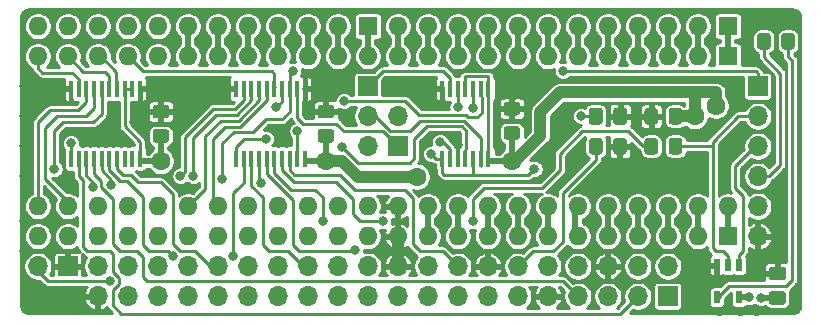
<source format=gbr>
G04 #@! TF.GenerationSoftware,KiCad,Pcbnew,(5.1.9)-1*
G04 #@! TF.CreationDate,2021-04-27T19:28:00+01:00*
G04 #@! TF.ProjectId,RGBtoHDMI Amiga Denise - v2++ Rev 2 by solarmon,52474274-6f48-4444-9d49-20416d696761,v2++ Rev 2*
G04 #@! TF.SameCoordinates,Original*
G04 #@! TF.FileFunction,Copper,L1,Top*
G04 #@! TF.FilePolarity,Positive*
%FSLAX46Y46*%
G04 Gerber Fmt 4.6, Leading zero omitted, Abs format (unit mm)*
G04 Created by KiCad (PCBNEW (5.1.9)-1) date 2021-04-27 19:28:00*
%MOMM*%
%LPD*%
G01*
G04 APERTURE LIST*
G04 #@! TA.AperFunction,ComponentPad*
%ADD10O,1.700000X1.700000*%
G04 #@! TD*
G04 #@! TA.AperFunction,ComponentPad*
%ADD11R,1.700000X1.700000*%
G04 #@! TD*
G04 #@! TA.AperFunction,ComponentPad*
%ADD12O,1.600000X1.600000*%
G04 #@! TD*
G04 #@! TA.AperFunction,ComponentPad*
%ADD13R,1.600000X1.600000*%
G04 #@! TD*
G04 #@! TA.AperFunction,SMDPad,CuDef*
%ADD14R,0.600000X1.050000*%
G04 #@! TD*
G04 #@! TA.AperFunction,SMDPad,CuDef*
%ADD15R,0.450000X1.450000*%
G04 #@! TD*
G04 #@! TA.AperFunction,ViaPad*
%ADD16C,1.000000*%
G04 #@! TD*
G04 #@! TA.AperFunction,ViaPad*
%ADD17C,0.800000*%
G04 #@! TD*
G04 #@! TA.AperFunction,ViaPad*
%ADD18C,0.600000*%
G04 #@! TD*
G04 #@! TA.AperFunction,ViaPad*
%ADD19C,1.600000*%
G04 #@! TD*
G04 #@! TA.AperFunction,Conductor*
%ADD20C,0.250000*%
G04 #@! TD*
G04 #@! TA.AperFunction,Conductor*
%ADD21C,1.000000*%
G04 #@! TD*
G04 #@! TA.AperFunction,Conductor*
%ADD22C,0.400000*%
G04 #@! TD*
G04 #@! TA.AperFunction,Conductor*
%ADD23C,0.500000*%
G04 #@! TD*
G04 #@! TA.AperFunction,Conductor*
%ADD24C,0.254000*%
G04 #@! TD*
G04 #@! TA.AperFunction,Conductor*
%ADD25C,0.100000*%
G04 #@! TD*
G04 APERTURE END LIST*
D10*
X133985000Y-75565000D03*
D11*
X133985000Y-78105000D03*
G04 #@! TA.AperFunction,SMDPad,CuDef*
G36*
G01*
X166591000Y-89466000D02*
X165641000Y-89466000D01*
G75*
G02*
X165391000Y-89216000I0J250000D01*
G01*
X165391000Y-88541000D01*
G75*
G02*
X165641000Y-88291000I250000J0D01*
G01*
X166591000Y-88291000D01*
G75*
G02*
X166841000Y-88541000I0J-250000D01*
G01*
X166841000Y-89216000D01*
G75*
G02*
X166591000Y-89466000I-250000J0D01*
G01*
G37*
G04 #@! TD.AperFunction*
G04 #@! TA.AperFunction,SMDPad,CuDef*
G36*
G01*
X166591000Y-91541000D02*
X165641000Y-91541000D01*
G75*
G02*
X165391000Y-91291000I0J250000D01*
G01*
X165391000Y-90616000D01*
G75*
G02*
X165641000Y-90366000I250000J0D01*
G01*
X166591000Y-90366000D01*
G75*
G02*
X166841000Y-90616000I0J-250000D01*
G01*
X166841000Y-91291000D01*
G75*
G02*
X166591000Y-91541000I-250000J0D01*
G01*
G37*
G04 #@! TD.AperFunction*
G04 #@! TA.AperFunction,SMDPad,CuDef*
G36*
G01*
X152215000Y-76040000D02*
X152215000Y-75090000D01*
G75*
G02*
X152465000Y-74840000I250000J0D01*
G01*
X153140000Y-74840000D01*
G75*
G02*
X153390000Y-75090000I0J-250000D01*
G01*
X153390000Y-76040000D01*
G75*
G02*
X153140000Y-76290000I-250000J0D01*
G01*
X152465000Y-76290000D01*
G75*
G02*
X152215000Y-76040000I0J250000D01*
G01*
G37*
G04 #@! TD.AperFunction*
G04 #@! TA.AperFunction,SMDPad,CuDef*
G36*
G01*
X150140000Y-76040000D02*
X150140000Y-75090000D01*
G75*
G02*
X150390000Y-74840000I250000J0D01*
G01*
X151065000Y-74840000D01*
G75*
G02*
X151315000Y-75090000I0J-250000D01*
G01*
X151315000Y-76040000D01*
G75*
G02*
X151065000Y-76290000I-250000J0D01*
G01*
X150390000Y-76290000D01*
G75*
G02*
X150140000Y-76040000I0J250000D01*
G01*
G37*
G04 #@! TD.AperFunction*
D12*
X103505000Y-85725000D03*
X106045000Y-85725000D03*
X108585000Y-85725000D03*
X111125000Y-85725000D03*
X113665000Y-85725000D03*
X116205000Y-85725000D03*
X118745000Y-85725000D03*
X121285000Y-85725000D03*
X123825000Y-85725000D03*
X126365000Y-85725000D03*
X128905000Y-85725000D03*
X131445000Y-85725000D03*
X133985000Y-85725000D03*
X136525000Y-85725000D03*
X139065000Y-85725000D03*
X141605000Y-85725000D03*
X144145000Y-85725000D03*
X146685000Y-85725000D03*
X149225000Y-85725000D03*
X151765000Y-85725000D03*
X154305000Y-85725000D03*
X156845000Y-85725000D03*
X159385000Y-85725000D03*
D13*
X161925000Y-85725000D03*
D12*
X103505000Y-70485000D03*
X106045000Y-70485000D03*
X108585000Y-70485000D03*
X111125000Y-70485000D03*
X113665000Y-70485000D03*
X116205000Y-70485000D03*
X118745000Y-70485000D03*
X121285000Y-70485000D03*
X123825000Y-70485000D03*
X126365000Y-70485000D03*
X128905000Y-70485000D03*
X131445000Y-70485000D03*
X133985000Y-70485000D03*
X136525000Y-70485000D03*
X139065000Y-70485000D03*
X141605000Y-70485000D03*
X144145000Y-70485000D03*
X146685000Y-70485000D03*
X149225000Y-70485000D03*
X151765000Y-70485000D03*
X154305000Y-70485000D03*
X156845000Y-70485000D03*
X159385000Y-70485000D03*
D13*
X161925000Y-70485000D03*
D10*
X164465000Y-85725000D03*
X164465000Y-83185000D03*
X164465000Y-80645000D03*
X164465000Y-78105000D03*
X164465000Y-75565000D03*
D11*
X164465000Y-73025000D03*
D14*
X162875000Y-90885000D03*
X160975000Y-90885000D03*
X160975000Y-88185000D03*
X161925000Y-88185000D03*
X162875000Y-88185000D03*
G04 #@! TA.AperFunction,SMDPad,CuDef*
G36*
G01*
X166439000Y-69665001D02*
X166439000Y-68764999D01*
G75*
G02*
X166688999Y-68515000I249999J0D01*
G01*
X167339001Y-68515000D01*
G75*
G02*
X167589000Y-68764999I0J-249999D01*
G01*
X167589000Y-69665001D01*
G75*
G02*
X167339001Y-69915000I-249999J0D01*
G01*
X166688999Y-69915000D01*
G75*
G02*
X166439000Y-69665001I0J249999D01*
G01*
G37*
G04 #@! TD.AperFunction*
G04 #@! TA.AperFunction,SMDPad,CuDef*
G36*
G01*
X164389000Y-69665001D02*
X164389000Y-68764999D01*
G75*
G02*
X164638999Y-68515000I249999J0D01*
G01*
X165289001Y-68515000D01*
G75*
G02*
X165539000Y-68764999I0J-249999D01*
G01*
X165539000Y-69665001D01*
G75*
G02*
X165289001Y-69915000I-249999J0D01*
G01*
X164638999Y-69915000D01*
G75*
G02*
X164389000Y-69665001I0J249999D01*
G01*
G37*
G04 #@! TD.AperFunction*
G04 #@! TA.AperFunction,SMDPad,CuDef*
G36*
G01*
X156914000Y-78555001D02*
X156914000Y-77654999D01*
G75*
G02*
X157163999Y-77405000I249999J0D01*
G01*
X157814001Y-77405000D01*
G75*
G02*
X158064000Y-77654999I0J-249999D01*
G01*
X158064000Y-78555001D01*
G75*
G02*
X157814001Y-78805000I-249999J0D01*
G01*
X157163999Y-78805000D01*
G75*
G02*
X156914000Y-78555001I0J249999D01*
G01*
G37*
G04 #@! TD.AperFunction*
G04 #@! TA.AperFunction,SMDPad,CuDef*
G36*
G01*
X154864000Y-78555001D02*
X154864000Y-77654999D01*
G75*
G02*
X155113999Y-77405000I249999J0D01*
G01*
X155764001Y-77405000D01*
G75*
G02*
X156014000Y-77654999I0J-249999D01*
G01*
X156014000Y-78555001D01*
G75*
G02*
X155764001Y-78805000I-249999J0D01*
G01*
X155113999Y-78805000D01*
G75*
G02*
X154864000Y-78555001I0J249999D01*
G01*
G37*
G04 #@! TD.AperFunction*
G04 #@! TA.AperFunction,SMDPad,CuDef*
G36*
G01*
X114369001Y-75750000D02*
X113468999Y-75750000D01*
G75*
G02*
X113219000Y-75500001I0J249999D01*
G01*
X113219000Y-74849999D01*
G75*
G02*
X113468999Y-74600000I249999J0D01*
G01*
X114369001Y-74600000D01*
G75*
G02*
X114619000Y-74849999I0J-249999D01*
G01*
X114619000Y-75500001D01*
G75*
G02*
X114369001Y-75750000I-249999J0D01*
G01*
G37*
G04 #@! TD.AperFunction*
G04 #@! TA.AperFunction,SMDPad,CuDef*
G36*
G01*
X114369001Y-77800000D02*
X113468999Y-77800000D01*
G75*
G02*
X113219000Y-77550001I0J249999D01*
G01*
X113219000Y-76899999D01*
G75*
G02*
X113468999Y-76650000I249999J0D01*
G01*
X114369001Y-76650000D01*
G75*
G02*
X114619000Y-76899999I0J-249999D01*
G01*
X114619000Y-77550001D01*
G75*
G02*
X114369001Y-77800000I-249999J0D01*
G01*
G37*
G04 #@! TD.AperFunction*
G04 #@! TA.AperFunction,SMDPad,CuDef*
G36*
G01*
X128339001Y-75750000D02*
X127438999Y-75750000D01*
G75*
G02*
X127189000Y-75500001I0J249999D01*
G01*
X127189000Y-74849999D01*
G75*
G02*
X127438999Y-74600000I249999J0D01*
G01*
X128339001Y-74600000D01*
G75*
G02*
X128589000Y-74849999I0J-249999D01*
G01*
X128589000Y-75500001D01*
G75*
G02*
X128339001Y-75750000I-249999J0D01*
G01*
G37*
G04 #@! TD.AperFunction*
G04 #@! TA.AperFunction,SMDPad,CuDef*
G36*
G01*
X128339001Y-77800000D02*
X127438999Y-77800000D01*
G75*
G02*
X127189000Y-77550001I0J249999D01*
G01*
X127189000Y-76899999D01*
G75*
G02*
X127438999Y-76650000I249999J0D01*
G01*
X128339001Y-76650000D01*
G75*
G02*
X128589000Y-76899999I0J-249999D01*
G01*
X128589000Y-77550001D01*
G75*
G02*
X128339001Y-77800000I-249999J0D01*
G01*
G37*
G04 #@! TD.AperFunction*
G04 #@! TA.AperFunction,SMDPad,CuDef*
G36*
G01*
X144087001Y-75505000D02*
X143186999Y-75505000D01*
G75*
G02*
X142937000Y-75255001I0J249999D01*
G01*
X142937000Y-74604999D01*
G75*
G02*
X143186999Y-74355000I249999J0D01*
G01*
X144087001Y-74355000D01*
G75*
G02*
X144337000Y-74604999I0J-249999D01*
G01*
X144337000Y-75255001D01*
G75*
G02*
X144087001Y-75505000I-249999J0D01*
G01*
G37*
G04 #@! TD.AperFunction*
G04 #@! TA.AperFunction,SMDPad,CuDef*
G36*
G01*
X144087001Y-77555000D02*
X143186999Y-77555000D01*
G75*
G02*
X142937000Y-77305001I0J249999D01*
G01*
X142937000Y-76654999D01*
G75*
G02*
X143186999Y-76405000I249999J0D01*
G01*
X144087001Y-76405000D01*
G75*
G02*
X144337000Y-76654999I0J-249999D01*
G01*
X144337000Y-77305001D01*
G75*
G02*
X144087001Y-77555000I-249999J0D01*
G01*
G37*
G04 #@! TD.AperFunction*
D15*
X141650000Y-73250000D03*
X141000000Y-73250000D03*
X140350000Y-73250000D03*
X139700000Y-73250000D03*
X139050000Y-73250000D03*
X138400000Y-73250000D03*
X137750000Y-73250000D03*
X137750000Y-79150000D03*
X138400000Y-79150000D03*
X139050000Y-79150000D03*
X139700000Y-79150000D03*
X140350000Y-79150000D03*
X141000000Y-79150000D03*
X141650000Y-79150000D03*
X126115000Y-79150000D03*
X125465000Y-79150000D03*
X124815000Y-79150000D03*
X124165000Y-79150000D03*
X123515000Y-79150000D03*
X122865000Y-79150000D03*
X122215000Y-79150000D03*
X121565000Y-79150000D03*
X120915000Y-79150000D03*
X120265000Y-79150000D03*
X120265000Y-73250000D03*
X120915000Y-73250000D03*
X121565000Y-73250000D03*
X122215000Y-73250000D03*
X122865000Y-73250000D03*
X123515000Y-73250000D03*
X124165000Y-73250000D03*
X124815000Y-73250000D03*
X125465000Y-73250000D03*
X126115000Y-73250000D03*
X112145000Y-73250000D03*
X111495000Y-73250000D03*
X110845000Y-73250000D03*
X110195000Y-73250000D03*
X109545000Y-73250000D03*
X108895000Y-73250000D03*
X108245000Y-73250000D03*
X107595000Y-73250000D03*
X106945000Y-73250000D03*
X106295000Y-73250000D03*
X106295000Y-79150000D03*
X106945000Y-79150000D03*
X107595000Y-79150000D03*
X108245000Y-79150000D03*
X108895000Y-79150000D03*
X109545000Y-79150000D03*
X110195000Y-79150000D03*
X110845000Y-79150000D03*
X111495000Y-79150000D03*
X112145000Y-79150000D03*
D11*
X156845000Y-90805000D03*
D10*
X156845000Y-88265000D03*
X154305000Y-90805000D03*
X154305000Y-88265000D03*
X151765000Y-90805000D03*
X151765000Y-88265000D03*
X149225000Y-90805000D03*
X149225000Y-88265000D03*
X146685000Y-90805000D03*
X146685000Y-88265000D03*
X144145000Y-90805000D03*
X144145000Y-88265000D03*
X141605000Y-90805000D03*
X141605000Y-88265000D03*
X139065000Y-90805000D03*
X139065000Y-88265000D03*
X136525000Y-90805000D03*
X136525000Y-88265000D03*
X133985000Y-90805000D03*
X133985000Y-88265000D03*
X131445000Y-90805000D03*
X131445000Y-88265000D03*
X128905000Y-90805000D03*
X128905000Y-88265000D03*
X126365000Y-90805000D03*
X126365000Y-88265000D03*
X123825000Y-90805000D03*
X123825000Y-88265000D03*
X121285000Y-90805000D03*
X121285000Y-88265000D03*
X118745000Y-90805000D03*
X118745000Y-88265000D03*
X116205000Y-90805000D03*
X116205000Y-88265000D03*
X113665000Y-90805000D03*
X113665000Y-88265000D03*
X111125000Y-90805000D03*
X111125000Y-88265000D03*
X108585000Y-90805000D03*
X108585000Y-88265000D03*
G04 #@! TA.AperFunction,SMDPad,CuDef*
G36*
G01*
X158064000Y-75114999D02*
X158064000Y-76015001D01*
G75*
G02*
X157814001Y-76265000I-249999J0D01*
G01*
X157163999Y-76265000D01*
G75*
G02*
X156914000Y-76015001I0J249999D01*
G01*
X156914000Y-75114999D01*
G75*
G02*
X157163999Y-74865000I249999J0D01*
G01*
X157814001Y-74865000D01*
G75*
G02*
X158064000Y-75114999I0J-249999D01*
G01*
G37*
G04 #@! TD.AperFunction*
G04 #@! TA.AperFunction,SMDPad,CuDef*
G36*
G01*
X156014000Y-75114999D02*
X156014000Y-76015001D01*
G75*
G02*
X155764001Y-76265000I-249999J0D01*
G01*
X155113999Y-76265000D01*
G75*
G02*
X154864000Y-76015001I0J249999D01*
G01*
X154864000Y-75114999D01*
G75*
G02*
X155113999Y-74865000I249999J0D01*
G01*
X155764001Y-74865000D01*
G75*
G02*
X156014000Y-75114999I0J-249999D01*
G01*
G37*
G04 #@! TD.AperFunction*
G04 #@! TA.AperFunction,SMDPad,CuDef*
G36*
G01*
X150165000Y-78555001D02*
X150165000Y-77654999D01*
G75*
G02*
X150414999Y-77405000I249999J0D01*
G01*
X151065001Y-77405000D01*
G75*
G02*
X151315000Y-77654999I0J-249999D01*
G01*
X151315000Y-78555001D01*
G75*
G02*
X151065001Y-78805000I-249999J0D01*
G01*
X150414999Y-78805000D01*
G75*
G02*
X150165000Y-78555001I0J249999D01*
G01*
G37*
G04 #@! TD.AperFunction*
G04 #@! TA.AperFunction,SMDPad,CuDef*
G36*
G01*
X152215000Y-78555001D02*
X152215000Y-77654999D01*
G75*
G02*
X152464999Y-77405000I249999J0D01*
G01*
X153115001Y-77405000D01*
G75*
G02*
X153365000Y-77654999I0J-249999D01*
G01*
X153365000Y-78555001D01*
G75*
G02*
X153115001Y-78805000I-249999J0D01*
G01*
X152464999Y-78805000D01*
G75*
G02*
X152215000Y-78555001I0J249999D01*
G01*
G37*
G04 #@! TD.AperFunction*
D13*
X161925000Y-67945000D03*
D12*
X133985000Y-83185000D03*
X159385000Y-67945000D03*
X136525000Y-83185000D03*
X156845000Y-67945000D03*
X139065000Y-83185000D03*
X154305000Y-67945000D03*
X141605000Y-83185000D03*
X151765000Y-67945000D03*
X144145000Y-83185000D03*
X149225000Y-67945000D03*
X146685000Y-83185000D03*
X146685000Y-67945000D03*
X149225000Y-83185000D03*
X144145000Y-67945000D03*
X151765000Y-83185000D03*
X141605000Y-67945000D03*
X154305000Y-83185000D03*
X139065000Y-67945000D03*
X156845000Y-83185000D03*
X136525000Y-67945000D03*
X159385000Y-83185000D03*
X133985000Y-67945000D03*
X161925000Y-83185000D03*
D13*
X131445000Y-67945000D03*
D12*
X103505000Y-83185000D03*
X128905000Y-67945000D03*
X106045000Y-83185000D03*
X126365000Y-67945000D03*
X108585000Y-83185000D03*
X123825000Y-67945000D03*
X111125000Y-83185000D03*
X121285000Y-67945000D03*
X113665000Y-83185000D03*
X118745000Y-67945000D03*
X116205000Y-83185000D03*
X116205000Y-67945000D03*
X118745000Y-83185000D03*
X113665000Y-67945000D03*
X121285000Y-83185000D03*
X111125000Y-67945000D03*
X123825000Y-83185000D03*
X108585000Y-67945000D03*
X126365000Y-83185000D03*
X106045000Y-67945000D03*
X128905000Y-83185000D03*
X103505000Y-67945000D03*
X131445000Y-83185000D03*
D10*
X103505000Y-88265000D03*
D11*
X106045000Y-88265000D03*
X131445000Y-73025000D03*
D10*
X131445000Y-75565000D03*
X131445000Y-78105000D03*
D16*
X119253000Y-73279000D03*
X105537000Y-73279000D03*
X112268000Y-74930000D03*
D17*
X139065000Y-77978000D03*
X136398000Y-74295000D03*
D16*
X126492000Y-75184000D03*
X109601000Y-76454000D03*
X124206000Y-76962000D03*
D17*
X138176000Y-81788000D03*
X145161000Y-74168000D03*
D16*
X129159000Y-73025000D03*
X116713000Y-73406000D03*
X106045000Y-90805000D03*
X129667000Y-75692000D03*
D17*
X151892000Y-79502000D03*
X166116000Y-87376000D03*
X158115000Y-66802000D03*
X155575000Y-66802000D03*
X153035000Y-66802000D03*
X150495000Y-66802000D03*
X147955000Y-66802000D03*
X145415000Y-66802000D03*
X142875000Y-66802000D03*
X140335000Y-66802000D03*
X137795000Y-66802000D03*
X135255000Y-66802000D03*
X127635000Y-66802000D03*
X125095000Y-66802000D03*
X122555000Y-66802000D03*
X120015000Y-66802000D03*
X117475000Y-66802000D03*
X114935000Y-66802000D03*
X112395000Y-66802000D03*
X109855000Y-66802000D03*
X107315000Y-66802000D03*
X104775000Y-66802000D03*
X102362000Y-73025000D03*
X102362000Y-75565000D03*
X102362000Y-78105000D03*
X102362000Y-80645000D03*
D16*
X103505000Y-90805000D03*
D17*
X102362000Y-86995000D03*
X102362000Y-84455000D03*
X166370000Y-84455000D03*
X106045000Y-81280000D03*
X104775000Y-84455000D03*
X137668000Y-74549000D03*
D16*
X111760000Y-76073000D03*
X107950000Y-77343000D03*
X103886000Y-73914000D03*
D17*
X163830000Y-66802000D03*
X165989000Y-66802000D03*
D18*
X144780000Y-72644000D03*
X142748000Y-72644000D03*
X145796000Y-72644000D03*
X136715500Y-72453500D03*
X135763000Y-72453500D03*
X164401500Y-92202000D03*
X163004500Y-92202000D03*
X161226500Y-92202000D03*
D17*
X166370000Y-82359500D03*
D18*
X165608000Y-76835000D03*
X165544500Y-79375000D03*
X165671500Y-74485500D03*
D17*
X142494000Y-74930000D03*
X147955000Y-75184000D03*
X148971000Y-79121000D03*
X146431000Y-79121000D03*
D19*
X127889000Y-79375000D03*
X113919000Y-79375000D03*
X135597035Y-80683965D03*
X143637000Y-79374998D03*
X159131000Y-75565000D03*
X160909000Y-74676000D03*
D17*
X163749983Y-90885017D03*
X164719000Y-90932008D03*
X123698000Y-74803000D03*
X119126000Y-80899000D03*
X125094990Y-71755000D03*
X147955000Y-71755000D03*
X116676137Y-80645000D03*
X115570000Y-80645000D03*
X104902000Y-80010000D03*
X145542000Y-80010000D03*
X136779000Y-78740000D03*
X114935000Y-87385306D03*
X127635000Y-84455000D03*
X132715002Y-84455000D03*
X130370153Y-86926847D03*
X122369153Y-81211847D03*
X120015000Y-87385305D03*
X109732660Y-81402340D03*
X108150988Y-81547616D03*
X140335000Y-84455000D03*
X122809000Y-77470001D03*
X106299000Y-77851000D03*
X129286000Y-78195119D03*
X129413000Y-74295000D03*
X125476000Y-76835000D03*
X139050000Y-74765468D03*
X137541000Y-77724000D03*
X140350000Y-74888494D03*
X109591694Y-89535000D03*
X149479000Y-75565000D03*
D20*
X119282000Y-73250000D02*
X119253000Y-73279000D01*
D21*
X133985000Y-88265000D02*
X133985000Y-85725000D01*
D22*
X126293294Y-75175000D02*
X126290010Y-75171716D01*
X137750000Y-73250000D02*
X137750000Y-73260500D01*
D20*
X139050000Y-78090000D02*
X139001500Y-78041500D01*
X139001500Y-78041500D02*
X139050000Y-79150000D01*
D23*
X126144000Y-73279000D02*
X126140001Y-73275001D01*
D20*
X127664000Y-79150000D02*
X127889000Y-79375000D01*
D23*
X127889000Y-77225000D02*
X127889000Y-79375000D01*
X127889000Y-79375000D02*
X126340000Y-79375000D01*
X113919000Y-79375000D02*
X113919000Y-77225000D01*
D22*
X112370000Y-79375000D02*
X112145000Y-79150000D01*
D23*
X113919000Y-79375000D02*
X112370000Y-79375000D01*
D20*
X112145000Y-79150000D02*
X112145000Y-77728000D01*
X112145000Y-77728000D02*
X110845000Y-76428000D01*
X110845000Y-74956000D02*
X110845000Y-73250000D01*
X110845000Y-76428000D02*
X110845000Y-74956000D01*
X110845000Y-73250000D02*
X111495000Y-73250000D01*
D21*
X130594965Y-80683965D02*
X135597035Y-80683965D01*
X127889000Y-79375000D02*
X129286000Y-79375000D01*
X129286000Y-79375000D02*
X130594965Y-80683965D01*
D23*
X143636998Y-79375000D02*
X143637000Y-79374998D01*
X141859000Y-79375000D02*
X143636998Y-79375000D01*
X143637000Y-76980000D02*
X143637000Y-79374998D01*
D21*
X159131000Y-75565000D02*
X157489000Y-75565000D01*
D23*
X163749966Y-90885000D02*
X163749983Y-90885017D01*
X162875000Y-90885000D02*
X163749966Y-90885000D01*
X164727992Y-90941000D02*
X164719000Y-90932008D01*
X166116000Y-90953500D02*
X164727992Y-90941000D01*
D20*
X141650000Y-75336802D02*
X141650000Y-73250000D01*
X141650000Y-79150000D02*
X141650000Y-75336802D01*
X139700000Y-72199999D02*
X139700000Y-73250000D01*
X141650000Y-72199999D02*
X139700000Y-72199999D01*
X141650000Y-73250000D02*
X141650000Y-72199999D01*
D21*
X159385000Y-73533000D02*
X158623000Y-73533000D01*
X159131000Y-73787000D02*
X159385000Y-73533000D01*
X159131000Y-75565000D02*
X159131000Y-73787000D01*
X160909000Y-73533000D02*
X160909000Y-74676000D01*
X158623000Y-73533000D02*
X160909000Y-73533000D01*
X146050000Y-77216000D02*
X143891002Y-79374998D01*
X143891002Y-79374998D02*
X143637000Y-79374998D01*
X146050000Y-75184000D02*
X146050000Y-77216000D01*
X147701000Y-73533000D02*
X146050000Y-75184000D01*
X158623000Y-73533000D02*
X147701000Y-73533000D01*
D20*
X103505000Y-71501000D02*
X103505000Y-70485000D01*
X103886000Y-71882000D02*
X103505000Y-71501000D01*
X106426000Y-71882000D02*
X103886000Y-71882000D01*
X106945000Y-72401000D02*
X106426000Y-71882000D01*
X106945000Y-73250000D02*
X106945000Y-72401000D01*
X109169200Y-71805800D02*
X109545000Y-72181600D01*
X109545000Y-72181600D02*
X109545000Y-73250000D01*
X107365800Y-71805800D02*
X109169200Y-71805800D01*
X106045000Y-70485000D02*
X107365800Y-71805800D01*
X110159800Y-73214800D02*
X110195000Y-73250000D01*
X110159800Y-71805800D02*
X110159800Y-73214800D01*
X108839000Y-70485000D02*
X110159800Y-71805800D01*
X108585000Y-70485000D02*
X108839000Y-70485000D01*
X123515000Y-73208000D02*
X123614999Y-73108001D01*
X111974999Y-71334999D02*
X111125000Y-70485000D01*
X112395000Y-71755000D02*
X111974999Y-71334999D01*
X123317000Y-71755000D02*
X112395000Y-71755000D01*
X123515000Y-73250000D02*
X123515000Y-71953000D01*
X123515000Y-71953000D02*
X123317000Y-71755000D01*
X124165000Y-74336000D02*
X123698000Y-74803000D01*
X124165000Y-73250000D02*
X124165000Y-74336000D01*
D23*
X116205000Y-67945000D02*
X116205000Y-70485000D01*
X146685000Y-83185000D02*
X146685000Y-85725000D01*
X144145000Y-83185000D02*
X144145000Y-85725000D01*
X141605000Y-83185000D02*
X141605000Y-85725000D01*
X139065000Y-83185000D02*
X139065000Y-85725000D01*
X136525000Y-83185000D02*
X136525000Y-85725000D01*
X133985000Y-67945000D02*
X133985000Y-70485000D01*
X136525000Y-67945000D02*
X136525000Y-70485000D01*
X139065000Y-67945000D02*
X139065000Y-70485000D01*
X141605000Y-67945000D02*
X141605000Y-70485000D01*
D20*
X121285000Y-83185000D02*
X121285000Y-82804000D01*
X119126000Y-80333315D02*
X119126000Y-80899000D01*
X119126000Y-77851000D02*
X119126000Y-80333315D01*
X120072990Y-76904010D02*
X119126000Y-77851000D01*
X122809000Y-75819000D02*
X121723990Y-76904010D01*
X121723990Y-76904010D02*
X120072990Y-76904010D01*
X124206000Y-75819000D02*
X122809000Y-75819000D01*
X124815000Y-75210000D02*
X124206000Y-75819000D01*
X124815000Y-73250000D02*
X124815000Y-75210000D01*
X124815000Y-73250000D02*
X124815000Y-72034990D01*
X124815000Y-72034990D02*
X125094990Y-71755000D01*
X164465000Y-71925000D02*
X164295000Y-71755000D01*
X164295000Y-71755000D02*
X147955000Y-71755000D01*
X164465000Y-73025000D02*
X164465000Y-71925000D01*
D23*
X144145000Y-67945000D02*
X144145000Y-70485000D01*
D20*
X118364000Y-82804000D02*
X118745000Y-83185000D01*
X119380000Y-76454000D02*
X118364000Y-77470000D01*
X120636000Y-76454000D02*
X119380000Y-76454000D01*
X122865000Y-74225000D02*
X120636000Y-76454000D01*
X118364000Y-77470000D02*
X118364000Y-82804000D01*
X122865000Y-73250000D02*
X122865000Y-74225000D01*
D23*
X146685000Y-67945000D02*
X146685000Y-70485000D01*
D20*
X117676145Y-81713855D02*
X116205000Y-83185000D01*
X117676145Y-77268855D02*
X117676145Y-81713855D01*
X118999000Y-75946000D02*
X117676145Y-77268855D01*
X120494000Y-75946000D02*
X118999000Y-75946000D01*
X122215000Y-73250000D02*
X122215000Y-74225000D01*
X122215000Y-74225000D02*
X120494000Y-75946000D01*
D23*
X149225000Y-67945000D02*
X149225000Y-70485000D01*
D20*
X118618000Y-75438000D02*
X116676137Y-77379863D01*
X121565000Y-74225000D02*
X120352000Y-75438000D01*
X121565000Y-73250000D02*
X121565000Y-74225000D01*
X116676137Y-77379863D02*
X116676137Y-80645000D01*
X120352000Y-75438000D02*
X118618000Y-75438000D01*
D23*
X151765000Y-67945000D02*
X151765000Y-70485000D01*
D20*
X115969999Y-77324001D02*
X115969999Y-80245001D01*
X120915000Y-73250000D02*
X120915000Y-74225000D01*
X120915000Y-74225000D02*
X120210000Y-74930000D01*
X118364000Y-74930000D02*
X115969999Y-77324001D01*
X120210000Y-74930000D02*
X118364000Y-74930000D01*
X115969999Y-80245001D02*
X115570000Y-80645000D01*
D23*
X154305000Y-67945000D02*
X154305000Y-70485000D01*
D20*
X104902000Y-76835000D02*
X104902000Y-80010000D01*
X105664000Y-76073000D02*
X104902000Y-76835000D01*
X108204000Y-76073000D02*
X105664000Y-76073000D01*
X108895000Y-73250000D02*
X108895000Y-75382000D01*
X108895000Y-75382000D02*
X108204000Y-76073000D01*
D23*
X156845000Y-67945000D02*
X156845000Y-70485000D01*
D20*
X108245000Y-74889000D02*
X108245000Y-73250000D01*
X105157410Y-75565000D02*
X107569000Y-75565000D01*
X104140000Y-76582410D02*
X105157410Y-75565000D01*
X107569000Y-75565000D02*
X108245000Y-74889000D01*
X104140000Y-80899000D02*
X104140000Y-76582410D01*
X106045000Y-82804000D02*
X104140000Y-80899000D01*
X106045000Y-83185000D02*
X106045000Y-82804000D01*
D23*
X159385000Y-67945000D02*
X159385000Y-70485000D01*
D20*
X107595000Y-74396000D02*
X107595000Y-73250000D01*
X106934000Y-75057000D02*
X107595000Y-74396000D01*
X104521000Y-75057000D02*
X106934000Y-75057000D01*
X103505000Y-76073000D02*
X104521000Y-75057000D01*
X103505000Y-83185000D02*
X103505000Y-76073000D01*
D23*
X161925000Y-67945000D02*
X161925000Y-70485000D01*
D20*
X133985000Y-78105000D02*
X133985000Y-78105000D01*
X128778000Y-76200000D02*
X125984000Y-76200000D01*
X129413000Y-76835000D02*
X128778000Y-76200000D01*
X125465000Y-75681000D02*
X125465000Y-73250000D01*
X132715000Y-76835000D02*
X129413000Y-76835000D01*
X125984000Y-76200000D02*
X125465000Y-75681000D01*
X133985000Y-78105000D02*
X132715000Y-76835000D01*
X137750000Y-80346000D02*
X137922000Y-80518000D01*
X137750000Y-79150000D02*
X137750000Y-80346000D01*
X140350000Y-80503000D02*
X140335000Y-80518000D01*
X140350000Y-79150000D02*
X140350000Y-80503000D01*
X137922000Y-80518000D02*
X140335000Y-80518000D01*
X145034000Y-80518000D02*
X145542000Y-80010000D01*
X140335000Y-80518000D02*
X145034000Y-80518000D01*
X137189000Y-79150000D02*
X136779000Y-78740000D01*
X137750000Y-79150000D02*
X137189000Y-79150000D01*
X137795000Y-86995000D02*
X139065000Y-88265000D01*
X135826500Y-86995000D02*
X137795000Y-86995000D01*
X135255000Y-86423500D02*
X135826500Y-86995000D01*
X134563966Y-81808966D02*
X135255000Y-82500000D01*
X130322966Y-81808966D02*
X134563966Y-81808966D01*
X135255000Y-82500000D02*
X135255000Y-86423500D01*
X129046000Y-80532000D02*
X130322966Y-81808966D01*
X125222000Y-80532000D02*
X129046000Y-80532000D01*
X124815000Y-80125000D02*
X125222000Y-80532000D01*
X124815000Y-79150000D02*
X124815000Y-80125000D01*
X109545000Y-80125000D02*
X109545000Y-79150000D01*
X110492499Y-81072499D02*
X109545000Y-80125000D01*
X111044499Y-81072499D02*
X110492499Y-81072499D01*
X112395000Y-82423000D02*
X111044499Y-81072499D01*
X112893307Y-86985307D02*
X112395000Y-86487000D01*
X112395000Y-86487000D02*
X112395000Y-82423000D01*
X114535001Y-86985307D02*
X112893307Y-86985307D01*
X114935000Y-87385306D02*
X114535001Y-86985307D01*
X110195000Y-80035002D02*
X110195000Y-79150000D01*
X111379000Y-80518000D02*
X110677998Y-80518000D01*
X113919000Y-81153000D02*
X112014000Y-81153000D01*
X114935000Y-82169000D02*
X113919000Y-81153000D01*
X112014000Y-81153000D02*
X111379000Y-80518000D01*
X115570000Y-86995000D02*
X114935000Y-86360000D01*
X116840000Y-86995000D02*
X115570000Y-86995000D01*
X114935000Y-86360000D02*
X114935000Y-82169000D01*
X118110000Y-88265000D02*
X116840000Y-86995000D01*
X110677998Y-80518000D02*
X110195000Y-80035002D01*
X118745000Y-88265000D02*
X118110000Y-88265000D01*
X124966590Y-81788000D02*
X127000000Y-81788000D01*
X127635000Y-82423000D02*
X127635000Y-83889315D01*
X123515000Y-79150000D02*
X123515000Y-80336410D01*
X127635000Y-83889315D02*
X127635000Y-84455000D01*
X127000000Y-81788000D02*
X127635000Y-82423000D01*
X123515000Y-80336410D02*
X124966590Y-81788000D01*
X124165000Y-79150000D02*
X124165000Y-80125000D01*
X124165000Y-80125000D02*
X125193000Y-81153000D01*
X125193000Y-81153000D02*
X128778000Y-81153000D01*
X132149317Y-84455000D02*
X132715002Y-84455000D01*
X130175000Y-83820000D02*
X130810000Y-84455000D01*
X130175000Y-82550000D02*
X130175000Y-83820000D01*
X128778000Y-81153000D02*
X130175000Y-82550000D01*
X130810000Y-84455000D02*
X132149317Y-84455000D01*
X122865000Y-80447000D02*
X125095000Y-82677000D01*
X122865000Y-79150000D02*
X122865000Y-80447000D01*
X125095000Y-82677000D02*
X125095000Y-86487000D01*
X125095000Y-86487000D02*
X125603000Y-86995000D01*
X125603000Y-86995000D02*
X126873000Y-86995000D01*
X126873000Y-86995000D02*
X130302000Y-86995000D01*
X130302000Y-86995000D02*
X130370153Y-86926847D01*
X122215000Y-79150000D02*
X122215000Y-81057694D01*
X122215000Y-81057694D02*
X122369153Y-81211847D01*
X125984000Y-88265000D02*
X126365000Y-88265000D01*
X122555000Y-82423000D02*
X122555000Y-86487000D01*
X121565000Y-79150000D02*
X121565000Y-81433000D01*
X122555000Y-86487000D02*
X123063000Y-86995000D01*
X121565000Y-81433000D02*
X122555000Y-82423000D01*
X123063000Y-86995000D02*
X124714000Y-86995000D01*
X124714000Y-86995000D02*
X125984000Y-88265000D01*
X120915000Y-79150000D02*
X120915000Y-81199002D01*
X120396000Y-81718002D02*
X120015000Y-82099002D01*
X120915000Y-81199002D02*
X120396000Y-81718002D01*
X120015000Y-82099002D02*
X120015000Y-87385305D01*
X109530000Y-81199680D02*
X109732660Y-81402340D01*
X108895000Y-80125000D02*
X108895000Y-79150000D01*
X109732660Y-80962660D02*
X108895000Y-80125000D01*
X109732660Y-81402340D02*
X109732660Y-80962660D01*
X109855000Y-86360000D02*
X109855000Y-82550000D01*
X108875998Y-81570998D02*
X108875998Y-81062998D01*
X110490000Y-86995000D02*
X109855000Y-86360000D01*
X111887000Y-86995000D02*
X110490000Y-86995000D01*
X109855000Y-82550000D02*
X108875998Y-81570998D01*
X112395000Y-87503000D02*
X111887000Y-86995000D01*
X112395000Y-89154000D02*
X112395000Y-87503000D01*
X112776000Y-89535000D02*
X112395000Y-89154000D01*
X108245000Y-80432000D02*
X108245000Y-79150000D01*
X147955000Y-89535000D02*
X112776000Y-89535000D01*
X108875998Y-81062998D02*
X108245000Y-80432000D01*
X149225000Y-90805000D02*
X147955000Y-89535000D01*
X108230000Y-81468604D02*
X108150988Y-81547616D01*
X108150988Y-81168575D02*
X108150988Y-81547616D01*
X107595000Y-79150000D02*
X107595000Y-80612587D01*
X107595000Y-80612587D02*
X108150988Y-81168575D01*
X106945000Y-80598998D02*
X106945000Y-79150000D01*
X107315000Y-80968998D02*
X106945000Y-80598998D01*
X109855000Y-91567000D02*
X109855000Y-90297000D01*
X110363000Y-89789000D02*
X110363000Y-89281000D01*
X154305000Y-90805000D02*
X152825010Y-92284990D01*
X110363000Y-89281000D02*
X109855000Y-88773000D01*
X109601000Y-86995000D02*
X107696000Y-86995000D01*
X109855000Y-87249000D02*
X109601000Y-86995000D01*
X109855000Y-88773000D02*
X109855000Y-87249000D01*
X152825010Y-92284990D02*
X110572990Y-92284990D01*
X109855000Y-90297000D02*
X110363000Y-89789000D01*
X107696000Y-86995000D02*
X107315000Y-86614000D01*
X110572990Y-92284990D02*
X109855000Y-91567000D01*
X107315000Y-86614000D02*
X107315000Y-80968998D01*
X145415000Y-86995000D02*
X144145000Y-88265000D01*
X147955000Y-86194002D02*
X147154002Y-86995000D01*
X147154002Y-86995000D02*
X145415000Y-86995000D01*
X147955000Y-82042000D02*
X147955000Y-86194002D01*
X150740000Y-79257000D02*
X147955000Y-82042000D01*
X150740000Y-78105000D02*
X150740000Y-79257000D01*
X153479500Y-76835000D02*
X154749500Y-78105000D01*
X154749500Y-78105000D02*
X155439000Y-78105000D01*
X149606000Y-76835000D02*
X153479500Y-76835000D01*
X147701000Y-78740000D02*
X149606000Y-76835000D01*
X147701000Y-80137000D02*
X147701000Y-78740000D01*
X146213998Y-81624002D02*
X147701000Y-80137000D01*
X141260998Y-81624002D02*
X146213998Y-81624002D01*
X140335000Y-82550000D02*
X141260998Y-81624002D01*
X140335000Y-84455000D02*
X140335000Y-82550000D01*
X120969999Y-77470001D02*
X122243315Y-77470001D01*
X120265000Y-78175000D02*
X120969999Y-77470001D01*
X122243315Y-77470001D02*
X122809000Y-77470001D01*
X120265000Y-79150000D02*
X120265000Y-78175000D01*
X106295000Y-77855000D02*
X106299000Y-77851000D01*
X106295000Y-79150000D02*
X106295000Y-77855000D01*
X130592881Y-79502000D02*
X129286000Y-78195119D01*
X139382500Y-76390500D02*
X136461500Y-76390500D01*
X135001000Y-79502000D02*
X130592881Y-79502000D01*
X135382000Y-79121000D02*
X135001000Y-79502000D01*
X139790001Y-76798001D02*
X139382500Y-76390500D01*
X135382000Y-77470000D02*
X135382000Y-79121000D01*
X139790001Y-78326001D02*
X139790001Y-76798001D01*
X139700000Y-79334990D02*
X139700000Y-78416002D01*
X139700000Y-78416002D02*
X139790001Y-78326001D01*
X136461500Y-76390500D02*
X135382000Y-77470000D01*
D23*
X149023464Y-83386536D02*
X149023464Y-85523464D01*
X149225000Y-83185000D02*
X149023464Y-83386536D01*
X149023464Y-85523464D02*
X149225000Y-85725000D01*
X151765000Y-84525020D02*
X151765000Y-85725000D01*
X151765000Y-83185000D02*
X151765000Y-84525020D01*
X154305000Y-83185000D02*
X154305000Y-85725000D01*
X156845000Y-83185000D02*
X156845000Y-85725000D01*
X159385000Y-83185000D02*
X159385000Y-85725000D01*
X161925000Y-83185000D02*
X161925000Y-85725000D01*
X118745000Y-67945000D02*
X118745000Y-70485000D01*
X121285000Y-67945000D02*
X121285000Y-70485000D01*
X123825000Y-67945000D02*
X123825000Y-70485000D01*
X126365000Y-67945000D02*
X126365000Y-70485000D01*
X128905000Y-67945000D02*
X128905000Y-70485000D01*
X131445000Y-67945000D02*
X131445000Y-70485000D01*
D20*
X125465000Y-79150000D02*
X125465000Y-76846000D01*
X125465000Y-76846000D02*
X125476000Y-76835000D01*
X141000000Y-73885000D02*
X141075009Y-73960009D01*
X135815478Y-75490478D02*
X134620000Y-74295000D01*
X134620000Y-74295000D02*
X129413000Y-74295000D01*
X139755300Y-75490478D02*
X135815478Y-75490478D01*
X141075009Y-75262993D02*
X140720524Y-75617478D01*
X140720524Y-75617478D02*
X139882300Y-75617478D01*
X141075009Y-73960009D02*
X141075009Y-75262993D01*
X139882300Y-75617478D02*
X139755300Y-75490478D01*
X139050000Y-73250000D02*
X139050000Y-74765468D01*
X135001000Y-76835000D02*
X133351410Y-76835000D01*
X133351410Y-76835000D02*
X132081410Y-75565000D01*
X141000000Y-77371589D02*
X139568900Y-75940489D01*
X135895511Y-75940489D02*
X135001000Y-76835000D01*
X141000000Y-79785000D02*
X141000000Y-77371589D01*
X139568900Y-75940489D02*
X135895511Y-75940489D01*
X132081410Y-75565000D02*
X131445000Y-75565000D01*
X138400000Y-79150000D02*
X138400000Y-78328986D01*
X138400000Y-78328986D02*
X137795014Y-77724000D01*
X137795014Y-77724000D02*
X137541000Y-77724000D01*
X140350000Y-73250000D02*
X140350000Y-74888494D01*
X132715000Y-71755000D02*
X131445000Y-73025000D01*
X137826750Y-71755000D02*
X132715000Y-71755000D01*
X138400000Y-72328250D02*
X137826750Y-71755000D01*
X138400000Y-73250000D02*
X138400000Y-72328250D01*
X104394000Y-89535000D02*
X109591694Y-89535000D01*
X103505000Y-88265000D02*
X103505000Y-88646000D01*
X103505000Y-88646000D02*
X104394000Y-89535000D01*
X165417500Y-80645000D02*
X164465000Y-80645000D01*
X166370000Y-71950000D02*
X166370000Y-79692500D01*
X164964000Y-70544000D02*
X166370000Y-71950000D01*
X166370000Y-79692500D02*
X165417500Y-80645000D01*
X164964000Y-68961000D02*
X164964000Y-70544000D01*
X162875000Y-87282000D02*
X162875000Y-88185000D01*
X163195000Y-82296000D02*
X163195000Y-86962000D01*
X162560000Y-81661000D02*
X163195000Y-82296000D01*
X162560000Y-79756000D02*
X162560000Y-81661000D01*
X163195000Y-86962000D02*
X162875000Y-87282000D01*
X164211000Y-78105000D02*
X162560000Y-79756000D01*
X164465000Y-78105000D02*
X164211000Y-78105000D01*
X160655000Y-78105000D02*
X157489000Y-78105000D01*
X161925000Y-87376000D02*
X161925000Y-88185000D01*
X161544000Y-86995000D02*
X161925000Y-87376000D01*
X160909000Y-86995000D02*
X161544000Y-86995000D01*
X160655000Y-86741000D02*
X160909000Y-86995000D01*
X160655000Y-78105000D02*
X160655000Y-86741000D01*
X160655000Y-77724000D02*
X160655000Y-78105000D01*
X162814000Y-75565000D02*
X160655000Y-77724000D01*
X164465000Y-75565000D02*
X162814000Y-75565000D01*
X167386000Y-70866000D02*
X167014000Y-70494000D01*
X167386000Y-89408000D02*
X167386000Y-70866000D01*
X166878000Y-89916000D02*
X167386000Y-89408000D01*
X167014000Y-70494000D02*
X167014000Y-69215000D01*
X162052000Y-89916000D02*
X166878000Y-89916000D01*
X161229000Y-90739000D02*
X162052000Y-89916000D01*
X161229000Y-90885000D02*
X161229000Y-90739000D01*
X150727500Y-75565000D02*
X149479000Y-75565000D01*
D24*
X167514135Y-66535870D02*
X167637388Y-66573082D01*
X167751068Y-66633526D01*
X167850841Y-66714899D01*
X167932911Y-66814105D01*
X167994147Y-66927357D01*
X168032220Y-67050352D01*
X168048000Y-67200492D01*
X168048001Y-91543470D01*
X168033130Y-91695135D01*
X167995918Y-91818388D01*
X167935474Y-91932067D01*
X167854097Y-92031845D01*
X167754897Y-92113910D01*
X167641640Y-92175148D01*
X167518648Y-92213220D01*
X167368508Y-92229000D01*
X153596591Y-92229000D01*
X153868833Y-91956758D01*
X153945931Y-91988693D01*
X154183757Y-92036000D01*
X154426243Y-92036000D01*
X154664069Y-91988693D01*
X154888097Y-91895898D01*
X155089717Y-91761180D01*
X155261180Y-91589717D01*
X155395898Y-91388097D01*
X155488693Y-91164069D01*
X155536000Y-90926243D01*
X155536000Y-90683757D01*
X155488693Y-90445931D01*
X155395898Y-90221903D01*
X155261180Y-90020283D01*
X155195897Y-89955000D01*
X155612157Y-89955000D01*
X155612157Y-91655000D01*
X155619513Y-91729689D01*
X155641299Y-91801508D01*
X155676678Y-91867696D01*
X155724289Y-91925711D01*
X155782304Y-91973322D01*
X155848492Y-92008701D01*
X155920311Y-92030487D01*
X155995000Y-92037843D01*
X157695000Y-92037843D01*
X157769689Y-92030487D01*
X157841508Y-92008701D01*
X157907696Y-91973322D01*
X157965711Y-91925711D01*
X158013322Y-91867696D01*
X158048701Y-91801508D01*
X158070487Y-91729689D01*
X158077843Y-91655000D01*
X158077843Y-90360000D01*
X160292157Y-90360000D01*
X160292157Y-91410000D01*
X160299513Y-91484689D01*
X160321299Y-91556508D01*
X160356678Y-91622696D01*
X160404289Y-91680711D01*
X160462304Y-91728322D01*
X160528492Y-91763701D01*
X160600311Y-91785487D01*
X160675000Y-91792843D01*
X161275000Y-91792843D01*
X161349689Y-91785487D01*
X161421508Y-91763701D01*
X161487696Y-91728322D01*
X161545711Y-91680711D01*
X161593322Y-91622696D01*
X161628701Y-91556508D01*
X161650487Y-91484689D01*
X161657843Y-91410000D01*
X161657843Y-91156097D01*
X161698745Y-91079575D01*
X161727678Y-90984193D01*
X161730768Y-90952823D01*
X162192157Y-90491435D01*
X162192157Y-91410000D01*
X162199513Y-91484689D01*
X162221299Y-91556508D01*
X162256678Y-91622696D01*
X162304289Y-91680711D01*
X162362304Y-91728322D01*
X162428492Y-91763701D01*
X162500311Y-91785487D01*
X162575000Y-91792843D01*
X163175000Y-91792843D01*
X163249689Y-91785487D01*
X163321508Y-91763701D01*
X163387696Y-91728322D01*
X163445711Y-91680711D01*
X163492491Y-91623709D01*
X163522174Y-91636004D01*
X163673061Y-91666017D01*
X163826905Y-91666017D01*
X163977792Y-91636004D01*
X164119925Y-91577130D01*
X164203667Y-91521176D01*
X164221141Y-91538650D01*
X164349058Y-91624121D01*
X164491191Y-91682995D01*
X164642078Y-91713008D01*
X164795922Y-91713008D01*
X164946809Y-91682995D01*
X165088942Y-91624121D01*
X165100729Y-91616245D01*
X165114810Y-91642589D01*
X165193512Y-91738488D01*
X165289411Y-91817190D01*
X165398821Y-91875671D01*
X165517538Y-91911683D01*
X165641000Y-91923843D01*
X166591000Y-91923843D01*
X166714462Y-91911683D01*
X166833179Y-91875671D01*
X166942589Y-91817190D01*
X167038488Y-91738488D01*
X167117190Y-91642589D01*
X167175671Y-91533179D01*
X167211683Y-91414462D01*
X167223843Y-91291000D01*
X167223843Y-90616000D01*
X167211683Y-90492538D01*
X167175671Y-90373821D01*
X167157719Y-90340234D01*
X167160479Y-90338759D01*
X167237527Y-90275527D01*
X167253376Y-90256215D01*
X167726220Y-89783372D01*
X167745527Y-89767527D01*
X167808759Y-89690479D01*
X167855745Y-89602575D01*
X167884678Y-89507193D01*
X167892000Y-89432854D01*
X167892000Y-89432847D01*
X167894447Y-89408001D01*
X167892000Y-89383155D01*
X167892000Y-70890845D01*
X167894447Y-70865999D01*
X167892000Y-70841153D01*
X167892000Y-70841146D01*
X167884678Y-70766807D01*
X167855745Y-70671425D01*
X167808759Y-70583521D01*
X167745527Y-70506473D01*
X167726220Y-70490628D01*
X167520000Y-70284409D01*
X167520000Y-70268229D01*
X167581179Y-70249671D01*
X167690589Y-70191190D01*
X167786488Y-70112488D01*
X167865190Y-70016589D01*
X167923671Y-69907179D01*
X167959683Y-69788462D01*
X167971843Y-69665001D01*
X167971843Y-68764999D01*
X167959683Y-68641538D01*
X167923671Y-68522821D01*
X167865190Y-68413411D01*
X167786488Y-68317512D01*
X167690589Y-68238810D01*
X167581179Y-68180329D01*
X167462462Y-68144317D01*
X167339001Y-68132157D01*
X166688999Y-68132157D01*
X166565538Y-68144317D01*
X166446821Y-68180329D01*
X166337411Y-68238810D01*
X166241512Y-68317512D01*
X166162810Y-68413411D01*
X166104329Y-68522821D01*
X166068317Y-68641538D01*
X166056157Y-68764999D01*
X166056157Y-69665001D01*
X166068317Y-69788462D01*
X166104329Y-69907179D01*
X166162810Y-70016589D01*
X166241512Y-70112488D01*
X166337411Y-70191190D01*
X166446821Y-70249671D01*
X166508000Y-70268229D01*
X166508000Y-70469153D01*
X166505553Y-70494000D01*
X166508000Y-70518846D01*
X166508000Y-70518853D01*
X166515322Y-70593192D01*
X166544255Y-70688574D01*
X166591241Y-70776479D01*
X166654473Y-70853527D01*
X166673785Y-70869376D01*
X166880001Y-71075593D01*
X166880000Y-87911998D01*
X166841000Y-87908157D01*
X166338250Y-87910000D01*
X166243000Y-88005250D01*
X166243000Y-88751500D01*
X166263000Y-88751500D01*
X166263000Y-89005500D01*
X166243000Y-89005500D01*
X166243000Y-89025500D01*
X165989000Y-89025500D01*
X165989000Y-89005500D01*
X165105250Y-89005500D01*
X165010000Y-89100750D01*
X165008440Y-89410000D01*
X162076854Y-89410000D01*
X162052000Y-89407552D01*
X162027146Y-89410000D01*
X161952807Y-89417322D01*
X161857425Y-89446255D01*
X161769521Y-89493241D01*
X161692473Y-89556473D01*
X161676629Y-89575779D01*
X161275229Y-89977180D01*
X161275000Y-89977157D01*
X160675000Y-89977157D01*
X160600311Y-89984513D01*
X160528492Y-90006299D01*
X160462304Y-90041678D01*
X160404289Y-90089289D01*
X160356678Y-90147304D01*
X160321299Y-90213492D01*
X160299513Y-90285311D01*
X160292157Y-90360000D01*
X158077843Y-90360000D01*
X158077843Y-89955000D01*
X158070487Y-89880311D01*
X158048701Y-89808492D01*
X158013322Y-89742304D01*
X157965711Y-89684289D01*
X157907696Y-89636678D01*
X157841508Y-89601299D01*
X157769689Y-89579513D01*
X157695000Y-89572157D01*
X155995000Y-89572157D01*
X155920311Y-89579513D01*
X155848492Y-89601299D01*
X155782304Y-89636678D01*
X155724289Y-89684289D01*
X155676678Y-89742304D01*
X155641299Y-89808492D01*
X155619513Y-89880311D01*
X155612157Y-89955000D01*
X155195897Y-89955000D01*
X155089717Y-89848820D01*
X154888097Y-89714102D01*
X154664069Y-89621307D01*
X154426243Y-89574000D01*
X154183757Y-89574000D01*
X153945931Y-89621307D01*
X153721903Y-89714102D01*
X153520283Y-89848820D01*
X153348820Y-90020283D01*
X153214102Y-90221903D01*
X153121307Y-90445931D01*
X153074000Y-90683757D01*
X153074000Y-90926243D01*
X153121307Y-91164069D01*
X153153242Y-91241167D01*
X152615419Y-91778990D01*
X152523062Y-91778990D01*
X152549717Y-91761180D01*
X152721180Y-91589717D01*
X152855898Y-91388097D01*
X152948693Y-91164069D01*
X152996000Y-90926243D01*
X152996000Y-90683757D01*
X152948693Y-90445931D01*
X152855898Y-90221903D01*
X152721180Y-90020283D01*
X152549717Y-89848820D01*
X152348097Y-89714102D01*
X152124069Y-89621307D01*
X151886243Y-89574000D01*
X151643757Y-89574000D01*
X151405931Y-89621307D01*
X151181903Y-89714102D01*
X150980283Y-89848820D01*
X150808820Y-90020283D01*
X150674102Y-90221903D01*
X150581307Y-90445931D01*
X150534000Y-90683757D01*
X150534000Y-90926243D01*
X150581307Y-91164069D01*
X150674102Y-91388097D01*
X150808820Y-91589717D01*
X150980283Y-91761180D01*
X151006938Y-91778990D01*
X149983062Y-91778990D01*
X150009717Y-91761180D01*
X150181180Y-91589717D01*
X150315898Y-91388097D01*
X150408693Y-91164069D01*
X150456000Y-90926243D01*
X150456000Y-90683757D01*
X150408693Y-90445931D01*
X150315898Y-90221903D01*
X150181180Y-90020283D01*
X150009717Y-89848820D01*
X149808097Y-89714102D01*
X149584069Y-89621307D01*
X149346243Y-89574000D01*
X149103757Y-89574000D01*
X148865931Y-89621307D01*
X148788833Y-89653242D01*
X148330376Y-89194785D01*
X148314527Y-89175473D01*
X148237479Y-89112241D01*
X148149575Y-89065255D01*
X148054193Y-89036322D01*
X147979854Y-89029000D01*
X147979846Y-89029000D01*
X147955000Y-89026553D01*
X147930154Y-89029000D01*
X147655023Y-89029000D01*
X147775898Y-88848097D01*
X147868693Y-88624069D01*
X147916000Y-88386243D01*
X147916000Y-88143757D01*
X147994000Y-88143757D01*
X147994000Y-88386243D01*
X148041307Y-88624069D01*
X148134102Y-88848097D01*
X148268820Y-89049717D01*
X148440283Y-89221180D01*
X148641903Y-89355898D01*
X148865931Y-89448693D01*
X149103757Y-89496000D01*
X149346243Y-89496000D01*
X149584069Y-89448693D01*
X149808097Y-89355898D01*
X150009717Y-89221180D01*
X150181180Y-89049717D01*
X150315898Y-88848097D01*
X150408693Y-88624069D01*
X150417064Y-88581981D01*
X150575505Y-88581981D01*
X150660201Y-88807949D01*
X150787353Y-89013052D01*
X150952076Y-89189408D01*
X151148039Y-89330239D01*
X151367712Y-89430134D01*
X151448020Y-89454489D01*
X151638000Y-89393627D01*
X151638000Y-88392000D01*
X151892000Y-88392000D01*
X151892000Y-89393627D01*
X152081980Y-89454489D01*
X152162288Y-89430134D01*
X152381961Y-89330239D01*
X152577924Y-89189408D01*
X152742647Y-89013052D01*
X152869799Y-88807949D01*
X152954495Y-88581981D01*
X152894187Y-88392000D01*
X151892000Y-88392000D01*
X151638000Y-88392000D01*
X150635813Y-88392000D01*
X150575505Y-88581981D01*
X150417064Y-88581981D01*
X150456000Y-88386243D01*
X150456000Y-88143757D01*
X153074000Y-88143757D01*
X153074000Y-88386243D01*
X153121307Y-88624069D01*
X153214102Y-88848097D01*
X153348820Y-89049717D01*
X153520283Y-89221180D01*
X153721903Y-89355898D01*
X153945931Y-89448693D01*
X154183757Y-89496000D01*
X154426243Y-89496000D01*
X154664069Y-89448693D01*
X154888097Y-89355898D01*
X155089717Y-89221180D01*
X155261180Y-89049717D01*
X155395898Y-88848097D01*
X155488693Y-88624069D01*
X155536000Y-88386243D01*
X155536000Y-88143757D01*
X155614000Y-88143757D01*
X155614000Y-88386243D01*
X155661307Y-88624069D01*
X155754102Y-88848097D01*
X155888820Y-89049717D01*
X156060283Y-89221180D01*
X156261903Y-89355898D01*
X156485931Y-89448693D01*
X156723757Y-89496000D01*
X156966243Y-89496000D01*
X157204069Y-89448693D01*
X157428097Y-89355898D01*
X157629717Y-89221180D01*
X157801180Y-89049717D01*
X157935898Y-88848097D01*
X157993099Y-88710000D01*
X160292157Y-88710000D01*
X160299513Y-88784689D01*
X160321299Y-88856508D01*
X160356678Y-88922696D01*
X160404289Y-88980711D01*
X160462304Y-89028322D01*
X160528492Y-89063701D01*
X160600311Y-89085487D01*
X160675000Y-89092843D01*
X160752750Y-89091000D01*
X160848000Y-88995750D01*
X160848000Y-88312000D01*
X160389250Y-88312000D01*
X160294000Y-88407250D01*
X160292157Y-88710000D01*
X157993099Y-88710000D01*
X158028693Y-88624069D01*
X158076000Y-88386243D01*
X158076000Y-88143757D01*
X158028693Y-87905931D01*
X157935898Y-87681903D01*
X157801180Y-87480283D01*
X157629717Y-87308820D01*
X157428097Y-87174102D01*
X157204069Y-87081307D01*
X156966243Y-87034000D01*
X156723757Y-87034000D01*
X156485931Y-87081307D01*
X156261903Y-87174102D01*
X156060283Y-87308820D01*
X155888820Y-87480283D01*
X155754102Y-87681903D01*
X155661307Y-87905931D01*
X155614000Y-88143757D01*
X155536000Y-88143757D01*
X155488693Y-87905931D01*
X155395898Y-87681903D01*
X155261180Y-87480283D01*
X155089717Y-87308820D01*
X154888097Y-87174102D01*
X154664069Y-87081307D01*
X154426243Y-87034000D01*
X154183757Y-87034000D01*
X153945931Y-87081307D01*
X153721903Y-87174102D01*
X153520283Y-87308820D01*
X153348820Y-87480283D01*
X153214102Y-87681903D01*
X153121307Y-87905931D01*
X153074000Y-88143757D01*
X150456000Y-88143757D01*
X150417065Y-87948019D01*
X150575505Y-87948019D01*
X150635813Y-88138000D01*
X151638000Y-88138000D01*
X151638000Y-87136373D01*
X151892000Y-87136373D01*
X151892000Y-88138000D01*
X152894187Y-88138000D01*
X152954495Y-87948019D01*
X152869799Y-87722051D01*
X152742647Y-87516948D01*
X152577924Y-87340592D01*
X152381961Y-87199761D01*
X152162288Y-87099866D01*
X152081980Y-87075511D01*
X151892000Y-87136373D01*
X151638000Y-87136373D01*
X151448020Y-87075511D01*
X151367712Y-87099866D01*
X151148039Y-87199761D01*
X150952076Y-87340592D01*
X150787353Y-87516948D01*
X150660201Y-87722051D01*
X150575505Y-87948019D01*
X150417065Y-87948019D01*
X150408693Y-87905931D01*
X150315898Y-87681903D01*
X150181180Y-87480283D01*
X150009717Y-87308820D01*
X149808097Y-87174102D01*
X149584069Y-87081307D01*
X149346243Y-87034000D01*
X149103757Y-87034000D01*
X148865931Y-87081307D01*
X148641903Y-87174102D01*
X148440283Y-87308820D01*
X148268820Y-87480283D01*
X148134102Y-87681903D01*
X148041307Y-87905931D01*
X147994000Y-88143757D01*
X147916000Y-88143757D01*
X147868693Y-87905931D01*
X147775898Y-87681903D01*
X147641180Y-87480283D01*
X147514383Y-87353486D01*
X147529378Y-87335215D01*
X148295220Y-86569374D01*
X148314527Y-86553529D01*
X148345547Y-86515732D01*
X148472157Y-86642342D01*
X148665587Y-86771588D01*
X148880515Y-86860614D01*
X149108682Y-86906000D01*
X149341318Y-86906000D01*
X149569485Y-86860614D01*
X149784413Y-86771588D01*
X149977843Y-86642342D01*
X150142342Y-86477843D01*
X150271588Y-86284413D01*
X150360614Y-86069485D01*
X150406000Y-85841318D01*
X150406000Y-85608682D01*
X150360614Y-85380515D01*
X150271588Y-85165587D01*
X150142342Y-84972157D01*
X149977843Y-84807658D01*
X149784413Y-84678412D01*
X149654464Y-84624585D01*
X149654464Y-84285415D01*
X149784413Y-84231588D01*
X149977843Y-84102342D01*
X150142342Y-83937843D01*
X150271588Y-83744413D01*
X150360614Y-83529485D01*
X150406000Y-83301318D01*
X150406000Y-83068682D01*
X150584000Y-83068682D01*
X150584000Y-83301318D01*
X150629386Y-83529485D01*
X150718412Y-83744413D01*
X150847658Y-83937843D01*
X151012157Y-84102342D01*
X151134001Y-84183756D01*
X151134001Y-84494013D01*
X151134000Y-84494023D01*
X151134000Y-84726245D01*
X151012157Y-84807658D01*
X150847658Y-84972157D01*
X150718412Y-85165587D01*
X150629386Y-85380515D01*
X150584000Y-85608682D01*
X150584000Y-85841318D01*
X150629386Y-86069485D01*
X150718412Y-86284413D01*
X150847658Y-86477843D01*
X151012157Y-86642342D01*
X151205587Y-86771588D01*
X151420515Y-86860614D01*
X151648682Y-86906000D01*
X151881318Y-86906000D01*
X152109485Y-86860614D01*
X152324413Y-86771588D01*
X152517843Y-86642342D01*
X152682342Y-86477843D01*
X152811588Y-86284413D01*
X152900614Y-86069485D01*
X152946000Y-85841318D01*
X152946000Y-85608682D01*
X152900614Y-85380515D01*
X152811588Y-85165587D01*
X152682342Y-84972157D01*
X152517843Y-84807658D01*
X152396000Y-84726245D01*
X152396000Y-84183755D01*
X152517843Y-84102342D01*
X152682342Y-83937843D01*
X152811588Y-83744413D01*
X152900614Y-83529485D01*
X152946000Y-83301318D01*
X152946000Y-83068682D01*
X153124000Y-83068682D01*
X153124000Y-83301318D01*
X153169386Y-83529485D01*
X153258412Y-83744413D01*
X153387658Y-83937843D01*
X153552157Y-84102342D01*
X153674000Y-84183755D01*
X153674001Y-84726245D01*
X153552157Y-84807658D01*
X153387658Y-84972157D01*
X153258412Y-85165587D01*
X153169386Y-85380515D01*
X153124000Y-85608682D01*
X153124000Y-85841318D01*
X153169386Y-86069485D01*
X153258412Y-86284413D01*
X153387658Y-86477843D01*
X153552157Y-86642342D01*
X153745587Y-86771588D01*
X153960515Y-86860614D01*
X154188682Y-86906000D01*
X154421318Y-86906000D01*
X154649485Y-86860614D01*
X154864413Y-86771588D01*
X155057843Y-86642342D01*
X155222342Y-86477843D01*
X155351588Y-86284413D01*
X155440614Y-86069485D01*
X155486000Y-85841318D01*
X155486000Y-85608682D01*
X155440614Y-85380515D01*
X155351588Y-85165587D01*
X155222342Y-84972157D01*
X155057843Y-84807658D01*
X154936000Y-84726245D01*
X154936000Y-84183755D01*
X155057843Y-84102342D01*
X155222342Y-83937843D01*
X155351588Y-83744413D01*
X155440614Y-83529485D01*
X155486000Y-83301318D01*
X155486000Y-83068682D01*
X155664000Y-83068682D01*
X155664000Y-83301318D01*
X155709386Y-83529485D01*
X155798412Y-83744413D01*
X155927658Y-83937843D01*
X156092157Y-84102342D01*
X156214000Y-84183755D01*
X156214001Y-84726245D01*
X156092157Y-84807658D01*
X155927658Y-84972157D01*
X155798412Y-85165587D01*
X155709386Y-85380515D01*
X155664000Y-85608682D01*
X155664000Y-85841318D01*
X155709386Y-86069485D01*
X155798412Y-86284413D01*
X155927658Y-86477843D01*
X156092157Y-86642342D01*
X156285587Y-86771588D01*
X156500515Y-86860614D01*
X156728682Y-86906000D01*
X156961318Y-86906000D01*
X157189485Y-86860614D01*
X157404413Y-86771588D01*
X157597843Y-86642342D01*
X157762342Y-86477843D01*
X157891588Y-86284413D01*
X157980614Y-86069485D01*
X158026000Y-85841318D01*
X158026000Y-85608682D01*
X157980614Y-85380515D01*
X157891588Y-85165587D01*
X157762342Y-84972157D01*
X157597843Y-84807658D01*
X157476000Y-84726245D01*
X157476000Y-84183755D01*
X157597843Y-84102342D01*
X157762342Y-83937843D01*
X157891588Y-83744413D01*
X157980614Y-83529485D01*
X158026000Y-83301318D01*
X158026000Y-83068682D01*
X157980614Y-82840515D01*
X157891588Y-82625587D01*
X157762342Y-82432157D01*
X157597843Y-82267658D01*
X157404413Y-82138412D01*
X157189485Y-82049386D01*
X156961318Y-82004000D01*
X156728682Y-82004000D01*
X156500515Y-82049386D01*
X156285587Y-82138412D01*
X156092157Y-82267658D01*
X155927658Y-82432157D01*
X155798412Y-82625587D01*
X155709386Y-82840515D01*
X155664000Y-83068682D01*
X155486000Y-83068682D01*
X155440614Y-82840515D01*
X155351588Y-82625587D01*
X155222342Y-82432157D01*
X155057843Y-82267658D01*
X154864413Y-82138412D01*
X154649485Y-82049386D01*
X154421318Y-82004000D01*
X154188682Y-82004000D01*
X153960515Y-82049386D01*
X153745587Y-82138412D01*
X153552157Y-82267658D01*
X153387658Y-82432157D01*
X153258412Y-82625587D01*
X153169386Y-82840515D01*
X153124000Y-83068682D01*
X152946000Y-83068682D01*
X152900614Y-82840515D01*
X152811588Y-82625587D01*
X152682342Y-82432157D01*
X152517843Y-82267658D01*
X152324413Y-82138412D01*
X152109485Y-82049386D01*
X151881318Y-82004000D01*
X151648682Y-82004000D01*
X151420515Y-82049386D01*
X151205587Y-82138412D01*
X151012157Y-82267658D01*
X150847658Y-82432157D01*
X150718412Y-82625587D01*
X150629386Y-82840515D01*
X150584000Y-83068682D01*
X150406000Y-83068682D01*
X150360614Y-82840515D01*
X150271588Y-82625587D01*
X150142342Y-82432157D01*
X149977843Y-82267658D01*
X149784413Y-82138412D01*
X149569485Y-82049386D01*
X149341318Y-82004000D01*
X149108682Y-82004000D01*
X148880515Y-82049386D01*
X148665587Y-82138412D01*
X148472157Y-82267658D01*
X148461000Y-82278815D01*
X148461000Y-82251591D01*
X151080220Y-79632372D01*
X151099527Y-79616527D01*
X151162759Y-79539479D01*
X151209745Y-79451575D01*
X151238678Y-79356193D01*
X151242451Y-79317887D01*
X151248448Y-79257000D01*
X151246000Y-79232146D01*
X151246000Y-79158229D01*
X151307179Y-79139671D01*
X151416589Y-79081190D01*
X151512488Y-79002488D01*
X151591190Y-78906589D01*
X151645490Y-78805000D01*
X151832157Y-78805000D01*
X151839513Y-78879689D01*
X151861299Y-78951508D01*
X151896678Y-79017696D01*
X151944289Y-79075711D01*
X152002304Y-79123322D01*
X152068492Y-79158701D01*
X152140311Y-79180487D01*
X152215000Y-79187843D01*
X152567750Y-79186000D01*
X152663000Y-79090750D01*
X152663000Y-78232000D01*
X152917000Y-78232000D01*
X152917000Y-79090750D01*
X153012250Y-79186000D01*
X153365000Y-79187843D01*
X153439689Y-79180487D01*
X153511508Y-79158701D01*
X153577696Y-79123322D01*
X153635711Y-79075711D01*
X153683322Y-79017696D01*
X153718701Y-78951508D01*
X153740487Y-78879689D01*
X153747843Y-78805000D01*
X153746000Y-78327250D01*
X153650750Y-78232000D01*
X152917000Y-78232000D01*
X152663000Y-78232000D01*
X151929250Y-78232000D01*
X151834000Y-78327250D01*
X151832157Y-78805000D01*
X151645490Y-78805000D01*
X151649671Y-78797179D01*
X151685683Y-78678462D01*
X151697843Y-78555001D01*
X151697843Y-77654999D01*
X151685683Y-77531538D01*
X151649671Y-77412821D01*
X151611282Y-77341000D01*
X151838460Y-77341000D01*
X151832157Y-77405000D01*
X151834000Y-77882750D01*
X151929250Y-77978000D01*
X152663000Y-77978000D01*
X152663000Y-77958000D01*
X152917000Y-77958000D01*
X152917000Y-77978000D01*
X153650750Y-77978000D01*
X153746000Y-77882750D01*
X153746252Y-77817344D01*
X154374128Y-78445220D01*
X154389973Y-78464527D01*
X154467021Y-78527759D01*
X154481157Y-78535315D01*
X154481157Y-78555001D01*
X154493317Y-78678462D01*
X154529329Y-78797179D01*
X154587810Y-78906589D01*
X154666512Y-79002488D01*
X154762411Y-79081190D01*
X154871821Y-79139671D01*
X154990538Y-79175683D01*
X155113999Y-79187843D01*
X155764001Y-79187843D01*
X155887462Y-79175683D01*
X156006179Y-79139671D01*
X156115589Y-79081190D01*
X156211488Y-79002488D01*
X156290190Y-78906589D01*
X156348671Y-78797179D01*
X156384683Y-78678462D01*
X156396843Y-78555001D01*
X156396843Y-77654999D01*
X156531157Y-77654999D01*
X156531157Y-78555001D01*
X156543317Y-78678462D01*
X156579329Y-78797179D01*
X156637810Y-78906589D01*
X156716512Y-79002488D01*
X156812411Y-79081190D01*
X156921821Y-79139671D01*
X157040538Y-79175683D01*
X157163999Y-79187843D01*
X157814001Y-79187843D01*
X157937462Y-79175683D01*
X158056179Y-79139671D01*
X158165589Y-79081190D01*
X158261488Y-79002488D01*
X158340190Y-78906589D01*
X158398671Y-78797179D01*
X158434683Y-78678462D01*
X158441328Y-78611000D01*
X160149000Y-78611000D01*
X160149000Y-82278815D01*
X160137843Y-82267658D01*
X159944413Y-82138412D01*
X159729485Y-82049386D01*
X159501318Y-82004000D01*
X159268682Y-82004000D01*
X159040515Y-82049386D01*
X158825587Y-82138412D01*
X158632157Y-82267658D01*
X158467658Y-82432157D01*
X158338412Y-82625587D01*
X158249386Y-82840515D01*
X158204000Y-83068682D01*
X158204000Y-83301318D01*
X158249386Y-83529485D01*
X158338412Y-83744413D01*
X158467658Y-83937843D01*
X158632157Y-84102342D01*
X158754000Y-84183755D01*
X158754001Y-84726245D01*
X158632157Y-84807658D01*
X158467658Y-84972157D01*
X158338412Y-85165587D01*
X158249386Y-85380515D01*
X158204000Y-85608682D01*
X158204000Y-85841318D01*
X158249386Y-86069485D01*
X158338412Y-86284413D01*
X158467658Y-86477843D01*
X158632157Y-86642342D01*
X158825587Y-86771588D01*
X159040515Y-86860614D01*
X159268682Y-86906000D01*
X159501318Y-86906000D01*
X159729485Y-86860614D01*
X159944413Y-86771588D01*
X160137843Y-86642342D01*
X160149001Y-86631184D01*
X160149001Y-86716144D01*
X160146553Y-86741000D01*
X160156322Y-86840192D01*
X160185255Y-86935574D01*
X160199381Y-86962001D01*
X160232242Y-87023479D01*
X160295474Y-87100527D01*
X160314781Y-87116372D01*
X160512993Y-87314584D01*
X160462304Y-87341678D01*
X160404289Y-87389289D01*
X160356678Y-87447304D01*
X160321299Y-87513492D01*
X160299513Y-87585311D01*
X160292157Y-87660000D01*
X160294000Y-87962750D01*
X160389250Y-88058000D01*
X160848000Y-88058000D01*
X160848000Y-88038000D01*
X161102000Y-88038000D01*
X161102000Y-88058000D01*
X161122000Y-88058000D01*
X161122000Y-88312000D01*
X161102000Y-88312000D01*
X161102000Y-88995750D01*
X161197250Y-89091000D01*
X161275000Y-89092843D01*
X161349689Y-89085487D01*
X161421508Y-89063701D01*
X161450000Y-89048471D01*
X161478492Y-89063701D01*
X161550311Y-89085487D01*
X161625000Y-89092843D01*
X162225000Y-89092843D01*
X162299689Y-89085487D01*
X162371508Y-89063701D01*
X162400000Y-89048471D01*
X162428492Y-89063701D01*
X162500311Y-89085487D01*
X162575000Y-89092843D01*
X163175000Y-89092843D01*
X163249689Y-89085487D01*
X163321508Y-89063701D01*
X163387696Y-89028322D01*
X163445711Y-88980711D01*
X163493322Y-88922696D01*
X163528701Y-88856508D01*
X163550487Y-88784689D01*
X163557843Y-88710000D01*
X163557843Y-88291000D01*
X165008157Y-88291000D01*
X165010000Y-88656250D01*
X165105250Y-88751500D01*
X165989000Y-88751500D01*
X165989000Y-88005250D01*
X165893750Y-87910000D01*
X165391000Y-87908157D01*
X165316311Y-87915513D01*
X165244492Y-87937299D01*
X165178304Y-87972678D01*
X165120289Y-88020289D01*
X165072678Y-88078304D01*
X165037299Y-88144492D01*
X165015513Y-88216311D01*
X165008157Y-88291000D01*
X163557843Y-88291000D01*
X163557843Y-87660000D01*
X163550487Y-87585311D01*
X163528701Y-87513492D01*
X163493322Y-87447304D01*
X163462655Y-87409936D01*
X163535215Y-87337376D01*
X163554527Y-87321527D01*
X163617759Y-87244479D01*
X163664745Y-87156575D01*
X163693678Y-87061193D01*
X163701000Y-86986854D01*
X163701000Y-86986847D01*
X163703447Y-86962001D01*
X163701000Y-86937155D01*
X163701000Y-86687751D01*
X163716948Y-86702647D01*
X163922051Y-86829799D01*
X164148019Y-86914495D01*
X164338000Y-86854187D01*
X164338000Y-85852000D01*
X164592000Y-85852000D01*
X164592000Y-86854187D01*
X164781981Y-86914495D01*
X165007949Y-86829799D01*
X165213052Y-86702647D01*
X165389408Y-86537924D01*
X165530239Y-86341961D01*
X165630134Y-86122288D01*
X165654489Y-86041980D01*
X165593627Y-85852000D01*
X164592000Y-85852000D01*
X164338000Y-85852000D01*
X164318000Y-85852000D01*
X164318000Y-85598000D01*
X164338000Y-85598000D01*
X164338000Y-84595813D01*
X164592000Y-84595813D01*
X164592000Y-85598000D01*
X165593627Y-85598000D01*
X165654489Y-85408020D01*
X165630134Y-85327712D01*
X165530239Y-85108039D01*
X165389408Y-84912076D01*
X165213052Y-84747353D01*
X165007949Y-84620201D01*
X164781981Y-84535505D01*
X164592000Y-84595813D01*
X164338000Y-84595813D01*
X164148019Y-84535505D01*
X163922051Y-84620201D01*
X163716948Y-84747353D01*
X163701000Y-84762249D01*
X163701000Y-84155023D01*
X163881903Y-84275898D01*
X164105931Y-84368693D01*
X164343757Y-84416000D01*
X164586243Y-84416000D01*
X164824069Y-84368693D01*
X165048097Y-84275898D01*
X165249717Y-84141180D01*
X165421180Y-83969717D01*
X165555898Y-83768097D01*
X165648693Y-83544069D01*
X165696000Y-83306243D01*
X165696000Y-83063757D01*
X165648693Y-82825931D01*
X165555898Y-82601903D01*
X165421180Y-82400283D01*
X165249717Y-82228820D01*
X165048097Y-82094102D01*
X164824069Y-82001307D01*
X164586243Y-81954000D01*
X164343757Y-81954000D01*
X164105931Y-82001307D01*
X163881903Y-82094102D01*
X163695809Y-82218446D01*
X163693678Y-82196807D01*
X163664745Y-82101425D01*
X163660641Y-82093747D01*
X163617759Y-82013521D01*
X163554527Y-81936473D01*
X163535220Y-81920628D01*
X163066000Y-81451409D01*
X163066000Y-80523757D01*
X163234000Y-80523757D01*
X163234000Y-80766243D01*
X163281307Y-81004069D01*
X163374102Y-81228097D01*
X163508820Y-81429717D01*
X163680283Y-81601180D01*
X163881903Y-81735898D01*
X164105931Y-81828693D01*
X164343757Y-81876000D01*
X164586243Y-81876000D01*
X164824069Y-81828693D01*
X165048097Y-81735898D01*
X165249717Y-81601180D01*
X165421180Y-81429717D01*
X165555898Y-81228097D01*
X165601524Y-81117946D01*
X165612075Y-81114745D01*
X165699979Y-81067759D01*
X165777027Y-81004527D01*
X165792876Y-80985215D01*
X166710220Y-80067872D01*
X166729527Y-80052027D01*
X166792759Y-79974979D01*
X166839745Y-79887075D01*
X166863169Y-79809853D01*
X166868678Y-79791694D01*
X166871147Y-79766623D01*
X166876000Y-79717354D01*
X166876000Y-79717347D01*
X166878447Y-79692501D01*
X166876000Y-79667655D01*
X166876000Y-71974845D01*
X166878447Y-71949999D01*
X166876000Y-71925153D01*
X166876000Y-71925146D01*
X166869011Y-71854192D01*
X166868678Y-71850806D01*
X166859273Y-71819802D01*
X166839745Y-71755425D01*
X166792759Y-71667521D01*
X166729527Y-71590473D01*
X166710220Y-71574628D01*
X165470000Y-70334409D01*
X165470000Y-70268229D01*
X165531179Y-70249671D01*
X165640589Y-70191190D01*
X165736488Y-70112488D01*
X165815190Y-70016589D01*
X165873671Y-69907179D01*
X165909683Y-69788462D01*
X165921843Y-69665001D01*
X165921843Y-68764999D01*
X165909683Y-68641538D01*
X165873671Y-68522821D01*
X165815190Y-68413411D01*
X165736488Y-68317512D01*
X165640589Y-68238810D01*
X165531179Y-68180329D01*
X165412462Y-68144317D01*
X165289001Y-68132157D01*
X164638999Y-68132157D01*
X164515538Y-68144317D01*
X164396821Y-68180329D01*
X164287411Y-68238810D01*
X164191512Y-68317512D01*
X164112810Y-68413411D01*
X164054329Y-68522821D01*
X164018317Y-68641538D01*
X164006157Y-68764999D01*
X164006157Y-69665001D01*
X164018317Y-69788462D01*
X164054329Y-69907179D01*
X164112810Y-70016589D01*
X164191512Y-70112488D01*
X164287411Y-70191190D01*
X164396821Y-70249671D01*
X164458001Y-70268229D01*
X164458001Y-70519144D01*
X164455553Y-70544000D01*
X164465322Y-70643192D01*
X164494255Y-70738574D01*
X164514516Y-70776478D01*
X164541242Y-70826479D01*
X164604474Y-70903527D01*
X164623780Y-70919372D01*
X165864000Y-72159592D01*
X165864001Y-79482907D01*
X165447394Y-79899515D01*
X165421180Y-79860283D01*
X165249717Y-79688820D01*
X165048097Y-79554102D01*
X164824069Y-79461307D01*
X164586243Y-79414000D01*
X164343757Y-79414000D01*
X164105931Y-79461307D01*
X163881903Y-79554102D01*
X163680283Y-79688820D01*
X163508820Y-79860283D01*
X163374102Y-80061903D01*
X163281307Y-80285931D01*
X163234000Y-80523757D01*
X163066000Y-80523757D01*
X163066000Y-79965591D01*
X163854202Y-79177389D01*
X163881903Y-79195898D01*
X164105931Y-79288693D01*
X164343757Y-79336000D01*
X164586243Y-79336000D01*
X164824069Y-79288693D01*
X165048097Y-79195898D01*
X165249717Y-79061180D01*
X165421180Y-78889717D01*
X165555898Y-78688097D01*
X165648693Y-78464069D01*
X165696000Y-78226243D01*
X165696000Y-77983757D01*
X165648693Y-77745931D01*
X165555898Y-77521903D01*
X165421180Y-77320283D01*
X165249717Y-77148820D01*
X165048097Y-77014102D01*
X164824069Y-76921307D01*
X164586243Y-76874000D01*
X164343757Y-76874000D01*
X164105931Y-76921307D01*
X163881903Y-77014102D01*
X163680283Y-77148820D01*
X163508820Y-77320283D01*
X163374102Y-77521903D01*
X163281307Y-77745931D01*
X163234000Y-77983757D01*
X163234000Y-78226243D01*
X163257255Y-78343153D01*
X162219785Y-79380624D01*
X162200473Y-79396473D01*
X162137241Y-79473521D01*
X162090255Y-79561426D01*
X162061322Y-79656808D01*
X162054000Y-79731147D01*
X162054000Y-79731154D01*
X162051553Y-79756000D01*
X162054000Y-79780846D01*
X162054001Y-81636144D01*
X162051553Y-81661000D01*
X162061322Y-81760192D01*
X162090255Y-81855574D01*
X162101173Y-81876000D01*
X162137242Y-81943479D01*
X162200474Y-82020527D01*
X162219780Y-82036371D01*
X162223685Y-82040276D01*
X162041318Y-82004000D01*
X161808682Y-82004000D01*
X161580515Y-82049386D01*
X161365587Y-82138412D01*
X161172157Y-82267658D01*
X161161000Y-82278815D01*
X161161000Y-78129853D01*
X161163448Y-78105000D01*
X161161000Y-78080146D01*
X161161000Y-77933591D01*
X163023592Y-76071000D01*
X163342168Y-76071000D01*
X163374102Y-76148097D01*
X163508820Y-76349717D01*
X163680283Y-76521180D01*
X163881903Y-76655898D01*
X164105931Y-76748693D01*
X164343757Y-76796000D01*
X164586243Y-76796000D01*
X164824069Y-76748693D01*
X165048097Y-76655898D01*
X165249717Y-76521180D01*
X165421180Y-76349717D01*
X165555898Y-76148097D01*
X165648693Y-75924069D01*
X165696000Y-75686243D01*
X165696000Y-75443757D01*
X165648693Y-75205931D01*
X165555898Y-74981903D01*
X165421180Y-74780283D01*
X165249717Y-74608820D01*
X165048097Y-74474102D01*
X164824069Y-74381307D01*
X164586243Y-74334000D01*
X164343757Y-74334000D01*
X164105931Y-74381307D01*
X163881903Y-74474102D01*
X163680283Y-74608820D01*
X163508820Y-74780283D01*
X163374102Y-74981903D01*
X163342168Y-75059000D01*
X162838845Y-75059000D01*
X162813999Y-75056553D01*
X162789153Y-75059000D01*
X162789146Y-75059000D01*
X162714807Y-75066322D01*
X162619425Y-75095255D01*
X162531521Y-75142241D01*
X162454473Y-75205473D01*
X162438629Y-75224779D01*
X160314785Y-77348624D01*
X160295473Y-77364473D01*
X160232241Y-77441521D01*
X160185255Y-77529426D01*
X160164151Y-77599000D01*
X158441328Y-77599000D01*
X158434683Y-77531538D01*
X158398671Y-77412821D01*
X158340190Y-77303411D01*
X158261488Y-77207512D01*
X158165589Y-77128810D01*
X158056179Y-77070329D01*
X157937462Y-77034317D01*
X157814001Y-77022157D01*
X157163999Y-77022157D01*
X157040538Y-77034317D01*
X156921821Y-77070329D01*
X156812411Y-77128810D01*
X156716512Y-77207512D01*
X156637810Y-77303411D01*
X156579329Y-77412821D01*
X156543317Y-77531538D01*
X156531157Y-77654999D01*
X156396843Y-77654999D01*
X156384683Y-77531538D01*
X156348671Y-77412821D01*
X156290190Y-77303411D01*
X156211488Y-77207512D01*
X156115589Y-77128810D01*
X156006179Y-77070329D01*
X155887462Y-77034317D01*
X155764001Y-77022157D01*
X155113999Y-77022157D01*
X154990538Y-77034317D01*
X154871821Y-77070329D01*
X154762411Y-77128810D01*
X154666512Y-77207512D01*
X154621929Y-77261837D01*
X153854876Y-76494785D01*
X153839027Y-76475473D01*
X153761979Y-76412241D01*
X153752585Y-76407220D01*
X153765487Y-76364689D01*
X153772843Y-76290000D01*
X153772752Y-76265000D01*
X154481157Y-76265000D01*
X154488513Y-76339689D01*
X154510299Y-76411508D01*
X154545678Y-76477696D01*
X154593289Y-76535711D01*
X154651304Y-76583322D01*
X154717492Y-76618701D01*
X154789311Y-76640487D01*
X154864000Y-76647843D01*
X155216750Y-76646000D01*
X155312000Y-76550750D01*
X155312000Y-75692000D01*
X155566000Y-75692000D01*
X155566000Y-76550750D01*
X155661250Y-76646000D01*
X156014000Y-76647843D01*
X156088689Y-76640487D01*
X156160508Y-76618701D01*
X156226696Y-76583322D01*
X156284711Y-76535711D01*
X156332322Y-76477696D01*
X156367701Y-76411508D01*
X156389487Y-76339689D01*
X156396843Y-76265000D01*
X156395000Y-75787250D01*
X156299750Y-75692000D01*
X155566000Y-75692000D01*
X155312000Y-75692000D01*
X154578250Y-75692000D01*
X154483000Y-75787250D01*
X154481157Y-76265000D01*
X153772752Y-76265000D01*
X153771000Y-75787250D01*
X153675750Y-75692000D01*
X152929500Y-75692000D01*
X152929500Y-75712000D01*
X152675500Y-75712000D01*
X152675500Y-75692000D01*
X151929250Y-75692000D01*
X151834000Y-75787250D01*
X151832157Y-76290000D01*
X151835998Y-76329000D01*
X151624645Y-76329000D01*
X151649671Y-76282179D01*
X151685683Y-76163462D01*
X151697843Y-76040000D01*
X151697843Y-75090000D01*
X151685683Y-74966538D01*
X151649671Y-74847821D01*
X151645491Y-74840000D01*
X151832157Y-74840000D01*
X151834000Y-75342750D01*
X151929250Y-75438000D01*
X152675500Y-75438000D01*
X152675500Y-74554250D01*
X152929500Y-74554250D01*
X152929500Y-75438000D01*
X153675750Y-75438000D01*
X153771000Y-75342750D01*
X153772751Y-74865000D01*
X154481157Y-74865000D01*
X154483000Y-75342750D01*
X154578250Y-75438000D01*
X155312000Y-75438000D01*
X155312000Y-74579250D01*
X155566000Y-74579250D01*
X155566000Y-75438000D01*
X156299750Y-75438000D01*
X156395000Y-75342750D01*
X156396843Y-74865000D01*
X156389487Y-74790311D01*
X156367701Y-74718492D01*
X156332322Y-74652304D01*
X156284711Y-74594289D01*
X156226696Y-74546678D01*
X156160508Y-74511299D01*
X156088689Y-74489513D01*
X156014000Y-74482157D01*
X155661250Y-74484000D01*
X155566000Y-74579250D01*
X155312000Y-74579250D01*
X155216750Y-74484000D01*
X154864000Y-74482157D01*
X154789311Y-74489513D01*
X154717492Y-74511299D01*
X154651304Y-74546678D01*
X154593289Y-74594289D01*
X154545678Y-74652304D01*
X154510299Y-74718492D01*
X154488513Y-74790311D01*
X154481157Y-74865000D01*
X153772751Y-74865000D01*
X153772843Y-74840000D01*
X153765487Y-74765311D01*
X153743701Y-74693492D01*
X153708322Y-74627304D01*
X153660711Y-74569289D01*
X153602696Y-74521678D01*
X153536508Y-74486299D01*
X153464689Y-74464513D01*
X153390000Y-74457157D01*
X153024750Y-74459000D01*
X152929500Y-74554250D01*
X152675500Y-74554250D01*
X152580250Y-74459000D01*
X152215000Y-74457157D01*
X152140311Y-74464513D01*
X152068492Y-74486299D01*
X152002304Y-74521678D01*
X151944289Y-74569289D01*
X151896678Y-74627304D01*
X151861299Y-74693492D01*
X151839513Y-74765311D01*
X151832157Y-74840000D01*
X151645491Y-74840000D01*
X151591190Y-74738411D01*
X151512488Y-74642512D01*
X151416589Y-74563810D01*
X151307179Y-74505329D01*
X151188462Y-74469317D01*
X151065000Y-74457157D01*
X150390000Y-74457157D01*
X150266538Y-74469317D01*
X150147821Y-74505329D01*
X150038411Y-74563810D01*
X149942512Y-74642512D01*
X149863810Y-74738411D01*
X149805329Y-74847821D01*
X149803442Y-74854040D01*
X149706809Y-74814013D01*
X149555922Y-74784000D01*
X149402078Y-74784000D01*
X149251191Y-74814013D01*
X149109058Y-74872887D01*
X148981141Y-74958358D01*
X148872358Y-75067141D01*
X148786887Y-75195058D01*
X148728013Y-75337191D01*
X148698000Y-75488078D01*
X148698000Y-75641922D01*
X148728013Y-75792809D01*
X148786887Y-75934942D01*
X148872358Y-76062859D01*
X148981141Y-76171642D01*
X149109058Y-76257113D01*
X149251191Y-76315987D01*
X149402078Y-76346000D01*
X149474902Y-76346000D01*
X149411425Y-76365255D01*
X149323521Y-76412241D01*
X149246473Y-76475473D01*
X149230630Y-76494778D01*
X147360781Y-78364628D01*
X147341474Y-78380473D01*
X147278242Y-78457521D01*
X147253127Y-78504508D01*
X147231255Y-78545426D01*
X147202322Y-78640808D01*
X147192553Y-78740000D01*
X147195001Y-78764856D01*
X147195000Y-79927408D01*
X146004407Y-81118002D01*
X141285852Y-81118002D01*
X141260998Y-81115554D01*
X141236144Y-81118002D01*
X141161805Y-81125324D01*
X141066423Y-81154257D01*
X140978519Y-81201243D01*
X140901471Y-81264475D01*
X140885627Y-81283781D01*
X139994780Y-82174629D01*
X139975474Y-82190473D01*
X139912242Y-82267521D01*
X139897020Y-82296000D01*
X139879312Y-82329127D01*
X139817843Y-82267658D01*
X139624413Y-82138412D01*
X139409485Y-82049386D01*
X139181318Y-82004000D01*
X138948682Y-82004000D01*
X138720515Y-82049386D01*
X138505587Y-82138412D01*
X138312157Y-82267658D01*
X138147658Y-82432157D01*
X138018412Y-82625587D01*
X137929386Y-82840515D01*
X137884000Y-83068682D01*
X137884000Y-83301318D01*
X137929386Y-83529485D01*
X138018412Y-83744413D01*
X138147658Y-83937843D01*
X138312157Y-84102342D01*
X138434000Y-84183755D01*
X138434001Y-84726245D01*
X138312157Y-84807658D01*
X138147658Y-84972157D01*
X138018412Y-85165587D01*
X137929386Y-85380515D01*
X137884000Y-85608682D01*
X137884000Y-85841318D01*
X137929386Y-86069485D01*
X138018412Y-86284413D01*
X138147658Y-86477843D01*
X138312157Y-86642342D01*
X138505587Y-86771588D01*
X138720515Y-86860614D01*
X138948682Y-86906000D01*
X139181318Y-86906000D01*
X139409485Y-86860614D01*
X139624413Y-86771588D01*
X139817843Y-86642342D01*
X139982342Y-86477843D01*
X140111588Y-86284413D01*
X140200614Y-86069485D01*
X140246000Y-85841318D01*
X140246000Y-85608682D01*
X140200614Y-85380515D01*
X140130220Y-85210568D01*
X140258078Y-85236000D01*
X140411922Y-85236000D01*
X140539780Y-85210568D01*
X140469386Y-85380515D01*
X140424000Y-85608682D01*
X140424000Y-85841318D01*
X140469386Y-86069485D01*
X140558412Y-86284413D01*
X140687658Y-86477843D01*
X140852157Y-86642342D01*
X141045587Y-86771588D01*
X141260515Y-86860614D01*
X141488682Y-86906000D01*
X141721318Y-86906000D01*
X141949485Y-86860614D01*
X142164413Y-86771588D01*
X142357843Y-86642342D01*
X142522342Y-86477843D01*
X142651588Y-86284413D01*
X142740614Y-86069485D01*
X142786000Y-85841318D01*
X142786000Y-85608682D01*
X142740614Y-85380515D01*
X142651588Y-85165587D01*
X142522342Y-84972157D01*
X142357843Y-84807658D01*
X142236000Y-84726245D01*
X142236000Y-84183755D01*
X142357843Y-84102342D01*
X142522342Y-83937843D01*
X142651588Y-83744413D01*
X142740614Y-83529485D01*
X142786000Y-83301318D01*
X142786000Y-83068682D01*
X142740614Y-82840515D01*
X142651588Y-82625587D01*
X142522342Y-82432157D01*
X142357843Y-82267658D01*
X142164413Y-82138412D01*
X142144109Y-82130002D01*
X143605891Y-82130002D01*
X143585587Y-82138412D01*
X143392157Y-82267658D01*
X143227658Y-82432157D01*
X143098412Y-82625587D01*
X143009386Y-82840515D01*
X142964000Y-83068682D01*
X142964000Y-83301318D01*
X143009386Y-83529485D01*
X143098412Y-83744413D01*
X143227658Y-83937843D01*
X143392157Y-84102342D01*
X143514000Y-84183755D01*
X143514001Y-84726245D01*
X143392157Y-84807658D01*
X143227658Y-84972157D01*
X143098412Y-85165587D01*
X143009386Y-85380515D01*
X142964000Y-85608682D01*
X142964000Y-85841318D01*
X143009386Y-86069485D01*
X143098412Y-86284413D01*
X143227658Y-86477843D01*
X143392157Y-86642342D01*
X143585587Y-86771588D01*
X143800515Y-86860614D01*
X144028682Y-86906000D01*
X144261318Y-86906000D01*
X144489485Y-86860614D01*
X144704413Y-86771588D01*
X144897843Y-86642342D01*
X145062342Y-86477843D01*
X145191588Y-86284413D01*
X145280614Y-86069485D01*
X145326000Y-85841318D01*
X145326000Y-85608682D01*
X145280614Y-85380515D01*
X145191588Y-85165587D01*
X145062342Y-84972157D01*
X144897843Y-84807658D01*
X144776000Y-84726245D01*
X144776000Y-84183755D01*
X144897843Y-84102342D01*
X145062342Y-83937843D01*
X145191588Y-83744413D01*
X145280614Y-83529485D01*
X145326000Y-83301318D01*
X145326000Y-83068682D01*
X145280614Y-82840515D01*
X145191588Y-82625587D01*
X145062342Y-82432157D01*
X144897843Y-82267658D01*
X144704413Y-82138412D01*
X144684109Y-82130002D01*
X146145891Y-82130002D01*
X146125587Y-82138412D01*
X145932157Y-82267658D01*
X145767658Y-82432157D01*
X145638412Y-82625587D01*
X145549386Y-82840515D01*
X145504000Y-83068682D01*
X145504000Y-83301318D01*
X145549386Y-83529485D01*
X145638412Y-83744413D01*
X145767658Y-83937843D01*
X145932157Y-84102342D01*
X146054000Y-84183755D01*
X146054001Y-84726245D01*
X145932157Y-84807658D01*
X145767658Y-84972157D01*
X145638412Y-85165587D01*
X145549386Y-85380515D01*
X145504000Y-85608682D01*
X145504000Y-85841318D01*
X145549386Y-86069485D01*
X145638412Y-86284413D01*
X145767658Y-86477843D01*
X145778815Y-86489000D01*
X145439845Y-86489000D01*
X145414999Y-86486553D01*
X145390153Y-86489000D01*
X145390146Y-86489000D01*
X145325694Y-86495348D01*
X145315806Y-86496322D01*
X145264603Y-86511854D01*
X145220425Y-86525255D01*
X145132521Y-86572241D01*
X145055473Y-86635473D01*
X145039630Y-86654778D01*
X144581167Y-87113242D01*
X144504069Y-87081307D01*
X144266243Y-87034000D01*
X144023757Y-87034000D01*
X143785931Y-87081307D01*
X143561903Y-87174102D01*
X143360283Y-87308820D01*
X143188820Y-87480283D01*
X143054102Y-87681903D01*
X142961307Y-87905931D01*
X142914000Y-88143757D01*
X142914000Y-88386243D01*
X142961307Y-88624069D01*
X143054102Y-88848097D01*
X143174977Y-89029000D01*
X142567751Y-89029000D01*
X142582647Y-89013052D01*
X142709799Y-88807949D01*
X142794495Y-88581981D01*
X142734187Y-88392000D01*
X141732000Y-88392000D01*
X141732000Y-88412000D01*
X141478000Y-88412000D01*
X141478000Y-88392000D01*
X140475813Y-88392000D01*
X140415505Y-88581981D01*
X140500201Y-88807949D01*
X140627353Y-89013052D01*
X140642249Y-89029000D01*
X140035023Y-89029000D01*
X140155898Y-88848097D01*
X140248693Y-88624069D01*
X140296000Y-88386243D01*
X140296000Y-88143757D01*
X140257065Y-87948019D01*
X140415505Y-87948019D01*
X140475813Y-88138000D01*
X141478000Y-88138000D01*
X141478000Y-87136373D01*
X141732000Y-87136373D01*
X141732000Y-88138000D01*
X142734187Y-88138000D01*
X142794495Y-87948019D01*
X142709799Y-87722051D01*
X142582647Y-87516948D01*
X142417924Y-87340592D01*
X142221961Y-87199761D01*
X142002288Y-87099866D01*
X141921980Y-87075511D01*
X141732000Y-87136373D01*
X141478000Y-87136373D01*
X141288020Y-87075511D01*
X141207712Y-87099866D01*
X140988039Y-87199761D01*
X140792076Y-87340592D01*
X140627353Y-87516948D01*
X140500201Y-87722051D01*
X140415505Y-87948019D01*
X140257065Y-87948019D01*
X140248693Y-87905931D01*
X140155898Y-87681903D01*
X140021180Y-87480283D01*
X139849717Y-87308820D01*
X139648097Y-87174102D01*
X139424069Y-87081307D01*
X139186243Y-87034000D01*
X138943757Y-87034000D01*
X138705931Y-87081307D01*
X138628833Y-87113242D01*
X138170376Y-86654785D01*
X138154527Y-86635473D01*
X138077479Y-86572241D01*
X137989575Y-86525255D01*
X137894193Y-86496322D01*
X137819854Y-86489000D01*
X137819846Y-86489000D01*
X137795000Y-86486553D01*
X137770154Y-86489000D01*
X137431185Y-86489000D01*
X137442342Y-86477843D01*
X137571588Y-86284413D01*
X137660614Y-86069485D01*
X137706000Y-85841318D01*
X137706000Y-85608682D01*
X137660614Y-85380515D01*
X137571588Y-85165587D01*
X137442342Y-84972157D01*
X137277843Y-84807658D01*
X137156000Y-84726245D01*
X137156000Y-84183755D01*
X137277843Y-84102342D01*
X137442342Y-83937843D01*
X137571588Y-83744413D01*
X137660614Y-83529485D01*
X137706000Y-83301318D01*
X137706000Y-83068682D01*
X137660614Y-82840515D01*
X137571588Y-82625587D01*
X137442342Y-82432157D01*
X137277843Y-82267658D01*
X137084413Y-82138412D01*
X136869485Y-82049386D01*
X136641318Y-82004000D01*
X136408682Y-82004000D01*
X136180515Y-82049386D01*
X135965587Y-82138412D01*
X135772157Y-82267658D01*
X135726990Y-82312825D01*
X135724745Y-82305425D01*
X135724690Y-82305322D01*
X135677759Y-82217521D01*
X135614527Y-82140473D01*
X135595220Y-82124628D01*
X135299512Y-81828920D01*
X135480717Y-81864965D01*
X135713353Y-81864965D01*
X135941520Y-81819579D01*
X136156448Y-81730553D01*
X136349878Y-81601307D01*
X136514377Y-81436808D01*
X136643623Y-81243378D01*
X136732649Y-81028450D01*
X136778035Y-80800283D01*
X136778035Y-80567647D01*
X136732649Y-80339480D01*
X136643623Y-80124552D01*
X136514377Y-79931122D01*
X136349878Y-79766623D01*
X136156448Y-79637377D01*
X135941520Y-79548351D01*
X135715250Y-79503342D01*
X135722220Y-79496372D01*
X135741527Y-79480527D01*
X135804759Y-79403479D01*
X135851745Y-79315575D01*
X135880678Y-79220193D01*
X135888000Y-79145854D01*
X135888000Y-79145847D01*
X135890447Y-79121001D01*
X135888000Y-79096155D01*
X135888000Y-77679591D01*
X136671092Y-76896500D01*
X139172909Y-76896500D01*
X139284002Y-77007593D01*
X139284001Y-78043044D01*
X139275000Y-78042157D01*
X139243250Y-78044000D01*
X139148000Y-78139250D01*
X139148000Y-78228539D01*
X139121299Y-78278492D01*
X139099513Y-78350311D01*
X139092157Y-78425000D01*
X139092157Y-79297000D01*
X139007843Y-79297000D01*
X139007843Y-78425000D01*
X139000487Y-78350311D01*
X138978701Y-78278492D01*
X138952000Y-78228539D01*
X138952000Y-78139250D01*
X138856750Y-78044000D01*
X138825000Y-78042157D01*
X138819624Y-78042687D01*
X138759527Y-77969459D01*
X138740220Y-77953614D01*
X138294269Y-77507664D01*
X138291987Y-77496191D01*
X138233113Y-77354058D01*
X138147642Y-77226141D01*
X138038859Y-77117358D01*
X137910942Y-77031887D01*
X137768809Y-76973013D01*
X137617922Y-76943000D01*
X137464078Y-76943000D01*
X137313191Y-76973013D01*
X137171058Y-77031887D01*
X137043141Y-77117358D01*
X136934358Y-77226141D01*
X136848887Y-77354058D01*
X136790013Y-77496191D01*
X136760000Y-77647078D01*
X136760000Y-77800922D01*
X136790013Y-77951809D01*
X136792992Y-77959000D01*
X136702078Y-77959000D01*
X136551191Y-77989013D01*
X136409058Y-78047887D01*
X136281141Y-78133358D01*
X136172358Y-78242141D01*
X136086887Y-78370058D01*
X136028013Y-78512191D01*
X135998000Y-78663078D01*
X135998000Y-78816922D01*
X136028013Y-78967809D01*
X136086887Y-79109942D01*
X136172358Y-79237859D01*
X136281141Y-79346642D01*
X136409058Y-79432113D01*
X136551191Y-79490987D01*
X136702078Y-79521000D01*
X136843453Y-79521000D01*
X136906521Y-79572759D01*
X136980392Y-79612244D01*
X136994425Y-79619745D01*
X137089807Y-79648678D01*
X137142157Y-79653834D01*
X137142157Y-79875000D01*
X137149513Y-79949689D01*
X137171299Y-80021508D01*
X137206678Y-80087696D01*
X137244001Y-80133175D01*
X137244001Y-80321144D01*
X137241553Y-80346000D01*
X137251322Y-80445192D01*
X137280255Y-80540574D01*
X137283053Y-80545808D01*
X137327242Y-80628479D01*
X137390474Y-80705527D01*
X137409781Y-80721372D01*
X137546624Y-80858215D01*
X137562473Y-80877527D01*
X137639521Y-80940759D01*
X137727425Y-80987745D01*
X137801590Y-81010242D01*
X137822807Y-81016678D01*
X137922000Y-81026448D01*
X137946854Y-81024000D01*
X140310154Y-81024000D01*
X140335000Y-81026447D01*
X140359846Y-81024000D01*
X145009154Y-81024000D01*
X145034000Y-81026447D01*
X145058846Y-81024000D01*
X145058854Y-81024000D01*
X145133193Y-81016678D01*
X145228575Y-80987745D01*
X145316479Y-80940759D01*
X145393527Y-80877527D01*
X145409376Y-80858215D01*
X145476591Y-80791000D01*
X145618922Y-80791000D01*
X145769809Y-80760987D01*
X145911942Y-80702113D01*
X146039859Y-80616642D01*
X146148642Y-80507859D01*
X146234113Y-80379942D01*
X146292987Y-80237809D01*
X146323000Y-80086922D01*
X146323000Y-79933078D01*
X146292987Y-79782191D01*
X146234113Y-79640058D01*
X146148642Y-79512141D01*
X146039859Y-79403358D01*
X145911942Y-79317887D01*
X145769809Y-79259013D01*
X145618922Y-79229000D01*
X145465078Y-79229000D01*
X145314191Y-79259013D01*
X145209574Y-79302347D01*
X146642361Y-77869561D01*
X146675975Y-77841975D01*
X146747162Y-77755233D01*
X146786068Y-77707826D01*
X146831306Y-77623191D01*
X146867875Y-77554775D01*
X146918252Y-77388706D01*
X146931000Y-77259273D01*
X146931000Y-77259271D01*
X146935262Y-77216001D01*
X146931000Y-77172731D01*
X146931000Y-75548921D01*
X148065922Y-74414000D01*
X158250001Y-74414000D01*
X158250001Y-74658084D01*
X158165589Y-74588810D01*
X158056179Y-74530329D01*
X157937462Y-74494317D01*
X157814001Y-74482157D01*
X157163999Y-74482157D01*
X157040538Y-74494317D01*
X156921821Y-74530329D01*
X156812411Y-74588810D01*
X156716512Y-74667512D01*
X156637810Y-74763411D01*
X156579329Y-74872821D01*
X156543317Y-74991538D01*
X156531157Y-75114999D01*
X156531157Y-76015001D01*
X156543317Y-76138462D01*
X156579329Y-76257179D01*
X156637810Y-76366589D01*
X156716512Y-76462488D01*
X156812411Y-76541190D01*
X156921821Y-76599671D01*
X157040538Y-76635683D01*
X157163999Y-76647843D01*
X157814001Y-76647843D01*
X157937462Y-76635683D01*
X158056179Y-76599671D01*
X158165589Y-76541190D01*
X158261488Y-76462488D01*
X158275019Y-76446000D01*
X158341815Y-76446000D01*
X158378157Y-76482342D01*
X158571587Y-76611588D01*
X158786515Y-76700614D01*
X159014682Y-76746000D01*
X159247318Y-76746000D01*
X159475485Y-76700614D01*
X159690413Y-76611588D01*
X159883843Y-76482342D01*
X160048342Y-76317843D01*
X160177588Y-76124413D01*
X160266614Y-75909485D01*
X160309163Y-75695578D01*
X160349587Y-75722588D01*
X160564515Y-75811614D01*
X160792682Y-75857000D01*
X161025318Y-75857000D01*
X161253485Y-75811614D01*
X161468413Y-75722588D01*
X161661843Y-75593342D01*
X161826342Y-75428843D01*
X161955588Y-75235413D01*
X162044614Y-75020485D01*
X162090000Y-74792318D01*
X162090000Y-74559682D01*
X162044614Y-74331515D01*
X161955588Y-74116587D01*
X161826342Y-73923157D01*
X161790000Y-73886815D01*
X161790000Y-73576273D01*
X161794262Y-73533000D01*
X161777252Y-73360294D01*
X161726875Y-73194225D01*
X161645068Y-73041175D01*
X161534975Y-72907025D01*
X161400825Y-72796932D01*
X161247775Y-72715125D01*
X161081706Y-72664748D01*
X160952273Y-72652000D01*
X160909000Y-72647738D01*
X160865727Y-72652000D01*
X159428269Y-72652000D01*
X159384999Y-72647738D01*
X159341729Y-72652000D01*
X147744270Y-72652000D01*
X147701000Y-72647738D01*
X147657730Y-72652000D01*
X147657727Y-72652000D01*
X147528294Y-72664748D01*
X147362225Y-72715125D01*
X147209174Y-72796932D01*
X147141022Y-72852863D01*
X147075025Y-72907025D01*
X147047439Y-72940639D01*
X145457645Y-74530434D01*
X145424025Y-74558025D01*
X145351021Y-74646983D01*
X145313932Y-74692175D01*
X145261478Y-74790311D01*
X145232125Y-74845226D01*
X145181748Y-75011295D01*
X145171406Y-75116303D01*
X145164738Y-75184000D01*
X145169000Y-75227271D01*
X145169001Y-76851077D01*
X144719843Y-77300235D01*
X144719843Y-76654999D01*
X144707683Y-76531538D01*
X144671671Y-76412821D01*
X144613190Y-76303411D01*
X144534488Y-76207512D01*
X144438589Y-76128810D01*
X144329179Y-76070329D01*
X144210462Y-76034317D01*
X144087001Y-76022157D01*
X143186999Y-76022157D01*
X143063538Y-76034317D01*
X142944821Y-76070329D01*
X142835411Y-76128810D01*
X142739512Y-76207512D01*
X142660810Y-76303411D01*
X142602329Y-76412821D01*
X142566317Y-76531538D01*
X142554157Y-76654999D01*
X142554157Y-77305001D01*
X142566317Y-77428462D01*
X142602329Y-77547179D01*
X142660810Y-77656589D01*
X142739512Y-77752488D01*
X142835411Y-77831190D01*
X142944821Y-77889671D01*
X143006000Y-77908229D01*
X143006001Y-78376243D01*
X142884157Y-78457656D01*
X142719658Y-78622155D01*
X142638244Y-78744000D01*
X142257843Y-78744000D01*
X142257843Y-78425000D01*
X142250487Y-78350311D01*
X142228701Y-78278492D01*
X142193322Y-78212304D01*
X142156000Y-78166826D01*
X142156000Y-75505000D01*
X142554157Y-75505000D01*
X142561513Y-75579689D01*
X142583299Y-75651508D01*
X142618678Y-75717696D01*
X142666289Y-75775711D01*
X142724304Y-75823322D01*
X142790492Y-75858701D01*
X142862311Y-75880487D01*
X142937000Y-75887843D01*
X143414750Y-75886000D01*
X143510000Y-75790750D01*
X143510000Y-75057000D01*
X143764000Y-75057000D01*
X143764000Y-75790750D01*
X143859250Y-75886000D01*
X144337000Y-75887843D01*
X144411689Y-75880487D01*
X144483508Y-75858701D01*
X144549696Y-75823322D01*
X144607711Y-75775711D01*
X144655322Y-75717696D01*
X144690701Y-75651508D01*
X144712487Y-75579689D01*
X144719843Y-75505000D01*
X144718000Y-75152250D01*
X144622750Y-75057000D01*
X143764000Y-75057000D01*
X143510000Y-75057000D01*
X142651250Y-75057000D01*
X142556000Y-75152250D01*
X142554157Y-75505000D01*
X142156000Y-75505000D01*
X142156000Y-74355000D01*
X142554157Y-74355000D01*
X142556000Y-74707750D01*
X142651250Y-74803000D01*
X143510000Y-74803000D01*
X143510000Y-74069250D01*
X143764000Y-74069250D01*
X143764000Y-74803000D01*
X144622750Y-74803000D01*
X144718000Y-74707750D01*
X144719843Y-74355000D01*
X144712487Y-74280311D01*
X144690701Y-74208492D01*
X144655322Y-74142304D01*
X144607711Y-74084289D01*
X144549696Y-74036678D01*
X144483508Y-74001299D01*
X144411689Y-73979513D01*
X144337000Y-73972157D01*
X143859250Y-73974000D01*
X143764000Y-74069250D01*
X143510000Y-74069250D01*
X143414750Y-73974000D01*
X142937000Y-73972157D01*
X142862311Y-73979513D01*
X142790492Y-74001299D01*
X142724304Y-74036678D01*
X142666289Y-74084289D01*
X142618678Y-74142304D01*
X142583299Y-74208492D01*
X142561513Y-74280311D01*
X142554157Y-74355000D01*
X142156000Y-74355000D01*
X142156000Y-74233174D01*
X142193322Y-74187696D01*
X142228701Y-74121508D01*
X142250487Y-74049689D01*
X142257843Y-73975000D01*
X142257843Y-72525000D01*
X142250487Y-72450311D01*
X142228701Y-72378492D01*
X142193322Y-72312304D01*
X142156000Y-72266826D01*
X142156000Y-72224853D01*
X142158448Y-72199999D01*
X142148678Y-72100806D01*
X142119745Y-72005424D01*
X142072759Y-71917520D01*
X142009527Y-71840472D01*
X141932479Y-71777240D01*
X141844575Y-71730254D01*
X141749193Y-71701321D01*
X141674854Y-71693999D01*
X141650000Y-71691551D01*
X141625146Y-71693999D01*
X139724854Y-71693999D01*
X139700000Y-71691551D01*
X139675146Y-71693999D01*
X139600807Y-71701321D01*
X139505425Y-71730254D01*
X139417521Y-71777240D01*
X139340473Y-71840472D01*
X139277241Y-71917520D01*
X139230255Y-72005424D01*
X139201322Y-72100806D01*
X139197249Y-72142157D01*
X138872318Y-72142157D01*
X138869745Y-72133675D01*
X138859510Y-72114527D01*
X138822759Y-72045771D01*
X138759527Y-71968723D01*
X138740220Y-71952878D01*
X138202126Y-71414785D01*
X138186277Y-71395473D01*
X138109229Y-71332241D01*
X138021325Y-71285255D01*
X137925943Y-71256322D01*
X137851604Y-71249000D01*
X137851596Y-71249000D01*
X137826750Y-71246553D01*
X137801904Y-71249000D01*
X137431185Y-71249000D01*
X137442342Y-71237843D01*
X137571588Y-71044413D01*
X137660614Y-70829485D01*
X137706000Y-70601318D01*
X137706000Y-70368682D01*
X137660614Y-70140515D01*
X137571588Y-69925587D01*
X137442342Y-69732157D01*
X137277843Y-69567658D01*
X137156000Y-69486245D01*
X137156000Y-68943755D01*
X137277843Y-68862342D01*
X137442342Y-68697843D01*
X137571588Y-68504413D01*
X137660614Y-68289485D01*
X137706000Y-68061318D01*
X137706000Y-67828682D01*
X137884000Y-67828682D01*
X137884000Y-68061318D01*
X137929386Y-68289485D01*
X138018412Y-68504413D01*
X138147658Y-68697843D01*
X138312157Y-68862342D01*
X138434000Y-68943755D01*
X138434001Y-69486245D01*
X138312157Y-69567658D01*
X138147658Y-69732157D01*
X138018412Y-69925587D01*
X137929386Y-70140515D01*
X137884000Y-70368682D01*
X137884000Y-70601318D01*
X137929386Y-70829485D01*
X138018412Y-71044413D01*
X138147658Y-71237843D01*
X138312157Y-71402342D01*
X138505587Y-71531588D01*
X138720515Y-71620614D01*
X138948682Y-71666000D01*
X139181318Y-71666000D01*
X139409485Y-71620614D01*
X139624413Y-71531588D01*
X139817843Y-71402342D01*
X139982342Y-71237843D01*
X140111588Y-71044413D01*
X140200614Y-70829485D01*
X140246000Y-70601318D01*
X140246000Y-70368682D01*
X140200614Y-70140515D01*
X140111588Y-69925587D01*
X139982342Y-69732157D01*
X139817843Y-69567658D01*
X139696000Y-69486245D01*
X139696000Y-68943755D01*
X139817843Y-68862342D01*
X139982342Y-68697843D01*
X140111588Y-68504413D01*
X140200614Y-68289485D01*
X140246000Y-68061318D01*
X140246000Y-67828682D01*
X140424000Y-67828682D01*
X140424000Y-68061318D01*
X140469386Y-68289485D01*
X140558412Y-68504413D01*
X140687658Y-68697843D01*
X140852157Y-68862342D01*
X140974000Y-68943755D01*
X140974001Y-69486245D01*
X140852157Y-69567658D01*
X140687658Y-69732157D01*
X140558412Y-69925587D01*
X140469386Y-70140515D01*
X140424000Y-70368682D01*
X140424000Y-70601318D01*
X140469386Y-70829485D01*
X140558412Y-71044413D01*
X140687658Y-71237843D01*
X140852157Y-71402342D01*
X141045587Y-71531588D01*
X141260515Y-71620614D01*
X141488682Y-71666000D01*
X141721318Y-71666000D01*
X141949485Y-71620614D01*
X142164413Y-71531588D01*
X142357843Y-71402342D01*
X142522342Y-71237843D01*
X142651588Y-71044413D01*
X142740614Y-70829485D01*
X142786000Y-70601318D01*
X142786000Y-70368682D01*
X142740614Y-70140515D01*
X142651588Y-69925587D01*
X142522342Y-69732157D01*
X142357843Y-69567658D01*
X142236000Y-69486245D01*
X142236000Y-68943755D01*
X142357843Y-68862342D01*
X142522342Y-68697843D01*
X142651588Y-68504413D01*
X142740614Y-68289485D01*
X142786000Y-68061318D01*
X142786000Y-67828682D01*
X142964000Y-67828682D01*
X142964000Y-68061318D01*
X143009386Y-68289485D01*
X143098412Y-68504413D01*
X143227658Y-68697843D01*
X143392157Y-68862342D01*
X143514000Y-68943755D01*
X143514001Y-69486245D01*
X143392157Y-69567658D01*
X143227658Y-69732157D01*
X143098412Y-69925587D01*
X143009386Y-70140515D01*
X142964000Y-70368682D01*
X142964000Y-70601318D01*
X143009386Y-70829485D01*
X143098412Y-71044413D01*
X143227658Y-71237843D01*
X143392157Y-71402342D01*
X143585587Y-71531588D01*
X143800515Y-71620614D01*
X144028682Y-71666000D01*
X144261318Y-71666000D01*
X144489485Y-71620614D01*
X144704413Y-71531588D01*
X144897843Y-71402342D01*
X145062342Y-71237843D01*
X145191588Y-71044413D01*
X145280614Y-70829485D01*
X145326000Y-70601318D01*
X145326000Y-70368682D01*
X145280614Y-70140515D01*
X145191588Y-69925587D01*
X145062342Y-69732157D01*
X144897843Y-69567658D01*
X144776000Y-69486245D01*
X144776000Y-68943755D01*
X144897843Y-68862342D01*
X145062342Y-68697843D01*
X145191588Y-68504413D01*
X145280614Y-68289485D01*
X145326000Y-68061318D01*
X145326000Y-67828682D01*
X145504000Y-67828682D01*
X145504000Y-68061318D01*
X145549386Y-68289485D01*
X145638412Y-68504413D01*
X145767658Y-68697843D01*
X145932157Y-68862342D01*
X146054000Y-68943755D01*
X146054001Y-69486245D01*
X145932157Y-69567658D01*
X145767658Y-69732157D01*
X145638412Y-69925587D01*
X145549386Y-70140515D01*
X145504000Y-70368682D01*
X145504000Y-70601318D01*
X145549386Y-70829485D01*
X145638412Y-71044413D01*
X145767658Y-71237843D01*
X145932157Y-71402342D01*
X146125587Y-71531588D01*
X146340515Y-71620614D01*
X146568682Y-71666000D01*
X146801318Y-71666000D01*
X147029485Y-71620614D01*
X147199432Y-71550220D01*
X147174000Y-71678078D01*
X147174000Y-71831922D01*
X147204013Y-71982809D01*
X147262887Y-72124942D01*
X147348358Y-72252859D01*
X147457141Y-72361642D01*
X147585058Y-72447113D01*
X147727191Y-72505987D01*
X147878078Y-72536000D01*
X148031922Y-72536000D01*
X148182809Y-72505987D01*
X148324942Y-72447113D01*
X148452859Y-72361642D01*
X148553501Y-72261000D01*
X163232157Y-72261000D01*
X163232157Y-73875000D01*
X163239513Y-73949689D01*
X163261299Y-74021508D01*
X163296678Y-74087696D01*
X163344289Y-74145711D01*
X163402304Y-74193322D01*
X163468492Y-74228701D01*
X163540311Y-74250487D01*
X163615000Y-74257843D01*
X165315000Y-74257843D01*
X165389689Y-74250487D01*
X165461508Y-74228701D01*
X165527696Y-74193322D01*
X165585711Y-74145711D01*
X165633322Y-74087696D01*
X165668701Y-74021508D01*
X165690487Y-73949689D01*
X165697843Y-73875000D01*
X165697843Y-72175000D01*
X165690487Y-72100311D01*
X165668701Y-72028492D01*
X165633322Y-71962304D01*
X165585711Y-71904289D01*
X165527696Y-71856678D01*
X165461508Y-71821299D01*
X165389689Y-71799513D01*
X165315000Y-71792157D01*
X164953471Y-71792157D01*
X164934745Y-71730425D01*
X164887759Y-71642521D01*
X164824527Y-71565473D01*
X164805215Y-71549624D01*
X164670376Y-71414785D01*
X164654527Y-71395473D01*
X164577479Y-71332241D01*
X164489575Y-71285255D01*
X164394193Y-71256322D01*
X164319854Y-71249000D01*
X164319846Y-71249000D01*
X164295000Y-71246553D01*
X164270154Y-71249000D01*
X163107843Y-71249000D01*
X163107843Y-69685000D01*
X163100487Y-69610311D01*
X163078701Y-69538492D01*
X163043322Y-69472304D01*
X162995711Y-69414289D01*
X162937696Y-69366678D01*
X162871508Y-69331299D01*
X162799689Y-69309513D01*
X162725000Y-69302157D01*
X162556000Y-69302157D01*
X162556000Y-69127843D01*
X162725000Y-69127843D01*
X162799689Y-69120487D01*
X162871508Y-69098701D01*
X162937696Y-69063322D01*
X162995711Y-69015711D01*
X163043322Y-68957696D01*
X163078701Y-68891508D01*
X163100487Y-68819689D01*
X163107843Y-68745000D01*
X163107843Y-67145000D01*
X163100487Y-67070311D01*
X163078701Y-66998492D01*
X163043322Y-66932304D01*
X162995711Y-66874289D01*
X162937696Y-66826678D01*
X162871508Y-66791299D01*
X162799689Y-66769513D01*
X162725000Y-66762157D01*
X161125000Y-66762157D01*
X161050311Y-66769513D01*
X160978492Y-66791299D01*
X160912304Y-66826678D01*
X160854289Y-66874289D01*
X160806678Y-66932304D01*
X160771299Y-66998492D01*
X160749513Y-67070311D01*
X160742157Y-67145000D01*
X160742157Y-68745000D01*
X160749513Y-68819689D01*
X160771299Y-68891508D01*
X160806678Y-68957696D01*
X160854289Y-69015711D01*
X160912304Y-69063322D01*
X160978492Y-69098701D01*
X161050311Y-69120487D01*
X161125000Y-69127843D01*
X161294000Y-69127843D01*
X161294001Y-69302157D01*
X161125000Y-69302157D01*
X161050311Y-69309513D01*
X160978492Y-69331299D01*
X160912304Y-69366678D01*
X160854289Y-69414289D01*
X160806678Y-69472304D01*
X160771299Y-69538492D01*
X160749513Y-69610311D01*
X160742157Y-69685000D01*
X160742157Y-71249000D01*
X160291185Y-71249000D01*
X160302342Y-71237843D01*
X160431588Y-71044413D01*
X160520614Y-70829485D01*
X160566000Y-70601318D01*
X160566000Y-70368682D01*
X160520614Y-70140515D01*
X160431588Y-69925587D01*
X160302342Y-69732157D01*
X160137843Y-69567658D01*
X160016000Y-69486245D01*
X160016000Y-68943755D01*
X160137843Y-68862342D01*
X160302342Y-68697843D01*
X160431588Y-68504413D01*
X160520614Y-68289485D01*
X160566000Y-68061318D01*
X160566000Y-67828682D01*
X160520614Y-67600515D01*
X160431588Y-67385587D01*
X160302342Y-67192157D01*
X160137843Y-67027658D01*
X159944413Y-66898412D01*
X159729485Y-66809386D01*
X159501318Y-66764000D01*
X159268682Y-66764000D01*
X159040515Y-66809386D01*
X158825587Y-66898412D01*
X158632157Y-67027658D01*
X158467658Y-67192157D01*
X158338412Y-67385587D01*
X158249386Y-67600515D01*
X158204000Y-67828682D01*
X158204000Y-68061318D01*
X158249386Y-68289485D01*
X158338412Y-68504413D01*
X158467658Y-68697843D01*
X158632157Y-68862342D01*
X158754000Y-68943755D01*
X158754001Y-69486245D01*
X158632157Y-69567658D01*
X158467658Y-69732157D01*
X158338412Y-69925587D01*
X158249386Y-70140515D01*
X158204000Y-70368682D01*
X158204000Y-70601318D01*
X158249386Y-70829485D01*
X158338412Y-71044413D01*
X158467658Y-71237843D01*
X158478815Y-71249000D01*
X157751185Y-71249000D01*
X157762342Y-71237843D01*
X157891588Y-71044413D01*
X157980614Y-70829485D01*
X158026000Y-70601318D01*
X158026000Y-70368682D01*
X157980614Y-70140515D01*
X157891588Y-69925587D01*
X157762342Y-69732157D01*
X157597843Y-69567658D01*
X157476000Y-69486245D01*
X157476000Y-68943755D01*
X157597843Y-68862342D01*
X157762342Y-68697843D01*
X157891588Y-68504413D01*
X157980614Y-68289485D01*
X158026000Y-68061318D01*
X158026000Y-67828682D01*
X157980614Y-67600515D01*
X157891588Y-67385587D01*
X157762342Y-67192157D01*
X157597843Y-67027658D01*
X157404413Y-66898412D01*
X157189485Y-66809386D01*
X156961318Y-66764000D01*
X156728682Y-66764000D01*
X156500515Y-66809386D01*
X156285587Y-66898412D01*
X156092157Y-67027658D01*
X155927658Y-67192157D01*
X155798412Y-67385587D01*
X155709386Y-67600515D01*
X155664000Y-67828682D01*
X155664000Y-68061318D01*
X155709386Y-68289485D01*
X155798412Y-68504413D01*
X155927658Y-68697843D01*
X156092157Y-68862342D01*
X156214000Y-68943755D01*
X156214001Y-69486245D01*
X156092157Y-69567658D01*
X155927658Y-69732157D01*
X155798412Y-69925587D01*
X155709386Y-70140515D01*
X155664000Y-70368682D01*
X155664000Y-70601318D01*
X155709386Y-70829485D01*
X155798412Y-71044413D01*
X155927658Y-71237843D01*
X155938815Y-71249000D01*
X155211185Y-71249000D01*
X155222342Y-71237843D01*
X155351588Y-71044413D01*
X155440614Y-70829485D01*
X155486000Y-70601318D01*
X155486000Y-70368682D01*
X155440614Y-70140515D01*
X155351588Y-69925587D01*
X155222342Y-69732157D01*
X155057843Y-69567658D01*
X154936000Y-69486245D01*
X154936000Y-68943755D01*
X155057843Y-68862342D01*
X155222342Y-68697843D01*
X155351588Y-68504413D01*
X155440614Y-68289485D01*
X155486000Y-68061318D01*
X155486000Y-67828682D01*
X155440614Y-67600515D01*
X155351588Y-67385587D01*
X155222342Y-67192157D01*
X155057843Y-67027658D01*
X154864413Y-66898412D01*
X154649485Y-66809386D01*
X154421318Y-66764000D01*
X154188682Y-66764000D01*
X153960515Y-66809386D01*
X153745587Y-66898412D01*
X153552157Y-67027658D01*
X153387658Y-67192157D01*
X153258412Y-67385587D01*
X153169386Y-67600515D01*
X153124000Y-67828682D01*
X153124000Y-68061318D01*
X153169386Y-68289485D01*
X153258412Y-68504413D01*
X153387658Y-68697843D01*
X153552157Y-68862342D01*
X153674000Y-68943755D01*
X153674001Y-69486245D01*
X153552157Y-69567658D01*
X153387658Y-69732157D01*
X153258412Y-69925587D01*
X153169386Y-70140515D01*
X153124000Y-70368682D01*
X153124000Y-70601318D01*
X153169386Y-70829485D01*
X153258412Y-71044413D01*
X153387658Y-71237843D01*
X153398815Y-71249000D01*
X152671185Y-71249000D01*
X152682342Y-71237843D01*
X152811588Y-71044413D01*
X152900614Y-70829485D01*
X152946000Y-70601318D01*
X152946000Y-70368682D01*
X152900614Y-70140515D01*
X152811588Y-69925587D01*
X152682342Y-69732157D01*
X152517843Y-69567658D01*
X152396000Y-69486245D01*
X152396000Y-68943755D01*
X152517843Y-68862342D01*
X152682342Y-68697843D01*
X152811588Y-68504413D01*
X152900614Y-68289485D01*
X152946000Y-68061318D01*
X152946000Y-67828682D01*
X152900614Y-67600515D01*
X152811588Y-67385587D01*
X152682342Y-67192157D01*
X152517843Y-67027658D01*
X152324413Y-66898412D01*
X152109485Y-66809386D01*
X151881318Y-66764000D01*
X151648682Y-66764000D01*
X151420515Y-66809386D01*
X151205587Y-66898412D01*
X151012157Y-67027658D01*
X150847658Y-67192157D01*
X150718412Y-67385587D01*
X150629386Y-67600515D01*
X150584000Y-67828682D01*
X150584000Y-68061318D01*
X150629386Y-68289485D01*
X150718412Y-68504413D01*
X150847658Y-68697843D01*
X151012157Y-68862342D01*
X151134000Y-68943755D01*
X151134001Y-69486245D01*
X151012157Y-69567658D01*
X150847658Y-69732157D01*
X150718412Y-69925587D01*
X150629386Y-70140515D01*
X150584000Y-70368682D01*
X150584000Y-70601318D01*
X150629386Y-70829485D01*
X150718412Y-71044413D01*
X150847658Y-71237843D01*
X150858815Y-71249000D01*
X150131185Y-71249000D01*
X150142342Y-71237843D01*
X150271588Y-71044413D01*
X150360614Y-70829485D01*
X150406000Y-70601318D01*
X150406000Y-70368682D01*
X150360614Y-70140515D01*
X150271588Y-69925587D01*
X150142342Y-69732157D01*
X149977843Y-69567658D01*
X149856000Y-69486245D01*
X149856000Y-68943755D01*
X149977843Y-68862342D01*
X150142342Y-68697843D01*
X150271588Y-68504413D01*
X150360614Y-68289485D01*
X150406000Y-68061318D01*
X150406000Y-67828682D01*
X150360614Y-67600515D01*
X150271588Y-67385587D01*
X150142342Y-67192157D01*
X149977843Y-67027658D01*
X149784413Y-66898412D01*
X149569485Y-66809386D01*
X149341318Y-66764000D01*
X149108682Y-66764000D01*
X148880515Y-66809386D01*
X148665587Y-66898412D01*
X148472157Y-67027658D01*
X148307658Y-67192157D01*
X148178412Y-67385587D01*
X148089386Y-67600515D01*
X148044000Y-67828682D01*
X148044000Y-68061318D01*
X148089386Y-68289485D01*
X148178412Y-68504413D01*
X148307658Y-68697843D01*
X148472157Y-68862342D01*
X148594000Y-68943755D01*
X148594001Y-69486245D01*
X148472157Y-69567658D01*
X148307658Y-69732157D01*
X148178412Y-69925587D01*
X148089386Y-70140515D01*
X148044000Y-70368682D01*
X148044000Y-70601318D01*
X148089386Y-70829485D01*
X148159780Y-70999432D01*
X148031922Y-70974000D01*
X147878078Y-70974000D01*
X147750220Y-70999432D01*
X147820614Y-70829485D01*
X147866000Y-70601318D01*
X147866000Y-70368682D01*
X147820614Y-70140515D01*
X147731588Y-69925587D01*
X147602342Y-69732157D01*
X147437843Y-69567658D01*
X147316000Y-69486245D01*
X147316000Y-68943755D01*
X147437843Y-68862342D01*
X147602342Y-68697843D01*
X147731588Y-68504413D01*
X147820614Y-68289485D01*
X147866000Y-68061318D01*
X147866000Y-67828682D01*
X147820614Y-67600515D01*
X147731588Y-67385587D01*
X147602342Y-67192157D01*
X147437843Y-67027658D01*
X147244413Y-66898412D01*
X147029485Y-66809386D01*
X146801318Y-66764000D01*
X146568682Y-66764000D01*
X146340515Y-66809386D01*
X146125587Y-66898412D01*
X145932157Y-67027658D01*
X145767658Y-67192157D01*
X145638412Y-67385587D01*
X145549386Y-67600515D01*
X145504000Y-67828682D01*
X145326000Y-67828682D01*
X145280614Y-67600515D01*
X145191588Y-67385587D01*
X145062342Y-67192157D01*
X144897843Y-67027658D01*
X144704413Y-66898412D01*
X144489485Y-66809386D01*
X144261318Y-66764000D01*
X144028682Y-66764000D01*
X143800515Y-66809386D01*
X143585587Y-66898412D01*
X143392157Y-67027658D01*
X143227658Y-67192157D01*
X143098412Y-67385587D01*
X143009386Y-67600515D01*
X142964000Y-67828682D01*
X142786000Y-67828682D01*
X142740614Y-67600515D01*
X142651588Y-67385587D01*
X142522342Y-67192157D01*
X142357843Y-67027658D01*
X142164413Y-66898412D01*
X141949485Y-66809386D01*
X141721318Y-66764000D01*
X141488682Y-66764000D01*
X141260515Y-66809386D01*
X141045587Y-66898412D01*
X140852157Y-67027658D01*
X140687658Y-67192157D01*
X140558412Y-67385587D01*
X140469386Y-67600515D01*
X140424000Y-67828682D01*
X140246000Y-67828682D01*
X140200614Y-67600515D01*
X140111588Y-67385587D01*
X139982342Y-67192157D01*
X139817843Y-67027658D01*
X139624413Y-66898412D01*
X139409485Y-66809386D01*
X139181318Y-66764000D01*
X138948682Y-66764000D01*
X138720515Y-66809386D01*
X138505587Y-66898412D01*
X138312157Y-67027658D01*
X138147658Y-67192157D01*
X138018412Y-67385587D01*
X137929386Y-67600515D01*
X137884000Y-67828682D01*
X137706000Y-67828682D01*
X137660614Y-67600515D01*
X137571588Y-67385587D01*
X137442342Y-67192157D01*
X137277843Y-67027658D01*
X137084413Y-66898412D01*
X136869485Y-66809386D01*
X136641318Y-66764000D01*
X136408682Y-66764000D01*
X136180515Y-66809386D01*
X135965587Y-66898412D01*
X135772157Y-67027658D01*
X135607658Y-67192157D01*
X135478412Y-67385587D01*
X135389386Y-67600515D01*
X135344000Y-67828682D01*
X135344000Y-68061318D01*
X135389386Y-68289485D01*
X135478412Y-68504413D01*
X135607658Y-68697843D01*
X135772157Y-68862342D01*
X135894000Y-68943755D01*
X135894001Y-69486245D01*
X135772157Y-69567658D01*
X135607658Y-69732157D01*
X135478412Y-69925587D01*
X135389386Y-70140515D01*
X135344000Y-70368682D01*
X135344000Y-70601318D01*
X135389386Y-70829485D01*
X135478412Y-71044413D01*
X135607658Y-71237843D01*
X135618815Y-71249000D01*
X134891185Y-71249000D01*
X134902342Y-71237843D01*
X135031588Y-71044413D01*
X135120614Y-70829485D01*
X135166000Y-70601318D01*
X135166000Y-70368682D01*
X135120614Y-70140515D01*
X135031588Y-69925587D01*
X134902342Y-69732157D01*
X134737843Y-69567658D01*
X134616000Y-69486245D01*
X134616000Y-68943755D01*
X134737843Y-68862342D01*
X134902342Y-68697843D01*
X135031588Y-68504413D01*
X135120614Y-68289485D01*
X135166000Y-68061318D01*
X135166000Y-67828682D01*
X135120614Y-67600515D01*
X135031588Y-67385587D01*
X134902342Y-67192157D01*
X134737843Y-67027658D01*
X134544413Y-66898412D01*
X134329485Y-66809386D01*
X134101318Y-66764000D01*
X133868682Y-66764000D01*
X133640515Y-66809386D01*
X133425587Y-66898412D01*
X133232157Y-67027658D01*
X133067658Y-67192157D01*
X132938412Y-67385587D01*
X132849386Y-67600515D01*
X132804000Y-67828682D01*
X132804000Y-68061318D01*
X132849386Y-68289485D01*
X132938412Y-68504413D01*
X133067658Y-68697843D01*
X133232157Y-68862342D01*
X133354000Y-68943755D01*
X133354001Y-69486245D01*
X133232157Y-69567658D01*
X133067658Y-69732157D01*
X132938412Y-69925587D01*
X132849386Y-70140515D01*
X132804000Y-70368682D01*
X132804000Y-70601318D01*
X132849386Y-70829485D01*
X132938412Y-71044413D01*
X133067658Y-71237843D01*
X133078815Y-71249000D01*
X132739845Y-71249000D01*
X132714999Y-71246553D01*
X132690153Y-71249000D01*
X132690146Y-71249000D01*
X132625694Y-71255348D01*
X132615806Y-71256322D01*
X132521266Y-71285000D01*
X132520425Y-71285255D01*
X132432521Y-71332241D01*
X132355473Y-71395473D01*
X132339630Y-71414778D01*
X131962251Y-71792157D01*
X130595000Y-71792157D01*
X130520311Y-71799513D01*
X130448492Y-71821299D01*
X130382304Y-71856678D01*
X130324289Y-71904289D01*
X130276678Y-71962304D01*
X130241299Y-72028492D01*
X130219513Y-72100311D01*
X130212157Y-72175000D01*
X130212157Y-73789000D01*
X130011501Y-73789000D01*
X129910859Y-73688358D01*
X129782942Y-73602887D01*
X129640809Y-73544013D01*
X129489922Y-73514000D01*
X129336078Y-73514000D01*
X129185191Y-73544013D01*
X129043058Y-73602887D01*
X128915141Y-73688358D01*
X128806358Y-73797141D01*
X128720887Y-73925058D01*
X128662013Y-74067191D01*
X128632000Y-74218078D01*
X128632000Y-74221392D01*
X128589000Y-74217157D01*
X128111250Y-74219000D01*
X128016000Y-74314250D01*
X128016000Y-75048000D01*
X128874750Y-75048000D01*
X128970000Y-74952750D01*
X128970075Y-74938348D01*
X129043058Y-74987113D01*
X129185191Y-75045987D01*
X129336078Y-75076000D01*
X129489922Y-75076000D01*
X129640809Y-75045987D01*
X129782942Y-74987113D01*
X129910859Y-74901642D01*
X130011501Y-74801000D01*
X130474977Y-74801000D01*
X130354102Y-74981903D01*
X130261307Y-75205931D01*
X130214000Y-75443757D01*
X130214000Y-75686243D01*
X130261307Y-75924069D01*
X130354102Y-76148097D01*
X130474977Y-76329000D01*
X129622592Y-76329000D01*
X129153376Y-75859785D01*
X129137527Y-75840473D01*
X129060479Y-75777241D01*
X128972575Y-75730255D01*
X128971739Y-75730001D01*
X128970000Y-75397250D01*
X128874750Y-75302000D01*
X128016000Y-75302000D01*
X128016000Y-75322000D01*
X127762000Y-75322000D01*
X127762000Y-75302000D01*
X126903250Y-75302000D01*
X126808000Y-75397250D01*
X126806450Y-75694000D01*
X126193592Y-75694000D01*
X125971000Y-75471409D01*
X125971000Y-74600000D01*
X126806157Y-74600000D01*
X126808000Y-74952750D01*
X126903250Y-75048000D01*
X127762000Y-75048000D01*
X127762000Y-74314250D01*
X127666750Y-74219000D01*
X127189000Y-74217157D01*
X127114311Y-74224513D01*
X127042492Y-74246299D01*
X126976304Y-74281678D01*
X126918289Y-74329289D01*
X126870678Y-74387304D01*
X126835299Y-74453492D01*
X126813513Y-74525311D01*
X126806157Y-74600000D01*
X125971000Y-74600000D01*
X125971000Y-74306750D01*
X126017000Y-74260750D01*
X126017000Y-74171461D01*
X126043701Y-74121508D01*
X126065487Y-74049689D01*
X126072843Y-73975000D01*
X126072843Y-73377000D01*
X126213000Y-73377000D01*
X126213000Y-74260750D01*
X126308250Y-74356000D01*
X126340000Y-74357843D01*
X126414689Y-74350487D01*
X126486508Y-74328701D01*
X126552696Y-74293322D01*
X126610711Y-74245711D01*
X126658322Y-74187696D01*
X126693701Y-74121508D01*
X126715487Y-74049689D01*
X126722843Y-73975000D01*
X126721000Y-73472250D01*
X126625750Y-73377000D01*
X126213000Y-73377000D01*
X126072843Y-73377000D01*
X126072843Y-72525000D01*
X126065487Y-72450311D01*
X126043701Y-72378492D01*
X126017000Y-72328539D01*
X126017000Y-72239250D01*
X126213000Y-72239250D01*
X126213000Y-73123000D01*
X126625750Y-73123000D01*
X126721000Y-73027750D01*
X126722843Y-72525000D01*
X126715487Y-72450311D01*
X126693701Y-72378492D01*
X126658322Y-72312304D01*
X126610711Y-72254289D01*
X126552696Y-72206678D01*
X126486508Y-72171299D01*
X126414689Y-72149513D01*
X126340000Y-72142157D01*
X126308250Y-72144000D01*
X126213000Y-72239250D01*
X126017000Y-72239250D01*
X125921750Y-72144000D01*
X125890000Y-72142157D01*
X125815311Y-72149513D01*
X125790000Y-72157191D01*
X125769675Y-72151025D01*
X125787103Y-72124942D01*
X125845977Y-71982809D01*
X125875990Y-71831922D01*
X125875990Y-71678078D01*
X125850557Y-71550215D01*
X126020515Y-71620614D01*
X126248682Y-71666000D01*
X126481318Y-71666000D01*
X126709485Y-71620614D01*
X126924413Y-71531588D01*
X127117843Y-71402342D01*
X127282342Y-71237843D01*
X127411588Y-71044413D01*
X127500614Y-70829485D01*
X127546000Y-70601318D01*
X127546000Y-70368682D01*
X127500614Y-70140515D01*
X127411588Y-69925587D01*
X127282342Y-69732157D01*
X127117843Y-69567658D01*
X126996000Y-69486245D01*
X126996000Y-68943755D01*
X127117843Y-68862342D01*
X127282342Y-68697843D01*
X127411588Y-68504413D01*
X127500614Y-68289485D01*
X127546000Y-68061318D01*
X127546000Y-67828682D01*
X127724000Y-67828682D01*
X127724000Y-68061318D01*
X127769386Y-68289485D01*
X127858412Y-68504413D01*
X127987658Y-68697843D01*
X128152157Y-68862342D01*
X128274000Y-68943755D01*
X128274001Y-69486245D01*
X128152157Y-69567658D01*
X127987658Y-69732157D01*
X127858412Y-69925587D01*
X127769386Y-70140515D01*
X127724000Y-70368682D01*
X127724000Y-70601318D01*
X127769386Y-70829485D01*
X127858412Y-71044413D01*
X127987658Y-71237843D01*
X128152157Y-71402342D01*
X128345587Y-71531588D01*
X128560515Y-71620614D01*
X128788682Y-71666000D01*
X129021318Y-71666000D01*
X129249485Y-71620614D01*
X129464413Y-71531588D01*
X129657843Y-71402342D01*
X129822342Y-71237843D01*
X129951588Y-71044413D01*
X130040614Y-70829485D01*
X130086000Y-70601318D01*
X130086000Y-70368682D01*
X130040614Y-70140515D01*
X129951588Y-69925587D01*
X129822342Y-69732157D01*
X129657843Y-69567658D01*
X129536000Y-69486245D01*
X129536000Y-68943755D01*
X129657843Y-68862342D01*
X129822342Y-68697843D01*
X129951588Y-68504413D01*
X130040614Y-68289485D01*
X130086000Y-68061318D01*
X130086000Y-67828682D01*
X130040614Y-67600515D01*
X129951588Y-67385587D01*
X129822342Y-67192157D01*
X129775185Y-67145000D01*
X130262157Y-67145000D01*
X130262157Y-68745000D01*
X130269513Y-68819689D01*
X130291299Y-68891508D01*
X130326678Y-68957696D01*
X130374289Y-69015711D01*
X130432304Y-69063322D01*
X130498492Y-69098701D01*
X130570311Y-69120487D01*
X130645000Y-69127843D01*
X130814000Y-69127843D01*
X130814001Y-69486245D01*
X130692157Y-69567658D01*
X130527658Y-69732157D01*
X130398412Y-69925587D01*
X130309386Y-70140515D01*
X130264000Y-70368682D01*
X130264000Y-70601318D01*
X130309386Y-70829485D01*
X130398412Y-71044413D01*
X130527658Y-71237843D01*
X130692157Y-71402342D01*
X130885587Y-71531588D01*
X131100515Y-71620614D01*
X131328682Y-71666000D01*
X131561318Y-71666000D01*
X131789485Y-71620614D01*
X132004413Y-71531588D01*
X132197843Y-71402342D01*
X132362342Y-71237843D01*
X132491588Y-71044413D01*
X132580614Y-70829485D01*
X132626000Y-70601318D01*
X132626000Y-70368682D01*
X132580614Y-70140515D01*
X132491588Y-69925587D01*
X132362342Y-69732157D01*
X132197843Y-69567658D01*
X132076000Y-69486245D01*
X132076000Y-69127843D01*
X132245000Y-69127843D01*
X132319689Y-69120487D01*
X132391508Y-69098701D01*
X132457696Y-69063322D01*
X132515711Y-69015711D01*
X132563322Y-68957696D01*
X132598701Y-68891508D01*
X132620487Y-68819689D01*
X132627843Y-68745000D01*
X132627843Y-67145000D01*
X132620487Y-67070311D01*
X132598701Y-66998492D01*
X132563322Y-66932304D01*
X132515711Y-66874289D01*
X132457696Y-66826678D01*
X132391508Y-66791299D01*
X132319689Y-66769513D01*
X132245000Y-66762157D01*
X130645000Y-66762157D01*
X130570311Y-66769513D01*
X130498492Y-66791299D01*
X130432304Y-66826678D01*
X130374289Y-66874289D01*
X130326678Y-66932304D01*
X130291299Y-66998492D01*
X130269513Y-67070311D01*
X130262157Y-67145000D01*
X129775185Y-67145000D01*
X129657843Y-67027658D01*
X129464413Y-66898412D01*
X129249485Y-66809386D01*
X129021318Y-66764000D01*
X128788682Y-66764000D01*
X128560515Y-66809386D01*
X128345587Y-66898412D01*
X128152157Y-67027658D01*
X127987658Y-67192157D01*
X127858412Y-67385587D01*
X127769386Y-67600515D01*
X127724000Y-67828682D01*
X127546000Y-67828682D01*
X127500614Y-67600515D01*
X127411588Y-67385587D01*
X127282342Y-67192157D01*
X127117843Y-67027658D01*
X126924413Y-66898412D01*
X126709485Y-66809386D01*
X126481318Y-66764000D01*
X126248682Y-66764000D01*
X126020515Y-66809386D01*
X125805587Y-66898412D01*
X125612157Y-67027658D01*
X125447658Y-67192157D01*
X125318412Y-67385587D01*
X125229386Y-67600515D01*
X125184000Y-67828682D01*
X125184000Y-68061318D01*
X125229386Y-68289485D01*
X125318412Y-68504413D01*
X125447658Y-68697843D01*
X125612157Y-68862342D01*
X125734000Y-68943755D01*
X125734001Y-69486245D01*
X125612157Y-69567658D01*
X125447658Y-69732157D01*
X125318412Y-69925587D01*
X125229386Y-70140515D01*
X125184000Y-70368682D01*
X125184000Y-70601318D01*
X125229386Y-70829485D01*
X125299781Y-70999435D01*
X125171912Y-70974000D01*
X125018068Y-70974000D01*
X124890220Y-70999430D01*
X124960614Y-70829485D01*
X125006000Y-70601318D01*
X125006000Y-70368682D01*
X124960614Y-70140515D01*
X124871588Y-69925587D01*
X124742342Y-69732157D01*
X124577843Y-69567658D01*
X124456000Y-69486245D01*
X124456000Y-68943755D01*
X124577843Y-68862342D01*
X124742342Y-68697843D01*
X124871588Y-68504413D01*
X124960614Y-68289485D01*
X125006000Y-68061318D01*
X125006000Y-67828682D01*
X124960614Y-67600515D01*
X124871588Y-67385587D01*
X124742342Y-67192157D01*
X124577843Y-67027658D01*
X124384413Y-66898412D01*
X124169485Y-66809386D01*
X123941318Y-66764000D01*
X123708682Y-66764000D01*
X123480515Y-66809386D01*
X123265587Y-66898412D01*
X123072157Y-67027658D01*
X122907658Y-67192157D01*
X122778412Y-67385587D01*
X122689386Y-67600515D01*
X122644000Y-67828682D01*
X122644000Y-68061318D01*
X122689386Y-68289485D01*
X122778412Y-68504413D01*
X122907658Y-68697843D01*
X123072157Y-68862342D01*
X123194000Y-68943755D01*
X123194001Y-69486245D01*
X123072157Y-69567658D01*
X122907658Y-69732157D01*
X122778412Y-69925587D01*
X122689386Y-70140515D01*
X122644000Y-70368682D01*
X122644000Y-70601318D01*
X122689386Y-70829485D01*
X122778412Y-71044413D01*
X122907658Y-71237843D01*
X122918815Y-71249000D01*
X122191185Y-71249000D01*
X122202342Y-71237843D01*
X122331588Y-71044413D01*
X122420614Y-70829485D01*
X122466000Y-70601318D01*
X122466000Y-70368682D01*
X122420614Y-70140515D01*
X122331588Y-69925587D01*
X122202342Y-69732157D01*
X122037843Y-69567658D01*
X121916000Y-69486245D01*
X121916000Y-68943755D01*
X122037843Y-68862342D01*
X122202342Y-68697843D01*
X122331588Y-68504413D01*
X122420614Y-68289485D01*
X122466000Y-68061318D01*
X122466000Y-67828682D01*
X122420614Y-67600515D01*
X122331588Y-67385587D01*
X122202342Y-67192157D01*
X122037843Y-67027658D01*
X121844413Y-66898412D01*
X121629485Y-66809386D01*
X121401318Y-66764000D01*
X121168682Y-66764000D01*
X120940515Y-66809386D01*
X120725587Y-66898412D01*
X120532157Y-67027658D01*
X120367658Y-67192157D01*
X120238412Y-67385587D01*
X120149386Y-67600515D01*
X120104000Y-67828682D01*
X120104000Y-68061318D01*
X120149386Y-68289485D01*
X120238412Y-68504413D01*
X120367658Y-68697843D01*
X120532157Y-68862342D01*
X120654000Y-68943755D01*
X120654001Y-69486245D01*
X120532157Y-69567658D01*
X120367658Y-69732157D01*
X120238412Y-69925587D01*
X120149386Y-70140515D01*
X120104000Y-70368682D01*
X120104000Y-70601318D01*
X120149386Y-70829485D01*
X120238412Y-71044413D01*
X120367658Y-71237843D01*
X120378815Y-71249000D01*
X119651185Y-71249000D01*
X119662342Y-71237843D01*
X119791588Y-71044413D01*
X119880614Y-70829485D01*
X119926000Y-70601318D01*
X119926000Y-70368682D01*
X119880614Y-70140515D01*
X119791588Y-69925587D01*
X119662342Y-69732157D01*
X119497843Y-69567658D01*
X119376000Y-69486245D01*
X119376000Y-68943755D01*
X119497843Y-68862342D01*
X119662342Y-68697843D01*
X119791588Y-68504413D01*
X119880614Y-68289485D01*
X119926000Y-68061318D01*
X119926000Y-67828682D01*
X119880614Y-67600515D01*
X119791588Y-67385587D01*
X119662342Y-67192157D01*
X119497843Y-67027658D01*
X119304413Y-66898412D01*
X119089485Y-66809386D01*
X118861318Y-66764000D01*
X118628682Y-66764000D01*
X118400515Y-66809386D01*
X118185587Y-66898412D01*
X117992157Y-67027658D01*
X117827658Y-67192157D01*
X117698412Y-67385587D01*
X117609386Y-67600515D01*
X117564000Y-67828682D01*
X117564000Y-68061318D01*
X117609386Y-68289485D01*
X117698412Y-68504413D01*
X117827658Y-68697843D01*
X117992157Y-68862342D01*
X118114000Y-68943755D01*
X118114001Y-69486245D01*
X117992157Y-69567658D01*
X117827658Y-69732157D01*
X117698412Y-69925587D01*
X117609386Y-70140515D01*
X117564000Y-70368682D01*
X117564000Y-70601318D01*
X117609386Y-70829485D01*
X117698412Y-71044413D01*
X117827658Y-71237843D01*
X117838815Y-71249000D01*
X117111185Y-71249000D01*
X117122342Y-71237843D01*
X117251588Y-71044413D01*
X117340614Y-70829485D01*
X117386000Y-70601318D01*
X117386000Y-70368682D01*
X117340614Y-70140515D01*
X117251588Y-69925587D01*
X117122342Y-69732157D01*
X116957843Y-69567658D01*
X116836000Y-69486245D01*
X116836000Y-68943755D01*
X116957843Y-68862342D01*
X117122342Y-68697843D01*
X117251588Y-68504413D01*
X117340614Y-68289485D01*
X117386000Y-68061318D01*
X117386000Y-67828682D01*
X117340614Y-67600515D01*
X117251588Y-67385587D01*
X117122342Y-67192157D01*
X116957843Y-67027658D01*
X116764413Y-66898412D01*
X116549485Y-66809386D01*
X116321318Y-66764000D01*
X116088682Y-66764000D01*
X115860515Y-66809386D01*
X115645587Y-66898412D01*
X115452157Y-67027658D01*
X115287658Y-67192157D01*
X115158412Y-67385587D01*
X115069386Y-67600515D01*
X115024000Y-67828682D01*
X115024000Y-68061318D01*
X115069386Y-68289485D01*
X115158412Y-68504413D01*
X115287658Y-68697843D01*
X115452157Y-68862342D01*
X115574000Y-68943755D01*
X115574001Y-69486245D01*
X115452157Y-69567658D01*
X115287658Y-69732157D01*
X115158412Y-69925587D01*
X115069386Y-70140515D01*
X115024000Y-70368682D01*
X115024000Y-70601318D01*
X115069386Y-70829485D01*
X115158412Y-71044413D01*
X115287658Y-71237843D01*
X115298815Y-71249000D01*
X114571185Y-71249000D01*
X114582342Y-71237843D01*
X114711588Y-71044413D01*
X114800614Y-70829485D01*
X114846000Y-70601318D01*
X114846000Y-70368682D01*
X114800614Y-70140515D01*
X114711588Y-69925587D01*
X114582342Y-69732157D01*
X114417843Y-69567658D01*
X114224413Y-69438412D01*
X114009485Y-69349386D01*
X113781318Y-69304000D01*
X113548682Y-69304000D01*
X113320515Y-69349386D01*
X113105587Y-69438412D01*
X112912157Y-69567658D01*
X112747658Y-69732157D01*
X112618412Y-69925587D01*
X112529386Y-70140515D01*
X112484000Y-70368682D01*
X112484000Y-70601318D01*
X112529386Y-70829485D01*
X112618412Y-71044413D01*
X112747658Y-71237843D01*
X112758815Y-71249000D01*
X112604592Y-71249000D01*
X112350373Y-70994782D01*
X112350369Y-70994777D01*
X112238490Y-70882898D01*
X112260614Y-70829485D01*
X112306000Y-70601318D01*
X112306000Y-70368682D01*
X112260614Y-70140515D01*
X112171588Y-69925587D01*
X112042342Y-69732157D01*
X111877843Y-69567658D01*
X111684413Y-69438412D01*
X111469485Y-69349386D01*
X111241318Y-69304000D01*
X111008682Y-69304000D01*
X110780515Y-69349386D01*
X110565587Y-69438412D01*
X110372157Y-69567658D01*
X110207658Y-69732157D01*
X110078412Y-69925587D01*
X109989386Y-70140515D01*
X109944000Y-70368682D01*
X109944000Y-70601318D01*
X109989386Y-70829485D01*
X110053244Y-70983653D01*
X109750223Y-70680632D01*
X109766000Y-70601318D01*
X109766000Y-70368682D01*
X109720614Y-70140515D01*
X109631588Y-69925587D01*
X109502342Y-69732157D01*
X109337843Y-69567658D01*
X109144413Y-69438412D01*
X108929485Y-69349386D01*
X108701318Y-69304000D01*
X108468682Y-69304000D01*
X108240515Y-69349386D01*
X108025587Y-69438412D01*
X107832157Y-69567658D01*
X107667658Y-69732157D01*
X107538412Y-69925587D01*
X107449386Y-70140515D01*
X107404000Y-70368682D01*
X107404000Y-70601318D01*
X107449386Y-70829485D01*
X107538412Y-71044413D01*
X107667658Y-71237843D01*
X107729615Y-71299800D01*
X107575392Y-71299800D01*
X107158490Y-70882898D01*
X107180614Y-70829485D01*
X107226000Y-70601318D01*
X107226000Y-70368682D01*
X107180614Y-70140515D01*
X107091588Y-69925587D01*
X106962342Y-69732157D01*
X106797843Y-69567658D01*
X106604413Y-69438412D01*
X106389485Y-69349386D01*
X106161318Y-69304000D01*
X105928682Y-69304000D01*
X105700515Y-69349386D01*
X105485587Y-69438412D01*
X105292157Y-69567658D01*
X105127658Y-69732157D01*
X104998412Y-69925587D01*
X104909386Y-70140515D01*
X104864000Y-70368682D01*
X104864000Y-70601318D01*
X104909386Y-70829485D01*
X104998412Y-71044413D01*
X105127658Y-71237843D01*
X105265815Y-71376000D01*
X104284185Y-71376000D01*
X104422342Y-71237843D01*
X104551588Y-71044413D01*
X104640614Y-70829485D01*
X104686000Y-70601318D01*
X104686000Y-70368682D01*
X104640614Y-70140515D01*
X104551588Y-69925587D01*
X104422342Y-69732157D01*
X104257843Y-69567658D01*
X104064413Y-69438412D01*
X103849485Y-69349386D01*
X103621318Y-69304000D01*
X103388682Y-69304000D01*
X103160515Y-69349386D01*
X102945587Y-69438412D01*
X102752157Y-69567658D01*
X102587658Y-69732157D01*
X102458412Y-69925587D01*
X102369386Y-70140515D01*
X102324000Y-70368682D01*
X102324000Y-70601318D01*
X102369386Y-70829485D01*
X102458412Y-71044413D01*
X102587658Y-71237843D01*
X102752157Y-71402342D01*
X102945587Y-71531588D01*
X103001861Y-71554897D01*
X103006322Y-71600192D01*
X103035255Y-71695574D01*
X103082241Y-71783479D01*
X103145473Y-71860527D01*
X103164785Y-71876376D01*
X103510628Y-72222220D01*
X103526473Y-72241527D01*
X103603521Y-72304759D01*
X103691425Y-72351745D01*
X103760698Y-72372758D01*
X103786806Y-72380678D01*
X103796694Y-72381652D01*
X103861146Y-72388000D01*
X103861153Y-72388000D01*
X103885999Y-72390447D01*
X103910845Y-72388000D01*
X105713415Y-72388000D01*
X105694513Y-72450311D01*
X105687157Y-72525000D01*
X105689000Y-73027750D01*
X105784250Y-73123000D01*
X106197000Y-73123000D01*
X106197000Y-73103000D01*
X106337157Y-73103000D01*
X106337157Y-73975000D01*
X106344513Y-74049689D01*
X106366299Y-74121508D01*
X106393000Y-74171461D01*
X106393000Y-74260750D01*
X106488250Y-74356000D01*
X106520000Y-74357843D01*
X106594689Y-74350487D01*
X106620000Y-74342809D01*
X106645311Y-74350487D01*
X106720000Y-74357843D01*
X106917565Y-74357843D01*
X106724409Y-74551000D01*
X104545846Y-74551000D01*
X104521000Y-74548553D01*
X104496154Y-74551000D01*
X104496146Y-74551000D01*
X104421807Y-74558322D01*
X104326425Y-74587255D01*
X104238521Y-74634241D01*
X104161473Y-74697473D01*
X104145629Y-74716779D01*
X103164780Y-75697629D01*
X103145474Y-75713473D01*
X103082242Y-75790521D01*
X103064010Y-75824630D01*
X103035255Y-75878426D01*
X103006322Y-75973808D01*
X102996553Y-76073000D01*
X102999001Y-76097856D01*
X102999000Y-82116288D01*
X102945587Y-82138412D01*
X102752157Y-82267658D01*
X102587658Y-82432157D01*
X102458412Y-82625587D01*
X102369386Y-82840515D01*
X102324000Y-83068682D01*
X102324000Y-83301318D01*
X102369386Y-83529485D01*
X102458412Y-83744413D01*
X102587658Y-83937843D01*
X102752157Y-84102342D01*
X102945587Y-84231588D01*
X103160515Y-84320614D01*
X103388682Y-84366000D01*
X103621318Y-84366000D01*
X103849485Y-84320614D01*
X104064413Y-84231588D01*
X104257843Y-84102342D01*
X104422342Y-83937843D01*
X104551588Y-83744413D01*
X104640614Y-83529485D01*
X104686000Y-83301318D01*
X104686000Y-83068682D01*
X104640614Y-82840515D01*
X104551588Y-82625587D01*
X104422342Y-82432157D01*
X104257843Y-82267658D01*
X104064413Y-82138412D01*
X104011000Y-82116288D01*
X104011000Y-81485591D01*
X105059528Y-82534120D01*
X104998412Y-82625587D01*
X104909386Y-82840515D01*
X104864000Y-83068682D01*
X104864000Y-83301318D01*
X104909386Y-83529485D01*
X104998412Y-83744413D01*
X105127658Y-83937843D01*
X105292157Y-84102342D01*
X105485587Y-84231588D01*
X105700515Y-84320614D01*
X105928682Y-84366000D01*
X106161318Y-84366000D01*
X106389485Y-84320614D01*
X106604413Y-84231588D01*
X106797843Y-84102342D01*
X106809000Y-84091185D01*
X106809000Y-84818815D01*
X106797843Y-84807658D01*
X106604413Y-84678412D01*
X106389485Y-84589386D01*
X106161318Y-84544000D01*
X105928682Y-84544000D01*
X105700515Y-84589386D01*
X105485587Y-84678412D01*
X105292157Y-84807658D01*
X105127658Y-84972157D01*
X104998412Y-85165587D01*
X104909386Y-85380515D01*
X104864000Y-85608682D01*
X104864000Y-85841318D01*
X104909386Y-86069485D01*
X104998412Y-86284413D01*
X105127658Y-86477843D01*
X105292157Y-86642342D01*
X105485587Y-86771588D01*
X105700515Y-86860614D01*
X105928682Y-86906000D01*
X106161318Y-86906000D01*
X106389485Y-86860614D01*
X106604413Y-86771588D01*
X106797843Y-86642342D01*
X106808313Y-86631872D01*
X106809000Y-86638846D01*
X106809000Y-86638853D01*
X106816322Y-86713192D01*
X106845255Y-86808574D01*
X106892241Y-86896479D01*
X106955473Y-86973527D01*
X106974785Y-86989376D01*
X107052679Y-87067270D01*
X107041508Y-87061299D01*
X106969689Y-87039513D01*
X106895000Y-87032157D01*
X106267250Y-87034000D01*
X106172000Y-87129250D01*
X106172000Y-88138000D01*
X107180750Y-88138000D01*
X107276000Y-88042750D01*
X107277843Y-87415000D01*
X107270487Y-87340311D01*
X107248701Y-87268492D01*
X107242731Y-87257322D01*
X107320628Y-87335220D01*
X107336473Y-87354527D01*
X107413521Y-87417759D01*
X107501425Y-87464745D01*
X107564853Y-87483985D01*
X107596806Y-87493678D01*
X107606694Y-87494652D01*
X107618446Y-87495809D01*
X107494102Y-87681903D01*
X107401307Y-87905931D01*
X107354000Y-88143757D01*
X107354000Y-88386243D01*
X107401307Y-88624069D01*
X107494102Y-88848097D01*
X107614977Y-89029000D01*
X107277591Y-89029000D01*
X107276000Y-88487250D01*
X107180750Y-88392000D01*
X106172000Y-88392000D01*
X106172000Y-88412000D01*
X105918000Y-88412000D01*
X105918000Y-88392000D01*
X104909250Y-88392000D01*
X104814000Y-88487250D01*
X104812409Y-89029000D01*
X104603592Y-89029000D01*
X104526520Y-88951928D01*
X104595898Y-88848097D01*
X104688693Y-88624069D01*
X104736000Y-88386243D01*
X104736000Y-88143757D01*
X104688693Y-87905931D01*
X104595898Y-87681903D01*
X104461180Y-87480283D01*
X104395897Y-87415000D01*
X104812157Y-87415000D01*
X104814000Y-88042750D01*
X104909250Y-88138000D01*
X105918000Y-88138000D01*
X105918000Y-87129250D01*
X105822750Y-87034000D01*
X105195000Y-87032157D01*
X105120311Y-87039513D01*
X105048492Y-87061299D01*
X104982304Y-87096678D01*
X104924289Y-87144289D01*
X104876678Y-87202304D01*
X104841299Y-87268492D01*
X104819513Y-87340311D01*
X104812157Y-87415000D01*
X104395897Y-87415000D01*
X104289717Y-87308820D01*
X104088097Y-87174102D01*
X103864069Y-87081307D01*
X103626243Y-87034000D01*
X103383757Y-87034000D01*
X103145931Y-87081307D01*
X102921903Y-87174102D01*
X102720283Y-87308820D01*
X102548820Y-87480283D01*
X102414102Y-87681903D01*
X102321307Y-87905931D01*
X102274000Y-88143757D01*
X102274000Y-88386243D01*
X102321307Y-88624069D01*
X102414102Y-88848097D01*
X102548820Y-89049717D01*
X102720283Y-89221180D01*
X102921903Y-89355898D01*
X103145931Y-89448693D01*
X103383757Y-89496000D01*
X103626243Y-89496000D01*
X103637224Y-89493816D01*
X104018628Y-89875220D01*
X104034473Y-89894527D01*
X104111521Y-89957759D01*
X104181787Y-89995317D01*
X104199425Y-90004745D01*
X104294807Y-90033678D01*
X104394000Y-90043448D01*
X104418854Y-90041000D01*
X107622249Y-90041000D01*
X107607353Y-90056948D01*
X107480201Y-90262051D01*
X107395505Y-90488019D01*
X107455813Y-90678000D01*
X108458000Y-90678000D01*
X108458000Y-90658000D01*
X108712000Y-90658000D01*
X108712000Y-90678000D01*
X108732000Y-90678000D01*
X108732000Y-90932000D01*
X108712000Y-90932000D01*
X108712000Y-91933627D01*
X108901980Y-91994489D01*
X108982288Y-91970134D01*
X109201961Y-91870239D01*
X109379512Y-91742640D01*
X109385255Y-91761574D01*
X109432241Y-91849479D01*
X109495473Y-91926527D01*
X109514785Y-91942376D01*
X109801409Y-92229000D01*
X102766520Y-92229000D01*
X102614865Y-92214130D01*
X102491612Y-92176918D01*
X102377933Y-92116474D01*
X102278155Y-92035097D01*
X102196090Y-91935897D01*
X102134852Y-91822640D01*
X102096780Y-91699648D01*
X102081000Y-91549508D01*
X102081000Y-91121981D01*
X107395505Y-91121981D01*
X107480201Y-91347949D01*
X107607353Y-91553052D01*
X107772076Y-91729408D01*
X107968039Y-91870239D01*
X108187712Y-91970134D01*
X108268020Y-91994489D01*
X108458000Y-91933627D01*
X108458000Y-90932000D01*
X107455813Y-90932000D01*
X107395505Y-91121981D01*
X102081000Y-91121981D01*
X102081000Y-85608682D01*
X102324000Y-85608682D01*
X102324000Y-85841318D01*
X102369386Y-86069485D01*
X102458412Y-86284413D01*
X102587658Y-86477843D01*
X102752157Y-86642342D01*
X102945587Y-86771588D01*
X103160515Y-86860614D01*
X103388682Y-86906000D01*
X103621318Y-86906000D01*
X103849485Y-86860614D01*
X104064413Y-86771588D01*
X104257843Y-86642342D01*
X104422342Y-86477843D01*
X104551588Y-86284413D01*
X104640614Y-86069485D01*
X104686000Y-85841318D01*
X104686000Y-85608682D01*
X104640614Y-85380515D01*
X104551588Y-85165587D01*
X104422342Y-84972157D01*
X104257843Y-84807658D01*
X104064413Y-84678412D01*
X103849485Y-84589386D01*
X103621318Y-84544000D01*
X103388682Y-84544000D01*
X103160515Y-84589386D01*
X102945587Y-84678412D01*
X102752157Y-84807658D01*
X102587658Y-84972157D01*
X102458412Y-85165587D01*
X102369386Y-85380515D01*
X102324000Y-85608682D01*
X102081000Y-85608682D01*
X102081000Y-73975000D01*
X105687157Y-73975000D01*
X105694513Y-74049689D01*
X105716299Y-74121508D01*
X105751678Y-74187696D01*
X105799289Y-74245711D01*
X105857304Y-74293322D01*
X105923492Y-74328701D01*
X105995311Y-74350487D01*
X106070000Y-74357843D01*
X106101750Y-74356000D01*
X106197000Y-74260750D01*
X106197000Y-73377000D01*
X105784250Y-73377000D01*
X105689000Y-73472250D01*
X105687157Y-73975000D01*
X102081000Y-73975000D01*
X102081000Y-67828682D01*
X102324000Y-67828682D01*
X102324000Y-68061318D01*
X102369386Y-68289485D01*
X102458412Y-68504413D01*
X102587658Y-68697843D01*
X102752157Y-68862342D01*
X102945587Y-68991588D01*
X103160515Y-69080614D01*
X103388682Y-69126000D01*
X103621318Y-69126000D01*
X103849485Y-69080614D01*
X104064413Y-68991588D01*
X104257843Y-68862342D01*
X104422342Y-68697843D01*
X104551588Y-68504413D01*
X104640614Y-68289485D01*
X104686000Y-68061318D01*
X104686000Y-67828682D01*
X104864000Y-67828682D01*
X104864000Y-68061318D01*
X104909386Y-68289485D01*
X104998412Y-68504413D01*
X105127658Y-68697843D01*
X105292157Y-68862342D01*
X105485587Y-68991588D01*
X105700515Y-69080614D01*
X105928682Y-69126000D01*
X106161318Y-69126000D01*
X106389485Y-69080614D01*
X106604413Y-68991588D01*
X106797843Y-68862342D01*
X106962342Y-68697843D01*
X107091588Y-68504413D01*
X107180614Y-68289485D01*
X107226000Y-68061318D01*
X107226000Y-67828682D01*
X107404000Y-67828682D01*
X107404000Y-68061318D01*
X107449386Y-68289485D01*
X107538412Y-68504413D01*
X107667658Y-68697843D01*
X107832157Y-68862342D01*
X108025587Y-68991588D01*
X108240515Y-69080614D01*
X108468682Y-69126000D01*
X108701318Y-69126000D01*
X108929485Y-69080614D01*
X109144413Y-68991588D01*
X109337843Y-68862342D01*
X109502342Y-68697843D01*
X109631588Y-68504413D01*
X109720614Y-68289485D01*
X109766000Y-68061318D01*
X109766000Y-67828682D01*
X109944000Y-67828682D01*
X109944000Y-68061318D01*
X109989386Y-68289485D01*
X110078412Y-68504413D01*
X110207658Y-68697843D01*
X110372157Y-68862342D01*
X110565587Y-68991588D01*
X110780515Y-69080614D01*
X111008682Y-69126000D01*
X111241318Y-69126000D01*
X111469485Y-69080614D01*
X111684413Y-68991588D01*
X111877843Y-68862342D01*
X112042342Y-68697843D01*
X112171588Y-68504413D01*
X112260614Y-68289485D01*
X112306000Y-68061318D01*
X112306000Y-67828682D01*
X112484000Y-67828682D01*
X112484000Y-68061318D01*
X112529386Y-68289485D01*
X112618412Y-68504413D01*
X112747658Y-68697843D01*
X112912157Y-68862342D01*
X113105587Y-68991588D01*
X113320515Y-69080614D01*
X113548682Y-69126000D01*
X113781318Y-69126000D01*
X114009485Y-69080614D01*
X114224413Y-68991588D01*
X114417843Y-68862342D01*
X114582342Y-68697843D01*
X114711588Y-68504413D01*
X114800614Y-68289485D01*
X114846000Y-68061318D01*
X114846000Y-67828682D01*
X114800614Y-67600515D01*
X114711588Y-67385587D01*
X114582342Y-67192157D01*
X114417843Y-67027658D01*
X114224413Y-66898412D01*
X114009485Y-66809386D01*
X113781318Y-66764000D01*
X113548682Y-66764000D01*
X113320515Y-66809386D01*
X113105587Y-66898412D01*
X112912157Y-67027658D01*
X112747658Y-67192157D01*
X112618412Y-67385587D01*
X112529386Y-67600515D01*
X112484000Y-67828682D01*
X112306000Y-67828682D01*
X112260614Y-67600515D01*
X112171588Y-67385587D01*
X112042342Y-67192157D01*
X111877843Y-67027658D01*
X111684413Y-66898412D01*
X111469485Y-66809386D01*
X111241318Y-66764000D01*
X111008682Y-66764000D01*
X110780515Y-66809386D01*
X110565587Y-66898412D01*
X110372157Y-67027658D01*
X110207658Y-67192157D01*
X110078412Y-67385587D01*
X109989386Y-67600515D01*
X109944000Y-67828682D01*
X109766000Y-67828682D01*
X109720614Y-67600515D01*
X109631588Y-67385587D01*
X109502342Y-67192157D01*
X109337843Y-67027658D01*
X109144413Y-66898412D01*
X108929485Y-66809386D01*
X108701318Y-66764000D01*
X108468682Y-66764000D01*
X108240515Y-66809386D01*
X108025587Y-66898412D01*
X107832157Y-67027658D01*
X107667658Y-67192157D01*
X107538412Y-67385587D01*
X107449386Y-67600515D01*
X107404000Y-67828682D01*
X107226000Y-67828682D01*
X107180614Y-67600515D01*
X107091588Y-67385587D01*
X106962342Y-67192157D01*
X106797843Y-67027658D01*
X106604413Y-66898412D01*
X106389485Y-66809386D01*
X106161318Y-66764000D01*
X105928682Y-66764000D01*
X105700515Y-66809386D01*
X105485587Y-66898412D01*
X105292157Y-67027658D01*
X105127658Y-67192157D01*
X104998412Y-67385587D01*
X104909386Y-67600515D01*
X104864000Y-67828682D01*
X104686000Y-67828682D01*
X104640614Y-67600515D01*
X104551588Y-67385587D01*
X104422342Y-67192157D01*
X104257843Y-67027658D01*
X104064413Y-66898412D01*
X103849485Y-66809386D01*
X103621318Y-66764000D01*
X103388682Y-66764000D01*
X103160515Y-66809386D01*
X102945587Y-66898412D01*
X102752157Y-67027658D01*
X102587658Y-67192157D01*
X102458412Y-67385587D01*
X102369386Y-67600515D01*
X102324000Y-67828682D01*
X102081000Y-67828682D01*
X102081000Y-67206520D01*
X102095870Y-67054865D01*
X102133082Y-66931612D01*
X102193526Y-66817932D01*
X102274899Y-66718159D01*
X102374105Y-66636089D01*
X102487357Y-66574853D01*
X102610352Y-66536780D01*
X102760492Y-66521000D01*
X167362480Y-66521000D01*
X167514135Y-66535870D01*
G04 #@! TA.AperFunction,Conductor*
D25*
G36*
X167514135Y-66535870D02*
G01*
X167637388Y-66573082D01*
X167751068Y-66633526D01*
X167850841Y-66714899D01*
X167932911Y-66814105D01*
X167994147Y-66927357D01*
X168032220Y-67050352D01*
X168048000Y-67200492D01*
X168048001Y-91543470D01*
X168033130Y-91695135D01*
X167995918Y-91818388D01*
X167935474Y-91932067D01*
X167854097Y-92031845D01*
X167754897Y-92113910D01*
X167641640Y-92175148D01*
X167518648Y-92213220D01*
X167368508Y-92229000D01*
X153596591Y-92229000D01*
X153868833Y-91956758D01*
X153945931Y-91988693D01*
X154183757Y-92036000D01*
X154426243Y-92036000D01*
X154664069Y-91988693D01*
X154888097Y-91895898D01*
X155089717Y-91761180D01*
X155261180Y-91589717D01*
X155395898Y-91388097D01*
X155488693Y-91164069D01*
X155536000Y-90926243D01*
X155536000Y-90683757D01*
X155488693Y-90445931D01*
X155395898Y-90221903D01*
X155261180Y-90020283D01*
X155195897Y-89955000D01*
X155612157Y-89955000D01*
X155612157Y-91655000D01*
X155619513Y-91729689D01*
X155641299Y-91801508D01*
X155676678Y-91867696D01*
X155724289Y-91925711D01*
X155782304Y-91973322D01*
X155848492Y-92008701D01*
X155920311Y-92030487D01*
X155995000Y-92037843D01*
X157695000Y-92037843D01*
X157769689Y-92030487D01*
X157841508Y-92008701D01*
X157907696Y-91973322D01*
X157965711Y-91925711D01*
X158013322Y-91867696D01*
X158048701Y-91801508D01*
X158070487Y-91729689D01*
X158077843Y-91655000D01*
X158077843Y-90360000D01*
X160292157Y-90360000D01*
X160292157Y-91410000D01*
X160299513Y-91484689D01*
X160321299Y-91556508D01*
X160356678Y-91622696D01*
X160404289Y-91680711D01*
X160462304Y-91728322D01*
X160528492Y-91763701D01*
X160600311Y-91785487D01*
X160675000Y-91792843D01*
X161275000Y-91792843D01*
X161349689Y-91785487D01*
X161421508Y-91763701D01*
X161487696Y-91728322D01*
X161545711Y-91680711D01*
X161593322Y-91622696D01*
X161628701Y-91556508D01*
X161650487Y-91484689D01*
X161657843Y-91410000D01*
X161657843Y-91156097D01*
X161698745Y-91079575D01*
X161727678Y-90984193D01*
X161730768Y-90952823D01*
X162192157Y-90491435D01*
X162192157Y-91410000D01*
X162199513Y-91484689D01*
X162221299Y-91556508D01*
X162256678Y-91622696D01*
X162304289Y-91680711D01*
X162362304Y-91728322D01*
X162428492Y-91763701D01*
X162500311Y-91785487D01*
X162575000Y-91792843D01*
X163175000Y-91792843D01*
X163249689Y-91785487D01*
X163321508Y-91763701D01*
X163387696Y-91728322D01*
X163445711Y-91680711D01*
X163492491Y-91623709D01*
X163522174Y-91636004D01*
X163673061Y-91666017D01*
X163826905Y-91666017D01*
X163977792Y-91636004D01*
X164119925Y-91577130D01*
X164203667Y-91521176D01*
X164221141Y-91538650D01*
X164349058Y-91624121D01*
X164491191Y-91682995D01*
X164642078Y-91713008D01*
X164795922Y-91713008D01*
X164946809Y-91682995D01*
X165088942Y-91624121D01*
X165100729Y-91616245D01*
X165114810Y-91642589D01*
X165193512Y-91738488D01*
X165289411Y-91817190D01*
X165398821Y-91875671D01*
X165517538Y-91911683D01*
X165641000Y-91923843D01*
X166591000Y-91923843D01*
X166714462Y-91911683D01*
X166833179Y-91875671D01*
X166942589Y-91817190D01*
X167038488Y-91738488D01*
X167117190Y-91642589D01*
X167175671Y-91533179D01*
X167211683Y-91414462D01*
X167223843Y-91291000D01*
X167223843Y-90616000D01*
X167211683Y-90492538D01*
X167175671Y-90373821D01*
X167157719Y-90340234D01*
X167160479Y-90338759D01*
X167237527Y-90275527D01*
X167253376Y-90256215D01*
X167726220Y-89783372D01*
X167745527Y-89767527D01*
X167808759Y-89690479D01*
X167855745Y-89602575D01*
X167884678Y-89507193D01*
X167892000Y-89432854D01*
X167892000Y-89432847D01*
X167894447Y-89408001D01*
X167892000Y-89383155D01*
X167892000Y-70890845D01*
X167894447Y-70865999D01*
X167892000Y-70841153D01*
X167892000Y-70841146D01*
X167884678Y-70766807D01*
X167855745Y-70671425D01*
X167808759Y-70583521D01*
X167745527Y-70506473D01*
X167726220Y-70490628D01*
X167520000Y-70284409D01*
X167520000Y-70268229D01*
X167581179Y-70249671D01*
X167690589Y-70191190D01*
X167786488Y-70112488D01*
X167865190Y-70016589D01*
X167923671Y-69907179D01*
X167959683Y-69788462D01*
X167971843Y-69665001D01*
X167971843Y-68764999D01*
X167959683Y-68641538D01*
X167923671Y-68522821D01*
X167865190Y-68413411D01*
X167786488Y-68317512D01*
X167690589Y-68238810D01*
X167581179Y-68180329D01*
X167462462Y-68144317D01*
X167339001Y-68132157D01*
X166688999Y-68132157D01*
X166565538Y-68144317D01*
X166446821Y-68180329D01*
X166337411Y-68238810D01*
X166241512Y-68317512D01*
X166162810Y-68413411D01*
X166104329Y-68522821D01*
X166068317Y-68641538D01*
X166056157Y-68764999D01*
X166056157Y-69665001D01*
X166068317Y-69788462D01*
X166104329Y-69907179D01*
X166162810Y-70016589D01*
X166241512Y-70112488D01*
X166337411Y-70191190D01*
X166446821Y-70249671D01*
X166508000Y-70268229D01*
X166508000Y-70469153D01*
X166505553Y-70494000D01*
X166508000Y-70518846D01*
X166508000Y-70518853D01*
X166515322Y-70593192D01*
X166544255Y-70688574D01*
X166591241Y-70776479D01*
X166654473Y-70853527D01*
X166673785Y-70869376D01*
X166880001Y-71075593D01*
X166880000Y-87911998D01*
X166841000Y-87908157D01*
X166338250Y-87910000D01*
X166243000Y-88005250D01*
X166243000Y-88751500D01*
X166263000Y-88751500D01*
X166263000Y-89005500D01*
X166243000Y-89005500D01*
X166243000Y-89025500D01*
X165989000Y-89025500D01*
X165989000Y-89005500D01*
X165105250Y-89005500D01*
X165010000Y-89100750D01*
X165008440Y-89410000D01*
X162076854Y-89410000D01*
X162052000Y-89407552D01*
X162027146Y-89410000D01*
X161952807Y-89417322D01*
X161857425Y-89446255D01*
X161769521Y-89493241D01*
X161692473Y-89556473D01*
X161676629Y-89575779D01*
X161275229Y-89977180D01*
X161275000Y-89977157D01*
X160675000Y-89977157D01*
X160600311Y-89984513D01*
X160528492Y-90006299D01*
X160462304Y-90041678D01*
X160404289Y-90089289D01*
X160356678Y-90147304D01*
X160321299Y-90213492D01*
X160299513Y-90285311D01*
X160292157Y-90360000D01*
X158077843Y-90360000D01*
X158077843Y-89955000D01*
X158070487Y-89880311D01*
X158048701Y-89808492D01*
X158013322Y-89742304D01*
X157965711Y-89684289D01*
X157907696Y-89636678D01*
X157841508Y-89601299D01*
X157769689Y-89579513D01*
X157695000Y-89572157D01*
X155995000Y-89572157D01*
X155920311Y-89579513D01*
X155848492Y-89601299D01*
X155782304Y-89636678D01*
X155724289Y-89684289D01*
X155676678Y-89742304D01*
X155641299Y-89808492D01*
X155619513Y-89880311D01*
X155612157Y-89955000D01*
X155195897Y-89955000D01*
X155089717Y-89848820D01*
X154888097Y-89714102D01*
X154664069Y-89621307D01*
X154426243Y-89574000D01*
X154183757Y-89574000D01*
X153945931Y-89621307D01*
X153721903Y-89714102D01*
X153520283Y-89848820D01*
X153348820Y-90020283D01*
X153214102Y-90221903D01*
X153121307Y-90445931D01*
X153074000Y-90683757D01*
X153074000Y-90926243D01*
X153121307Y-91164069D01*
X153153242Y-91241167D01*
X152615419Y-91778990D01*
X152523062Y-91778990D01*
X152549717Y-91761180D01*
X152721180Y-91589717D01*
X152855898Y-91388097D01*
X152948693Y-91164069D01*
X152996000Y-90926243D01*
X152996000Y-90683757D01*
X152948693Y-90445931D01*
X152855898Y-90221903D01*
X152721180Y-90020283D01*
X152549717Y-89848820D01*
X152348097Y-89714102D01*
X152124069Y-89621307D01*
X151886243Y-89574000D01*
X151643757Y-89574000D01*
X151405931Y-89621307D01*
X151181903Y-89714102D01*
X150980283Y-89848820D01*
X150808820Y-90020283D01*
X150674102Y-90221903D01*
X150581307Y-90445931D01*
X150534000Y-90683757D01*
X150534000Y-90926243D01*
X150581307Y-91164069D01*
X150674102Y-91388097D01*
X150808820Y-91589717D01*
X150980283Y-91761180D01*
X151006938Y-91778990D01*
X149983062Y-91778990D01*
X150009717Y-91761180D01*
X150181180Y-91589717D01*
X150315898Y-91388097D01*
X150408693Y-91164069D01*
X150456000Y-90926243D01*
X150456000Y-90683757D01*
X150408693Y-90445931D01*
X150315898Y-90221903D01*
X150181180Y-90020283D01*
X150009717Y-89848820D01*
X149808097Y-89714102D01*
X149584069Y-89621307D01*
X149346243Y-89574000D01*
X149103757Y-89574000D01*
X148865931Y-89621307D01*
X148788833Y-89653242D01*
X148330376Y-89194785D01*
X148314527Y-89175473D01*
X148237479Y-89112241D01*
X148149575Y-89065255D01*
X148054193Y-89036322D01*
X147979854Y-89029000D01*
X147979846Y-89029000D01*
X147955000Y-89026553D01*
X147930154Y-89029000D01*
X147655023Y-89029000D01*
X147775898Y-88848097D01*
X147868693Y-88624069D01*
X147916000Y-88386243D01*
X147916000Y-88143757D01*
X147994000Y-88143757D01*
X147994000Y-88386243D01*
X148041307Y-88624069D01*
X148134102Y-88848097D01*
X148268820Y-89049717D01*
X148440283Y-89221180D01*
X148641903Y-89355898D01*
X148865931Y-89448693D01*
X149103757Y-89496000D01*
X149346243Y-89496000D01*
X149584069Y-89448693D01*
X149808097Y-89355898D01*
X150009717Y-89221180D01*
X150181180Y-89049717D01*
X150315898Y-88848097D01*
X150408693Y-88624069D01*
X150417064Y-88581981D01*
X150575505Y-88581981D01*
X150660201Y-88807949D01*
X150787353Y-89013052D01*
X150952076Y-89189408D01*
X151148039Y-89330239D01*
X151367712Y-89430134D01*
X151448020Y-89454489D01*
X151638000Y-89393627D01*
X151638000Y-88392000D01*
X151892000Y-88392000D01*
X151892000Y-89393627D01*
X152081980Y-89454489D01*
X152162288Y-89430134D01*
X152381961Y-89330239D01*
X152577924Y-89189408D01*
X152742647Y-89013052D01*
X152869799Y-88807949D01*
X152954495Y-88581981D01*
X152894187Y-88392000D01*
X151892000Y-88392000D01*
X151638000Y-88392000D01*
X150635813Y-88392000D01*
X150575505Y-88581981D01*
X150417064Y-88581981D01*
X150456000Y-88386243D01*
X150456000Y-88143757D01*
X153074000Y-88143757D01*
X153074000Y-88386243D01*
X153121307Y-88624069D01*
X153214102Y-88848097D01*
X153348820Y-89049717D01*
X153520283Y-89221180D01*
X153721903Y-89355898D01*
X153945931Y-89448693D01*
X154183757Y-89496000D01*
X154426243Y-89496000D01*
X154664069Y-89448693D01*
X154888097Y-89355898D01*
X155089717Y-89221180D01*
X155261180Y-89049717D01*
X155395898Y-88848097D01*
X155488693Y-88624069D01*
X155536000Y-88386243D01*
X155536000Y-88143757D01*
X155614000Y-88143757D01*
X155614000Y-88386243D01*
X155661307Y-88624069D01*
X155754102Y-88848097D01*
X155888820Y-89049717D01*
X156060283Y-89221180D01*
X156261903Y-89355898D01*
X156485931Y-89448693D01*
X156723757Y-89496000D01*
X156966243Y-89496000D01*
X157204069Y-89448693D01*
X157428097Y-89355898D01*
X157629717Y-89221180D01*
X157801180Y-89049717D01*
X157935898Y-88848097D01*
X157993099Y-88710000D01*
X160292157Y-88710000D01*
X160299513Y-88784689D01*
X160321299Y-88856508D01*
X160356678Y-88922696D01*
X160404289Y-88980711D01*
X160462304Y-89028322D01*
X160528492Y-89063701D01*
X160600311Y-89085487D01*
X160675000Y-89092843D01*
X160752750Y-89091000D01*
X160848000Y-88995750D01*
X160848000Y-88312000D01*
X160389250Y-88312000D01*
X160294000Y-88407250D01*
X160292157Y-88710000D01*
X157993099Y-88710000D01*
X158028693Y-88624069D01*
X158076000Y-88386243D01*
X158076000Y-88143757D01*
X158028693Y-87905931D01*
X157935898Y-87681903D01*
X157801180Y-87480283D01*
X157629717Y-87308820D01*
X157428097Y-87174102D01*
X157204069Y-87081307D01*
X156966243Y-87034000D01*
X156723757Y-87034000D01*
X156485931Y-87081307D01*
X156261903Y-87174102D01*
X156060283Y-87308820D01*
X155888820Y-87480283D01*
X155754102Y-87681903D01*
X155661307Y-87905931D01*
X155614000Y-88143757D01*
X155536000Y-88143757D01*
X155488693Y-87905931D01*
X155395898Y-87681903D01*
X155261180Y-87480283D01*
X155089717Y-87308820D01*
X154888097Y-87174102D01*
X154664069Y-87081307D01*
X154426243Y-87034000D01*
X154183757Y-87034000D01*
X153945931Y-87081307D01*
X153721903Y-87174102D01*
X153520283Y-87308820D01*
X153348820Y-87480283D01*
X153214102Y-87681903D01*
X153121307Y-87905931D01*
X153074000Y-88143757D01*
X150456000Y-88143757D01*
X150417065Y-87948019D01*
X150575505Y-87948019D01*
X150635813Y-88138000D01*
X151638000Y-88138000D01*
X151638000Y-87136373D01*
X151892000Y-87136373D01*
X151892000Y-88138000D01*
X152894187Y-88138000D01*
X152954495Y-87948019D01*
X152869799Y-87722051D01*
X152742647Y-87516948D01*
X152577924Y-87340592D01*
X152381961Y-87199761D01*
X152162288Y-87099866D01*
X152081980Y-87075511D01*
X151892000Y-87136373D01*
X151638000Y-87136373D01*
X151448020Y-87075511D01*
X151367712Y-87099866D01*
X151148039Y-87199761D01*
X150952076Y-87340592D01*
X150787353Y-87516948D01*
X150660201Y-87722051D01*
X150575505Y-87948019D01*
X150417065Y-87948019D01*
X150408693Y-87905931D01*
X150315898Y-87681903D01*
X150181180Y-87480283D01*
X150009717Y-87308820D01*
X149808097Y-87174102D01*
X149584069Y-87081307D01*
X149346243Y-87034000D01*
X149103757Y-87034000D01*
X148865931Y-87081307D01*
X148641903Y-87174102D01*
X148440283Y-87308820D01*
X148268820Y-87480283D01*
X148134102Y-87681903D01*
X148041307Y-87905931D01*
X147994000Y-88143757D01*
X147916000Y-88143757D01*
X147868693Y-87905931D01*
X147775898Y-87681903D01*
X147641180Y-87480283D01*
X147514383Y-87353486D01*
X147529378Y-87335215D01*
X148295220Y-86569374D01*
X148314527Y-86553529D01*
X148345547Y-86515732D01*
X148472157Y-86642342D01*
X148665587Y-86771588D01*
X148880515Y-86860614D01*
X149108682Y-86906000D01*
X149341318Y-86906000D01*
X149569485Y-86860614D01*
X149784413Y-86771588D01*
X149977843Y-86642342D01*
X150142342Y-86477843D01*
X150271588Y-86284413D01*
X150360614Y-86069485D01*
X150406000Y-85841318D01*
X150406000Y-85608682D01*
X150360614Y-85380515D01*
X150271588Y-85165587D01*
X150142342Y-84972157D01*
X149977843Y-84807658D01*
X149784413Y-84678412D01*
X149654464Y-84624585D01*
X149654464Y-84285415D01*
X149784413Y-84231588D01*
X149977843Y-84102342D01*
X150142342Y-83937843D01*
X150271588Y-83744413D01*
X150360614Y-83529485D01*
X150406000Y-83301318D01*
X150406000Y-83068682D01*
X150584000Y-83068682D01*
X150584000Y-83301318D01*
X150629386Y-83529485D01*
X150718412Y-83744413D01*
X150847658Y-83937843D01*
X151012157Y-84102342D01*
X151134001Y-84183756D01*
X151134001Y-84494013D01*
X151134000Y-84494023D01*
X151134000Y-84726245D01*
X151012157Y-84807658D01*
X150847658Y-84972157D01*
X150718412Y-85165587D01*
X150629386Y-85380515D01*
X150584000Y-85608682D01*
X150584000Y-85841318D01*
X150629386Y-86069485D01*
X150718412Y-86284413D01*
X150847658Y-86477843D01*
X151012157Y-86642342D01*
X151205587Y-86771588D01*
X151420515Y-86860614D01*
X151648682Y-86906000D01*
X151881318Y-86906000D01*
X152109485Y-86860614D01*
X152324413Y-86771588D01*
X152517843Y-86642342D01*
X152682342Y-86477843D01*
X152811588Y-86284413D01*
X152900614Y-86069485D01*
X152946000Y-85841318D01*
X152946000Y-85608682D01*
X152900614Y-85380515D01*
X152811588Y-85165587D01*
X152682342Y-84972157D01*
X152517843Y-84807658D01*
X152396000Y-84726245D01*
X152396000Y-84183755D01*
X152517843Y-84102342D01*
X152682342Y-83937843D01*
X152811588Y-83744413D01*
X152900614Y-83529485D01*
X152946000Y-83301318D01*
X152946000Y-83068682D01*
X153124000Y-83068682D01*
X153124000Y-83301318D01*
X153169386Y-83529485D01*
X153258412Y-83744413D01*
X153387658Y-83937843D01*
X153552157Y-84102342D01*
X153674000Y-84183755D01*
X153674001Y-84726245D01*
X153552157Y-84807658D01*
X153387658Y-84972157D01*
X153258412Y-85165587D01*
X153169386Y-85380515D01*
X153124000Y-85608682D01*
X153124000Y-85841318D01*
X153169386Y-86069485D01*
X153258412Y-86284413D01*
X153387658Y-86477843D01*
X153552157Y-86642342D01*
X153745587Y-86771588D01*
X153960515Y-86860614D01*
X154188682Y-86906000D01*
X154421318Y-86906000D01*
X154649485Y-86860614D01*
X154864413Y-86771588D01*
X155057843Y-86642342D01*
X155222342Y-86477843D01*
X155351588Y-86284413D01*
X155440614Y-86069485D01*
X155486000Y-85841318D01*
X155486000Y-85608682D01*
X155440614Y-85380515D01*
X155351588Y-85165587D01*
X155222342Y-84972157D01*
X155057843Y-84807658D01*
X154936000Y-84726245D01*
X154936000Y-84183755D01*
X155057843Y-84102342D01*
X155222342Y-83937843D01*
X155351588Y-83744413D01*
X155440614Y-83529485D01*
X155486000Y-83301318D01*
X155486000Y-83068682D01*
X155664000Y-83068682D01*
X155664000Y-83301318D01*
X155709386Y-83529485D01*
X155798412Y-83744413D01*
X155927658Y-83937843D01*
X156092157Y-84102342D01*
X156214000Y-84183755D01*
X156214001Y-84726245D01*
X156092157Y-84807658D01*
X155927658Y-84972157D01*
X155798412Y-85165587D01*
X155709386Y-85380515D01*
X155664000Y-85608682D01*
X155664000Y-85841318D01*
X155709386Y-86069485D01*
X155798412Y-86284413D01*
X155927658Y-86477843D01*
X156092157Y-86642342D01*
X156285587Y-86771588D01*
X156500515Y-86860614D01*
X156728682Y-86906000D01*
X156961318Y-86906000D01*
X157189485Y-86860614D01*
X157404413Y-86771588D01*
X157597843Y-86642342D01*
X157762342Y-86477843D01*
X157891588Y-86284413D01*
X157980614Y-86069485D01*
X158026000Y-85841318D01*
X158026000Y-85608682D01*
X157980614Y-85380515D01*
X157891588Y-85165587D01*
X157762342Y-84972157D01*
X157597843Y-84807658D01*
X157476000Y-84726245D01*
X157476000Y-84183755D01*
X157597843Y-84102342D01*
X157762342Y-83937843D01*
X157891588Y-83744413D01*
X157980614Y-83529485D01*
X158026000Y-83301318D01*
X158026000Y-83068682D01*
X157980614Y-82840515D01*
X157891588Y-82625587D01*
X157762342Y-82432157D01*
X157597843Y-82267658D01*
X157404413Y-82138412D01*
X157189485Y-82049386D01*
X156961318Y-82004000D01*
X156728682Y-82004000D01*
X156500515Y-82049386D01*
X156285587Y-82138412D01*
X156092157Y-82267658D01*
X155927658Y-82432157D01*
X155798412Y-82625587D01*
X155709386Y-82840515D01*
X155664000Y-83068682D01*
X155486000Y-83068682D01*
X155440614Y-82840515D01*
X155351588Y-82625587D01*
X155222342Y-82432157D01*
X155057843Y-82267658D01*
X154864413Y-82138412D01*
X154649485Y-82049386D01*
X154421318Y-82004000D01*
X154188682Y-82004000D01*
X153960515Y-82049386D01*
X153745587Y-82138412D01*
X153552157Y-82267658D01*
X153387658Y-82432157D01*
X153258412Y-82625587D01*
X153169386Y-82840515D01*
X153124000Y-83068682D01*
X152946000Y-83068682D01*
X152900614Y-82840515D01*
X152811588Y-82625587D01*
X152682342Y-82432157D01*
X152517843Y-82267658D01*
X152324413Y-82138412D01*
X152109485Y-82049386D01*
X151881318Y-82004000D01*
X151648682Y-82004000D01*
X151420515Y-82049386D01*
X151205587Y-82138412D01*
X151012157Y-82267658D01*
X150847658Y-82432157D01*
X150718412Y-82625587D01*
X150629386Y-82840515D01*
X150584000Y-83068682D01*
X150406000Y-83068682D01*
X150360614Y-82840515D01*
X150271588Y-82625587D01*
X150142342Y-82432157D01*
X149977843Y-82267658D01*
X149784413Y-82138412D01*
X149569485Y-82049386D01*
X149341318Y-82004000D01*
X149108682Y-82004000D01*
X148880515Y-82049386D01*
X148665587Y-82138412D01*
X148472157Y-82267658D01*
X148461000Y-82278815D01*
X148461000Y-82251591D01*
X151080220Y-79632372D01*
X151099527Y-79616527D01*
X151162759Y-79539479D01*
X151209745Y-79451575D01*
X151238678Y-79356193D01*
X151242451Y-79317887D01*
X151248448Y-79257000D01*
X151246000Y-79232146D01*
X151246000Y-79158229D01*
X151307179Y-79139671D01*
X151416589Y-79081190D01*
X151512488Y-79002488D01*
X151591190Y-78906589D01*
X151645490Y-78805000D01*
X151832157Y-78805000D01*
X151839513Y-78879689D01*
X151861299Y-78951508D01*
X151896678Y-79017696D01*
X151944289Y-79075711D01*
X152002304Y-79123322D01*
X152068492Y-79158701D01*
X152140311Y-79180487D01*
X152215000Y-79187843D01*
X152567750Y-79186000D01*
X152663000Y-79090750D01*
X152663000Y-78232000D01*
X152917000Y-78232000D01*
X152917000Y-79090750D01*
X153012250Y-79186000D01*
X153365000Y-79187843D01*
X153439689Y-79180487D01*
X153511508Y-79158701D01*
X153577696Y-79123322D01*
X153635711Y-79075711D01*
X153683322Y-79017696D01*
X153718701Y-78951508D01*
X153740487Y-78879689D01*
X153747843Y-78805000D01*
X153746000Y-78327250D01*
X153650750Y-78232000D01*
X152917000Y-78232000D01*
X152663000Y-78232000D01*
X151929250Y-78232000D01*
X151834000Y-78327250D01*
X151832157Y-78805000D01*
X151645490Y-78805000D01*
X151649671Y-78797179D01*
X151685683Y-78678462D01*
X151697843Y-78555001D01*
X151697843Y-77654999D01*
X151685683Y-77531538D01*
X151649671Y-77412821D01*
X151611282Y-77341000D01*
X151838460Y-77341000D01*
X151832157Y-77405000D01*
X151834000Y-77882750D01*
X151929250Y-77978000D01*
X152663000Y-77978000D01*
X152663000Y-77958000D01*
X152917000Y-77958000D01*
X152917000Y-77978000D01*
X153650750Y-77978000D01*
X153746000Y-77882750D01*
X153746252Y-77817344D01*
X154374128Y-78445220D01*
X154389973Y-78464527D01*
X154467021Y-78527759D01*
X154481157Y-78535315D01*
X154481157Y-78555001D01*
X154493317Y-78678462D01*
X154529329Y-78797179D01*
X154587810Y-78906589D01*
X154666512Y-79002488D01*
X154762411Y-79081190D01*
X154871821Y-79139671D01*
X154990538Y-79175683D01*
X155113999Y-79187843D01*
X155764001Y-79187843D01*
X155887462Y-79175683D01*
X156006179Y-79139671D01*
X156115589Y-79081190D01*
X156211488Y-79002488D01*
X156290190Y-78906589D01*
X156348671Y-78797179D01*
X156384683Y-78678462D01*
X156396843Y-78555001D01*
X156396843Y-77654999D01*
X156531157Y-77654999D01*
X156531157Y-78555001D01*
X156543317Y-78678462D01*
X156579329Y-78797179D01*
X156637810Y-78906589D01*
X156716512Y-79002488D01*
X156812411Y-79081190D01*
X156921821Y-79139671D01*
X157040538Y-79175683D01*
X157163999Y-79187843D01*
X157814001Y-79187843D01*
X157937462Y-79175683D01*
X158056179Y-79139671D01*
X158165589Y-79081190D01*
X158261488Y-79002488D01*
X158340190Y-78906589D01*
X158398671Y-78797179D01*
X158434683Y-78678462D01*
X158441328Y-78611000D01*
X160149000Y-78611000D01*
X160149000Y-82278815D01*
X160137843Y-82267658D01*
X159944413Y-82138412D01*
X159729485Y-82049386D01*
X159501318Y-82004000D01*
X159268682Y-82004000D01*
X159040515Y-82049386D01*
X158825587Y-82138412D01*
X158632157Y-82267658D01*
X158467658Y-82432157D01*
X158338412Y-82625587D01*
X158249386Y-82840515D01*
X158204000Y-83068682D01*
X158204000Y-83301318D01*
X158249386Y-83529485D01*
X158338412Y-83744413D01*
X158467658Y-83937843D01*
X158632157Y-84102342D01*
X158754000Y-84183755D01*
X158754001Y-84726245D01*
X158632157Y-84807658D01*
X158467658Y-84972157D01*
X158338412Y-85165587D01*
X158249386Y-85380515D01*
X158204000Y-85608682D01*
X158204000Y-85841318D01*
X158249386Y-86069485D01*
X158338412Y-86284413D01*
X158467658Y-86477843D01*
X158632157Y-86642342D01*
X158825587Y-86771588D01*
X159040515Y-86860614D01*
X159268682Y-86906000D01*
X159501318Y-86906000D01*
X159729485Y-86860614D01*
X159944413Y-86771588D01*
X160137843Y-86642342D01*
X160149001Y-86631184D01*
X160149001Y-86716144D01*
X160146553Y-86741000D01*
X160156322Y-86840192D01*
X160185255Y-86935574D01*
X160199381Y-86962001D01*
X160232242Y-87023479D01*
X160295474Y-87100527D01*
X160314781Y-87116372D01*
X160512993Y-87314584D01*
X160462304Y-87341678D01*
X160404289Y-87389289D01*
X160356678Y-87447304D01*
X160321299Y-87513492D01*
X160299513Y-87585311D01*
X160292157Y-87660000D01*
X160294000Y-87962750D01*
X160389250Y-88058000D01*
X160848000Y-88058000D01*
X160848000Y-88038000D01*
X161102000Y-88038000D01*
X161102000Y-88058000D01*
X161122000Y-88058000D01*
X161122000Y-88312000D01*
X161102000Y-88312000D01*
X161102000Y-88995750D01*
X161197250Y-89091000D01*
X161275000Y-89092843D01*
X161349689Y-89085487D01*
X161421508Y-89063701D01*
X161450000Y-89048471D01*
X161478492Y-89063701D01*
X161550311Y-89085487D01*
X161625000Y-89092843D01*
X162225000Y-89092843D01*
X162299689Y-89085487D01*
X162371508Y-89063701D01*
X162400000Y-89048471D01*
X162428492Y-89063701D01*
X162500311Y-89085487D01*
X162575000Y-89092843D01*
X163175000Y-89092843D01*
X163249689Y-89085487D01*
X163321508Y-89063701D01*
X163387696Y-89028322D01*
X163445711Y-88980711D01*
X163493322Y-88922696D01*
X163528701Y-88856508D01*
X163550487Y-88784689D01*
X163557843Y-88710000D01*
X163557843Y-88291000D01*
X165008157Y-88291000D01*
X165010000Y-88656250D01*
X165105250Y-88751500D01*
X165989000Y-88751500D01*
X165989000Y-88005250D01*
X165893750Y-87910000D01*
X165391000Y-87908157D01*
X165316311Y-87915513D01*
X165244492Y-87937299D01*
X165178304Y-87972678D01*
X165120289Y-88020289D01*
X165072678Y-88078304D01*
X165037299Y-88144492D01*
X165015513Y-88216311D01*
X165008157Y-88291000D01*
X163557843Y-88291000D01*
X163557843Y-87660000D01*
X163550487Y-87585311D01*
X163528701Y-87513492D01*
X163493322Y-87447304D01*
X163462655Y-87409936D01*
X163535215Y-87337376D01*
X163554527Y-87321527D01*
X163617759Y-87244479D01*
X163664745Y-87156575D01*
X163693678Y-87061193D01*
X163701000Y-86986854D01*
X163701000Y-86986847D01*
X163703447Y-86962001D01*
X163701000Y-86937155D01*
X163701000Y-86687751D01*
X163716948Y-86702647D01*
X163922051Y-86829799D01*
X164148019Y-86914495D01*
X164338000Y-86854187D01*
X164338000Y-85852000D01*
X164592000Y-85852000D01*
X164592000Y-86854187D01*
X164781981Y-86914495D01*
X165007949Y-86829799D01*
X165213052Y-86702647D01*
X165389408Y-86537924D01*
X165530239Y-86341961D01*
X165630134Y-86122288D01*
X165654489Y-86041980D01*
X165593627Y-85852000D01*
X164592000Y-85852000D01*
X164338000Y-85852000D01*
X164318000Y-85852000D01*
X164318000Y-85598000D01*
X164338000Y-85598000D01*
X164338000Y-84595813D01*
X164592000Y-84595813D01*
X164592000Y-85598000D01*
X165593627Y-85598000D01*
X165654489Y-85408020D01*
X165630134Y-85327712D01*
X165530239Y-85108039D01*
X165389408Y-84912076D01*
X165213052Y-84747353D01*
X165007949Y-84620201D01*
X164781981Y-84535505D01*
X164592000Y-84595813D01*
X164338000Y-84595813D01*
X164148019Y-84535505D01*
X163922051Y-84620201D01*
X163716948Y-84747353D01*
X163701000Y-84762249D01*
X163701000Y-84155023D01*
X163881903Y-84275898D01*
X164105931Y-84368693D01*
X164343757Y-84416000D01*
X164586243Y-84416000D01*
X164824069Y-84368693D01*
X165048097Y-84275898D01*
X165249717Y-84141180D01*
X165421180Y-83969717D01*
X165555898Y-83768097D01*
X165648693Y-83544069D01*
X165696000Y-83306243D01*
X165696000Y-83063757D01*
X165648693Y-82825931D01*
X165555898Y-82601903D01*
X165421180Y-82400283D01*
X165249717Y-82228820D01*
X165048097Y-82094102D01*
X164824069Y-82001307D01*
X164586243Y-81954000D01*
X164343757Y-81954000D01*
X164105931Y-82001307D01*
X163881903Y-82094102D01*
X163695809Y-82218446D01*
X163693678Y-82196807D01*
X163664745Y-82101425D01*
X163660641Y-82093747D01*
X163617759Y-82013521D01*
X163554527Y-81936473D01*
X163535220Y-81920628D01*
X163066000Y-81451409D01*
X163066000Y-80523757D01*
X163234000Y-80523757D01*
X163234000Y-80766243D01*
X163281307Y-81004069D01*
X163374102Y-81228097D01*
X163508820Y-81429717D01*
X163680283Y-81601180D01*
X163881903Y-81735898D01*
X164105931Y-81828693D01*
X164343757Y-81876000D01*
X164586243Y-81876000D01*
X164824069Y-81828693D01*
X165048097Y-81735898D01*
X165249717Y-81601180D01*
X165421180Y-81429717D01*
X165555898Y-81228097D01*
X165601524Y-81117946D01*
X165612075Y-81114745D01*
X165699979Y-81067759D01*
X165777027Y-81004527D01*
X165792876Y-80985215D01*
X166710220Y-80067872D01*
X166729527Y-80052027D01*
X166792759Y-79974979D01*
X166839745Y-79887075D01*
X166863169Y-79809853D01*
X166868678Y-79791694D01*
X166871147Y-79766623D01*
X166876000Y-79717354D01*
X166876000Y-79717347D01*
X166878447Y-79692501D01*
X166876000Y-79667655D01*
X166876000Y-71974845D01*
X166878447Y-71949999D01*
X166876000Y-71925153D01*
X166876000Y-71925146D01*
X166869011Y-71854192D01*
X166868678Y-71850806D01*
X166859273Y-71819802D01*
X166839745Y-71755425D01*
X166792759Y-71667521D01*
X166729527Y-71590473D01*
X166710220Y-71574628D01*
X165470000Y-70334409D01*
X165470000Y-70268229D01*
X165531179Y-70249671D01*
X165640589Y-70191190D01*
X165736488Y-70112488D01*
X165815190Y-70016589D01*
X165873671Y-69907179D01*
X165909683Y-69788462D01*
X165921843Y-69665001D01*
X165921843Y-68764999D01*
X165909683Y-68641538D01*
X165873671Y-68522821D01*
X165815190Y-68413411D01*
X165736488Y-68317512D01*
X165640589Y-68238810D01*
X165531179Y-68180329D01*
X165412462Y-68144317D01*
X165289001Y-68132157D01*
X164638999Y-68132157D01*
X164515538Y-68144317D01*
X164396821Y-68180329D01*
X164287411Y-68238810D01*
X164191512Y-68317512D01*
X164112810Y-68413411D01*
X164054329Y-68522821D01*
X164018317Y-68641538D01*
X164006157Y-68764999D01*
X164006157Y-69665001D01*
X164018317Y-69788462D01*
X164054329Y-69907179D01*
X164112810Y-70016589D01*
X164191512Y-70112488D01*
X164287411Y-70191190D01*
X164396821Y-70249671D01*
X164458001Y-70268229D01*
X164458001Y-70519144D01*
X164455553Y-70544000D01*
X164465322Y-70643192D01*
X164494255Y-70738574D01*
X164514516Y-70776478D01*
X164541242Y-70826479D01*
X164604474Y-70903527D01*
X164623780Y-70919372D01*
X165864000Y-72159592D01*
X165864001Y-79482907D01*
X165447394Y-79899515D01*
X165421180Y-79860283D01*
X165249717Y-79688820D01*
X165048097Y-79554102D01*
X164824069Y-79461307D01*
X164586243Y-79414000D01*
X164343757Y-79414000D01*
X164105931Y-79461307D01*
X163881903Y-79554102D01*
X163680283Y-79688820D01*
X163508820Y-79860283D01*
X163374102Y-80061903D01*
X163281307Y-80285931D01*
X163234000Y-80523757D01*
X163066000Y-80523757D01*
X163066000Y-79965591D01*
X163854202Y-79177389D01*
X163881903Y-79195898D01*
X164105931Y-79288693D01*
X164343757Y-79336000D01*
X164586243Y-79336000D01*
X164824069Y-79288693D01*
X165048097Y-79195898D01*
X165249717Y-79061180D01*
X165421180Y-78889717D01*
X165555898Y-78688097D01*
X165648693Y-78464069D01*
X165696000Y-78226243D01*
X165696000Y-77983757D01*
X165648693Y-77745931D01*
X165555898Y-77521903D01*
X165421180Y-77320283D01*
X165249717Y-77148820D01*
X165048097Y-77014102D01*
X164824069Y-76921307D01*
X164586243Y-76874000D01*
X164343757Y-76874000D01*
X164105931Y-76921307D01*
X163881903Y-77014102D01*
X163680283Y-77148820D01*
X163508820Y-77320283D01*
X163374102Y-77521903D01*
X163281307Y-77745931D01*
X163234000Y-77983757D01*
X163234000Y-78226243D01*
X163257255Y-78343153D01*
X162219785Y-79380624D01*
X162200473Y-79396473D01*
X162137241Y-79473521D01*
X162090255Y-79561426D01*
X162061322Y-79656808D01*
X162054000Y-79731147D01*
X162054000Y-79731154D01*
X162051553Y-79756000D01*
X162054000Y-79780846D01*
X162054001Y-81636144D01*
X162051553Y-81661000D01*
X162061322Y-81760192D01*
X162090255Y-81855574D01*
X162101173Y-81876000D01*
X162137242Y-81943479D01*
X162200474Y-82020527D01*
X162219780Y-82036371D01*
X162223685Y-82040276D01*
X162041318Y-82004000D01*
X161808682Y-82004000D01*
X161580515Y-82049386D01*
X161365587Y-82138412D01*
X161172157Y-82267658D01*
X161161000Y-82278815D01*
X161161000Y-78129853D01*
X161163448Y-78105000D01*
X161161000Y-78080146D01*
X161161000Y-77933591D01*
X163023592Y-76071000D01*
X163342168Y-76071000D01*
X163374102Y-76148097D01*
X163508820Y-76349717D01*
X163680283Y-76521180D01*
X163881903Y-76655898D01*
X164105931Y-76748693D01*
X164343757Y-76796000D01*
X164586243Y-76796000D01*
X164824069Y-76748693D01*
X165048097Y-76655898D01*
X165249717Y-76521180D01*
X165421180Y-76349717D01*
X165555898Y-76148097D01*
X165648693Y-75924069D01*
X165696000Y-75686243D01*
X165696000Y-75443757D01*
X165648693Y-75205931D01*
X165555898Y-74981903D01*
X165421180Y-74780283D01*
X165249717Y-74608820D01*
X165048097Y-74474102D01*
X164824069Y-74381307D01*
X164586243Y-74334000D01*
X164343757Y-74334000D01*
X164105931Y-74381307D01*
X163881903Y-74474102D01*
X163680283Y-74608820D01*
X163508820Y-74780283D01*
X163374102Y-74981903D01*
X163342168Y-75059000D01*
X162838845Y-75059000D01*
X162813999Y-75056553D01*
X162789153Y-75059000D01*
X162789146Y-75059000D01*
X162714807Y-75066322D01*
X162619425Y-75095255D01*
X162531521Y-75142241D01*
X162454473Y-75205473D01*
X162438629Y-75224779D01*
X160314785Y-77348624D01*
X160295473Y-77364473D01*
X160232241Y-77441521D01*
X160185255Y-77529426D01*
X160164151Y-77599000D01*
X158441328Y-77599000D01*
X158434683Y-77531538D01*
X158398671Y-77412821D01*
X158340190Y-77303411D01*
X158261488Y-77207512D01*
X158165589Y-77128810D01*
X158056179Y-77070329D01*
X157937462Y-77034317D01*
X157814001Y-77022157D01*
X157163999Y-77022157D01*
X157040538Y-77034317D01*
X156921821Y-77070329D01*
X156812411Y-77128810D01*
X156716512Y-77207512D01*
X156637810Y-77303411D01*
X156579329Y-77412821D01*
X156543317Y-77531538D01*
X156531157Y-77654999D01*
X156396843Y-77654999D01*
X156384683Y-77531538D01*
X156348671Y-77412821D01*
X156290190Y-77303411D01*
X156211488Y-77207512D01*
X156115589Y-77128810D01*
X156006179Y-77070329D01*
X155887462Y-77034317D01*
X155764001Y-77022157D01*
X155113999Y-77022157D01*
X154990538Y-77034317D01*
X154871821Y-77070329D01*
X154762411Y-77128810D01*
X154666512Y-77207512D01*
X154621929Y-77261837D01*
X153854876Y-76494785D01*
X153839027Y-76475473D01*
X153761979Y-76412241D01*
X153752585Y-76407220D01*
X153765487Y-76364689D01*
X153772843Y-76290000D01*
X153772752Y-76265000D01*
X154481157Y-76265000D01*
X154488513Y-76339689D01*
X154510299Y-76411508D01*
X154545678Y-76477696D01*
X154593289Y-76535711D01*
X154651304Y-76583322D01*
X154717492Y-76618701D01*
X154789311Y-76640487D01*
X154864000Y-76647843D01*
X155216750Y-76646000D01*
X155312000Y-76550750D01*
X155312000Y-75692000D01*
X155566000Y-75692000D01*
X155566000Y-76550750D01*
X155661250Y-76646000D01*
X156014000Y-76647843D01*
X156088689Y-76640487D01*
X156160508Y-76618701D01*
X156226696Y-76583322D01*
X156284711Y-76535711D01*
X156332322Y-76477696D01*
X156367701Y-76411508D01*
X156389487Y-76339689D01*
X156396843Y-76265000D01*
X156395000Y-75787250D01*
X156299750Y-75692000D01*
X155566000Y-75692000D01*
X155312000Y-75692000D01*
X154578250Y-75692000D01*
X154483000Y-75787250D01*
X154481157Y-76265000D01*
X153772752Y-76265000D01*
X153771000Y-75787250D01*
X153675750Y-75692000D01*
X152929500Y-75692000D01*
X152929500Y-75712000D01*
X152675500Y-75712000D01*
X152675500Y-75692000D01*
X151929250Y-75692000D01*
X151834000Y-75787250D01*
X151832157Y-76290000D01*
X151835998Y-76329000D01*
X151624645Y-76329000D01*
X151649671Y-76282179D01*
X151685683Y-76163462D01*
X151697843Y-76040000D01*
X151697843Y-75090000D01*
X151685683Y-74966538D01*
X151649671Y-74847821D01*
X151645491Y-74840000D01*
X151832157Y-74840000D01*
X151834000Y-75342750D01*
X151929250Y-75438000D01*
X152675500Y-75438000D01*
X152675500Y-74554250D01*
X152929500Y-74554250D01*
X152929500Y-75438000D01*
X153675750Y-75438000D01*
X153771000Y-75342750D01*
X153772751Y-74865000D01*
X154481157Y-74865000D01*
X154483000Y-75342750D01*
X154578250Y-75438000D01*
X155312000Y-75438000D01*
X155312000Y-74579250D01*
X155566000Y-74579250D01*
X155566000Y-75438000D01*
X156299750Y-75438000D01*
X156395000Y-75342750D01*
X156396843Y-74865000D01*
X156389487Y-74790311D01*
X156367701Y-74718492D01*
X156332322Y-74652304D01*
X156284711Y-74594289D01*
X156226696Y-74546678D01*
X156160508Y-74511299D01*
X156088689Y-74489513D01*
X156014000Y-74482157D01*
X155661250Y-74484000D01*
X155566000Y-74579250D01*
X155312000Y-74579250D01*
X155216750Y-74484000D01*
X154864000Y-74482157D01*
X154789311Y-74489513D01*
X154717492Y-74511299D01*
X154651304Y-74546678D01*
X154593289Y-74594289D01*
X154545678Y-74652304D01*
X154510299Y-74718492D01*
X154488513Y-74790311D01*
X154481157Y-74865000D01*
X153772751Y-74865000D01*
X153772843Y-74840000D01*
X153765487Y-74765311D01*
X153743701Y-74693492D01*
X153708322Y-74627304D01*
X153660711Y-74569289D01*
X153602696Y-74521678D01*
X153536508Y-74486299D01*
X153464689Y-74464513D01*
X153390000Y-74457157D01*
X153024750Y-74459000D01*
X152929500Y-74554250D01*
X152675500Y-74554250D01*
X152580250Y-74459000D01*
X152215000Y-74457157D01*
X152140311Y-74464513D01*
X152068492Y-74486299D01*
X152002304Y-74521678D01*
X151944289Y-74569289D01*
X151896678Y-74627304D01*
X151861299Y-74693492D01*
X151839513Y-74765311D01*
X151832157Y-74840000D01*
X151645491Y-74840000D01*
X151591190Y-74738411D01*
X151512488Y-74642512D01*
X151416589Y-74563810D01*
X151307179Y-74505329D01*
X151188462Y-74469317D01*
X151065000Y-74457157D01*
X150390000Y-74457157D01*
X150266538Y-74469317D01*
X150147821Y-74505329D01*
X150038411Y-74563810D01*
X149942512Y-74642512D01*
X149863810Y-74738411D01*
X149805329Y-74847821D01*
X149803442Y-74854040D01*
X149706809Y-74814013D01*
X149555922Y-74784000D01*
X149402078Y-74784000D01*
X149251191Y-74814013D01*
X149109058Y-74872887D01*
X148981141Y-74958358D01*
X148872358Y-75067141D01*
X148786887Y-75195058D01*
X148728013Y-75337191D01*
X148698000Y-75488078D01*
X148698000Y-75641922D01*
X148728013Y-75792809D01*
X148786887Y-75934942D01*
X148872358Y-76062859D01*
X148981141Y-76171642D01*
X149109058Y-76257113D01*
X149251191Y-76315987D01*
X149402078Y-76346000D01*
X149474902Y-76346000D01*
X149411425Y-76365255D01*
X149323521Y-76412241D01*
X149246473Y-76475473D01*
X149230630Y-76494778D01*
X147360781Y-78364628D01*
X147341474Y-78380473D01*
X147278242Y-78457521D01*
X147253127Y-78504508D01*
X147231255Y-78545426D01*
X147202322Y-78640808D01*
X147192553Y-78740000D01*
X147195001Y-78764856D01*
X147195000Y-79927408D01*
X146004407Y-81118002D01*
X141285852Y-81118002D01*
X141260998Y-81115554D01*
X141236144Y-81118002D01*
X141161805Y-81125324D01*
X141066423Y-81154257D01*
X140978519Y-81201243D01*
X140901471Y-81264475D01*
X140885627Y-81283781D01*
X139994780Y-82174629D01*
X139975474Y-82190473D01*
X139912242Y-82267521D01*
X139897020Y-82296000D01*
X139879312Y-82329127D01*
X139817843Y-82267658D01*
X139624413Y-82138412D01*
X139409485Y-82049386D01*
X139181318Y-82004000D01*
X138948682Y-82004000D01*
X138720515Y-82049386D01*
X138505587Y-82138412D01*
X138312157Y-82267658D01*
X138147658Y-82432157D01*
X138018412Y-82625587D01*
X137929386Y-82840515D01*
X137884000Y-83068682D01*
X137884000Y-83301318D01*
X137929386Y-83529485D01*
X138018412Y-83744413D01*
X138147658Y-83937843D01*
X138312157Y-84102342D01*
X138434000Y-84183755D01*
X138434001Y-84726245D01*
X138312157Y-84807658D01*
X138147658Y-84972157D01*
X138018412Y-85165587D01*
X137929386Y-85380515D01*
X137884000Y-85608682D01*
X137884000Y-85841318D01*
X137929386Y-86069485D01*
X138018412Y-86284413D01*
X138147658Y-86477843D01*
X138312157Y-86642342D01*
X138505587Y-86771588D01*
X138720515Y-86860614D01*
X138948682Y-86906000D01*
X139181318Y-86906000D01*
X139409485Y-86860614D01*
X139624413Y-86771588D01*
X139817843Y-86642342D01*
X139982342Y-86477843D01*
X140111588Y-86284413D01*
X140200614Y-86069485D01*
X140246000Y-85841318D01*
X140246000Y-85608682D01*
X140200614Y-85380515D01*
X140130220Y-85210568D01*
X140258078Y-85236000D01*
X140411922Y-85236000D01*
X140539780Y-85210568D01*
X140469386Y-85380515D01*
X140424000Y-85608682D01*
X140424000Y-85841318D01*
X140469386Y-86069485D01*
X140558412Y-86284413D01*
X140687658Y-86477843D01*
X140852157Y-86642342D01*
X141045587Y-86771588D01*
X141260515Y-86860614D01*
X141488682Y-86906000D01*
X141721318Y-86906000D01*
X141949485Y-86860614D01*
X142164413Y-86771588D01*
X142357843Y-86642342D01*
X142522342Y-86477843D01*
X142651588Y-86284413D01*
X142740614Y-86069485D01*
X142786000Y-85841318D01*
X142786000Y-85608682D01*
X142740614Y-85380515D01*
X142651588Y-85165587D01*
X142522342Y-84972157D01*
X142357843Y-84807658D01*
X142236000Y-84726245D01*
X142236000Y-84183755D01*
X142357843Y-84102342D01*
X142522342Y-83937843D01*
X142651588Y-83744413D01*
X142740614Y-83529485D01*
X142786000Y-83301318D01*
X142786000Y-83068682D01*
X142740614Y-82840515D01*
X142651588Y-82625587D01*
X142522342Y-82432157D01*
X142357843Y-82267658D01*
X142164413Y-82138412D01*
X142144109Y-82130002D01*
X143605891Y-82130002D01*
X143585587Y-82138412D01*
X143392157Y-82267658D01*
X143227658Y-82432157D01*
X143098412Y-82625587D01*
X143009386Y-82840515D01*
X142964000Y-83068682D01*
X142964000Y-83301318D01*
X143009386Y-83529485D01*
X143098412Y-83744413D01*
X143227658Y-83937843D01*
X143392157Y-84102342D01*
X143514000Y-84183755D01*
X143514001Y-84726245D01*
X143392157Y-84807658D01*
X143227658Y-84972157D01*
X143098412Y-85165587D01*
X143009386Y-85380515D01*
X142964000Y-85608682D01*
X142964000Y-85841318D01*
X143009386Y-86069485D01*
X143098412Y-86284413D01*
X143227658Y-86477843D01*
X143392157Y-86642342D01*
X143585587Y-86771588D01*
X143800515Y-86860614D01*
X144028682Y-86906000D01*
X144261318Y-86906000D01*
X144489485Y-86860614D01*
X144704413Y-86771588D01*
X144897843Y-86642342D01*
X145062342Y-86477843D01*
X145191588Y-86284413D01*
X145280614Y-86069485D01*
X145326000Y-85841318D01*
X145326000Y-85608682D01*
X145280614Y-85380515D01*
X145191588Y-85165587D01*
X145062342Y-84972157D01*
X144897843Y-84807658D01*
X144776000Y-84726245D01*
X144776000Y-84183755D01*
X144897843Y-84102342D01*
X145062342Y-83937843D01*
X145191588Y-83744413D01*
X145280614Y-83529485D01*
X145326000Y-83301318D01*
X145326000Y-83068682D01*
X145280614Y-82840515D01*
X145191588Y-82625587D01*
X145062342Y-82432157D01*
X144897843Y-82267658D01*
X144704413Y-82138412D01*
X144684109Y-82130002D01*
X146145891Y-82130002D01*
X146125587Y-82138412D01*
X145932157Y-82267658D01*
X145767658Y-82432157D01*
X145638412Y-82625587D01*
X145549386Y-82840515D01*
X145504000Y-83068682D01*
X145504000Y-83301318D01*
X145549386Y-83529485D01*
X145638412Y-83744413D01*
X145767658Y-83937843D01*
X145932157Y-84102342D01*
X146054000Y-84183755D01*
X146054001Y-84726245D01*
X145932157Y-84807658D01*
X145767658Y-84972157D01*
X145638412Y-85165587D01*
X145549386Y-85380515D01*
X145504000Y-85608682D01*
X145504000Y-85841318D01*
X145549386Y-86069485D01*
X145638412Y-86284413D01*
X145767658Y-86477843D01*
X145778815Y-86489000D01*
X145439845Y-86489000D01*
X145414999Y-86486553D01*
X145390153Y-86489000D01*
X145390146Y-86489000D01*
X145325694Y-86495348D01*
X145315806Y-86496322D01*
X145264603Y-86511854D01*
X145220425Y-86525255D01*
X145132521Y-86572241D01*
X145055473Y-86635473D01*
X145039630Y-86654778D01*
X144581167Y-87113242D01*
X144504069Y-87081307D01*
X144266243Y-87034000D01*
X144023757Y-87034000D01*
X143785931Y-87081307D01*
X143561903Y-87174102D01*
X143360283Y-87308820D01*
X143188820Y-87480283D01*
X143054102Y-87681903D01*
X142961307Y-87905931D01*
X142914000Y-88143757D01*
X142914000Y-88386243D01*
X142961307Y-88624069D01*
X143054102Y-88848097D01*
X143174977Y-89029000D01*
X142567751Y-89029000D01*
X142582647Y-89013052D01*
X142709799Y-88807949D01*
X142794495Y-88581981D01*
X142734187Y-88392000D01*
X141732000Y-88392000D01*
X141732000Y-88412000D01*
X141478000Y-88412000D01*
X141478000Y-88392000D01*
X140475813Y-88392000D01*
X140415505Y-88581981D01*
X140500201Y-88807949D01*
X140627353Y-89013052D01*
X140642249Y-89029000D01*
X140035023Y-89029000D01*
X140155898Y-88848097D01*
X140248693Y-88624069D01*
X140296000Y-88386243D01*
X140296000Y-88143757D01*
X140257065Y-87948019D01*
X140415505Y-87948019D01*
X140475813Y-88138000D01*
X141478000Y-88138000D01*
X141478000Y-87136373D01*
X141732000Y-87136373D01*
X141732000Y-88138000D01*
X142734187Y-88138000D01*
X142794495Y-87948019D01*
X142709799Y-87722051D01*
X142582647Y-87516948D01*
X142417924Y-87340592D01*
X142221961Y-87199761D01*
X142002288Y-87099866D01*
X141921980Y-87075511D01*
X141732000Y-87136373D01*
X141478000Y-87136373D01*
X141288020Y-87075511D01*
X141207712Y-87099866D01*
X140988039Y-87199761D01*
X140792076Y-87340592D01*
X140627353Y-87516948D01*
X140500201Y-87722051D01*
X140415505Y-87948019D01*
X140257065Y-87948019D01*
X140248693Y-87905931D01*
X140155898Y-87681903D01*
X140021180Y-87480283D01*
X139849717Y-87308820D01*
X139648097Y-87174102D01*
X139424069Y-87081307D01*
X139186243Y-87034000D01*
X138943757Y-87034000D01*
X138705931Y-87081307D01*
X138628833Y-87113242D01*
X138170376Y-86654785D01*
X138154527Y-86635473D01*
X138077479Y-86572241D01*
X137989575Y-86525255D01*
X137894193Y-86496322D01*
X137819854Y-86489000D01*
X137819846Y-86489000D01*
X137795000Y-86486553D01*
X137770154Y-86489000D01*
X137431185Y-86489000D01*
X137442342Y-86477843D01*
X137571588Y-86284413D01*
X137660614Y-86069485D01*
X137706000Y-85841318D01*
X137706000Y-85608682D01*
X137660614Y-85380515D01*
X137571588Y-85165587D01*
X137442342Y-84972157D01*
X137277843Y-84807658D01*
X137156000Y-84726245D01*
X137156000Y-84183755D01*
X137277843Y-84102342D01*
X137442342Y-83937843D01*
X137571588Y-83744413D01*
X137660614Y-83529485D01*
X137706000Y-83301318D01*
X137706000Y-83068682D01*
X137660614Y-82840515D01*
X137571588Y-82625587D01*
X137442342Y-82432157D01*
X137277843Y-82267658D01*
X137084413Y-82138412D01*
X136869485Y-82049386D01*
X136641318Y-82004000D01*
X136408682Y-82004000D01*
X136180515Y-82049386D01*
X135965587Y-82138412D01*
X135772157Y-82267658D01*
X135726990Y-82312825D01*
X135724745Y-82305425D01*
X135724690Y-82305322D01*
X135677759Y-82217521D01*
X135614527Y-82140473D01*
X135595220Y-82124628D01*
X135299512Y-81828920D01*
X135480717Y-81864965D01*
X135713353Y-81864965D01*
X135941520Y-81819579D01*
X136156448Y-81730553D01*
X136349878Y-81601307D01*
X136514377Y-81436808D01*
X136643623Y-81243378D01*
X136732649Y-81028450D01*
X136778035Y-80800283D01*
X136778035Y-80567647D01*
X136732649Y-80339480D01*
X136643623Y-80124552D01*
X136514377Y-79931122D01*
X136349878Y-79766623D01*
X136156448Y-79637377D01*
X135941520Y-79548351D01*
X135715250Y-79503342D01*
X135722220Y-79496372D01*
X135741527Y-79480527D01*
X135804759Y-79403479D01*
X135851745Y-79315575D01*
X135880678Y-79220193D01*
X135888000Y-79145854D01*
X135888000Y-79145847D01*
X135890447Y-79121001D01*
X135888000Y-79096155D01*
X135888000Y-77679591D01*
X136671092Y-76896500D01*
X139172909Y-76896500D01*
X139284002Y-77007593D01*
X139284001Y-78043044D01*
X139275000Y-78042157D01*
X139243250Y-78044000D01*
X139148000Y-78139250D01*
X139148000Y-78228539D01*
X139121299Y-78278492D01*
X139099513Y-78350311D01*
X139092157Y-78425000D01*
X139092157Y-79297000D01*
X139007843Y-79297000D01*
X139007843Y-78425000D01*
X139000487Y-78350311D01*
X138978701Y-78278492D01*
X138952000Y-78228539D01*
X138952000Y-78139250D01*
X138856750Y-78044000D01*
X138825000Y-78042157D01*
X138819624Y-78042687D01*
X138759527Y-77969459D01*
X138740220Y-77953614D01*
X138294269Y-77507664D01*
X138291987Y-77496191D01*
X138233113Y-77354058D01*
X138147642Y-77226141D01*
X138038859Y-77117358D01*
X137910942Y-77031887D01*
X137768809Y-76973013D01*
X137617922Y-76943000D01*
X137464078Y-76943000D01*
X137313191Y-76973013D01*
X137171058Y-77031887D01*
X137043141Y-77117358D01*
X136934358Y-77226141D01*
X136848887Y-77354058D01*
X136790013Y-77496191D01*
X136760000Y-77647078D01*
X136760000Y-77800922D01*
X136790013Y-77951809D01*
X136792992Y-77959000D01*
X136702078Y-77959000D01*
X136551191Y-77989013D01*
X136409058Y-78047887D01*
X136281141Y-78133358D01*
X136172358Y-78242141D01*
X136086887Y-78370058D01*
X136028013Y-78512191D01*
X135998000Y-78663078D01*
X135998000Y-78816922D01*
X136028013Y-78967809D01*
X136086887Y-79109942D01*
X136172358Y-79237859D01*
X136281141Y-79346642D01*
X136409058Y-79432113D01*
X136551191Y-79490987D01*
X136702078Y-79521000D01*
X136843453Y-79521000D01*
X136906521Y-79572759D01*
X136980392Y-79612244D01*
X136994425Y-79619745D01*
X137089807Y-79648678D01*
X137142157Y-79653834D01*
X137142157Y-79875000D01*
X137149513Y-79949689D01*
X137171299Y-80021508D01*
X137206678Y-80087696D01*
X137244001Y-80133175D01*
X137244001Y-80321144D01*
X137241553Y-80346000D01*
X137251322Y-80445192D01*
X137280255Y-80540574D01*
X137283053Y-80545808D01*
X137327242Y-80628479D01*
X137390474Y-80705527D01*
X137409781Y-80721372D01*
X137546624Y-80858215D01*
X137562473Y-80877527D01*
X137639521Y-80940759D01*
X137727425Y-80987745D01*
X137801590Y-81010242D01*
X137822807Y-81016678D01*
X137922000Y-81026448D01*
X137946854Y-81024000D01*
X140310154Y-81024000D01*
X140335000Y-81026447D01*
X140359846Y-81024000D01*
X145009154Y-81024000D01*
X145034000Y-81026447D01*
X145058846Y-81024000D01*
X145058854Y-81024000D01*
X145133193Y-81016678D01*
X145228575Y-80987745D01*
X145316479Y-80940759D01*
X145393527Y-80877527D01*
X145409376Y-80858215D01*
X145476591Y-80791000D01*
X145618922Y-80791000D01*
X145769809Y-80760987D01*
X145911942Y-80702113D01*
X146039859Y-80616642D01*
X146148642Y-80507859D01*
X146234113Y-80379942D01*
X146292987Y-80237809D01*
X146323000Y-80086922D01*
X146323000Y-79933078D01*
X146292987Y-79782191D01*
X146234113Y-79640058D01*
X146148642Y-79512141D01*
X146039859Y-79403358D01*
X145911942Y-79317887D01*
X145769809Y-79259013D01*
X145618922Y-79229000D01*
X145465078Y-79229000D01*
X145314191Y-79259013D01*
X145209574Y-79302347D01*
X146642361Y-77869561D01*
X146675975Y-77841975D01*
X146747162Y-77755233D01*
X146786068Y-77707826D01*
X146831306Y-77623191D01*
X146867875Y-77554775D01*
X146918252Y-77388706D01*
X146931000Y-77259273D01*
X146931000Y-77259271D01*
X146935262Y-77216001D01*
X146931000Y-77172731D01*
X146931000Y-75548921D01*
X148065922Y-74414000D01*
X158250001Y-74414000D01*
X158250001Y-74658084D01*
X158165589Y-74588810D01*
X158056179Y-74530329D01*
X157937462Y-74494317D01*
X157814001Y-74482157D01*
X157163999Y-74482157D01*
X157040538Y-74494317D01*
X156921821Y-74530329D01*
X156812411Y-74588810D01*
X156716512Y-74667512D01*
X156637810Y-74763411D01*
X156579329Y-74872821D01*
X156543317Y-74991538D01*
X156531157Y-75114999D01*
X156531157Y-76015001D01*
X156543317Y-76138462D01*
X156579329Y-76257179D01*
X156637810Y-76366589D01*
X156716512Y-76462488D01*
X156812411Y-76541190D01*
X156921821Y-76599671D01*
X157040538Y-76635683D01*
X157163999Y-76647843D01*
X157814001Y-76647843D01*
X157937462Y-76635683D01*
X158056179Y-76599671D01*
X158165589Y-76541190D01*
X158261488Y-76462488D01*
X158275019Y-76446000D01*
X158341815Y-76446000D01*
X158378157Y-76482342D01*
X158571587Y-76611588D01*
X158786515Y-76700614D01*
X159014682Y-76746000D01*
X159247318Y-76746000D01*
X159475485Y-76700614D01*
X159690413Y-76611588D01*
X159883843Y-76482342D01*
X160048342Y-76317843D01*
X160177588Y-76124413D01*
X160266614Y-75909485D01*
X160309163Y-75695578D01*
X160349587Y-75722588D01*
X160564515Y-75811614D01*
X160792682Y-75857000D01*
X161025318Y-75857000D01*
X161253485Y-75811614D01*
X161468413Y-75722588D01*
X161661843Y-75593342D01*
X161826342Y-75428843D01*
X161955588Y-75235413D01*
X162044614Y-75020485D01*
X162090000Y-74792318D01*
X162090000Y-74559682D01*
X162044614Y-74331515D01*
X161955588Y-74116587D01*
X161826342Y-73923157D01*
X161790000Y-73886815D01*
X161790000Y-73576273D01*
X161794262Y-73533000D01*
X161777252Y-73360294D01*
X161726875Y-73194225D01*
X161645068Y-73041175D01*
X161534975Y-72907025D01*
X161400825Y-72796932D01*
X161247775Y-72715125D01*
X161081706Y-72664748D01*
X160952273Y-72652000D01*
X160909000Y-72647738D01*
X160865727Y-72652000D01*
X159428269Y-72652000D01*
X159384999Y-72647738D01*
X159341729Y-72652000D01*
X147744270Y-72652000D01*
X147701000Y-72647738D01*
X147657730Y-72652000D01*
X147657727Y-72652000D01*
X147528294Y-72664748D01*
X147362225Y-72715125D01*
X147209174Y-72796932D01*
X147141022Y-72852863D01*
X147075025Y-72907025D01*
X147047439Y-72940639D01*
X145457645Y-74530434D01*
X145424025Y-74558025D01*
X145351021Y-74646983D01*
X145313932Y-74692175D01*
X145261478Y-74790311D01*
X145232125Y-74845226D01*
X145181748Y-75011295D01*
X145171406Y-75116303D01*
X145164738Y-75184000D01*
X145169000Y-75227271D01*
X145169001Y-76851077D01*
X144719843Y-77300235D01*
X144719843Y-76654999D01*
X144707683Y-76531538D01*
X144671671Y-76412821D01*
X144613190Y-76303411D01*
X144534488Y-76207512D01*
X144438589Y-76128810D01*
X144329179Y-76070329D01*
X144210462Y-76034317D01*
X144087001Y-76022157D01*
X143186999Y-76022157D01*
X143063538Y-76034317D01*
X142944821Y-76070329D01*
X142835411Y-76128810D01*
X142739512Y-76207512D01*
X142660810Y-76303411D01*
X142602329Y-76412821D01*
X142566317Y-76531538D01*
X142554157Y-76654999D01*
X142554157Y-77305001D01*
X142566317Y-77428462D01*
X142602329Y-77547179D01*
X142660810Y-77656589D01*
X142739512Y-77752488D01*
X142835411Y-77831190D01*
X142944821Y-77889671D01*
X143006000Y-77908229D01*
X143006001Y-78376243D01*
X142884157Y-78457656D01*
X142719658Y-78622155D01*
X142638244Y-78744000D01*
X142257843Y-78744000D01*
X142257843Y-78425000D01*
X142250487Y-78350311D01*
X142228701Y-78278492D01*
X142193322Y-78212304D01*
X142156000Y-78166826D01*
X142156000Y-75505000D01*
X142554157Y-75505000D01*
X142561513Y-75579689D01*
X142583299Y-75651508D01*
X142618678Y-75717696D01*
X142666289Y-75775711D01*
X142724304Y-75823322D01*
X142790492Y-75858701D01*
X142862311Y-75880487D01*
X142937000Y-75887843D01*
X143414750Y-75886000D01*
X143510000Y-75790750D01*
X143510000Y-75057000D01*
X143764000Y-75057000D01*
X143764000Y-75790750D01*
X143859250Y-75886000D01*
X144337000Y-75887843D01*
X144411689Y-75880487D01*
X144483508Y-75858701D01*
X144549696Y-75823322D01*
X144607711Y-75775711D01*
X144655322Y-75717696D01*
X144690701Y-75651508D01*
X144712487Y-75579689D01*
X144719843Y-75505000D01*
X144718000Y-75152250D01*
X144622750Y-75057000D01*
X143764000Y-75057000D01*
X143510000Y-75057000D01*
X142651250Y-75057000D01*
X142556000Y-75152250D01*
X142554157Y-75505000D01*
X142156000Y-75505000D01*
X142156000Y-74355000D01*
X142554157Y-74355000D01*
X142556000Y-74707750D01*
X142651250Y-74803000D01*
X143510000Y-74803000D01*
X143510000Y-74069250D01*
X143764000Y-74069250D01*
X143764000Y-74803000D01*
X144622750Y-74803000D01*
X144718000Y-74707750D01*
X144719843Y-74355000D01*
X144712487Y-74280311D01*
X144690701Y-74208492D01*
X144655322Y-74142304D01*
X144607711Y-74084289D01*
X144549696Y-74036678D01*
X144483508Y-74001299D01*
X144411689Y-73979513D01*
X144337000Y-73972157D01*
X143859250Y-73974000D01*
X143764000Y-74069250D01*
X143510000Y-74069250D01*
X143414750Y-73974000D01*
X142937000Y-73972157D01*
X142862311Y-73979513D01*
X142790492Y-74001299D01*
X142724304Y-74036678D01*
X142666289Y-74084289D01*
X142618678Y-74142304D01*
X142583299Y-74208492D01*
X142561513Y-74280311D01*
X142554157Y-74355000D01*
X142156000Y-74355000D01*
X142156000Y-74233174D01*
X142193322Y-74187696D01*
X142228701Y-74121508D01*
X142250487Y-74049689D01*
X142257843Y-73975000D01*
X142257843Y-72525000D01*
X142250487Y-72450311D01*
X142228701Y-72378492D01*
X142193322Y-72312304D01*
X142156000Y-72266826D01*
X142156000Y-72224853D01*
X142158448Y-72199999D01*
X142148678Y-72100806D01*
X142119745Y-72005424D01*
X142072759Y-71917520D01*
X142009527Y-71840472D01*
X141932479Y-71777240D01*
X141844575Y-71730254D01*
X141749193Y-71701321D01*
X141674854Y-71693999D01*
X141650000Y-71691551D01*
X141625146Y-71693999D01*
X139724854Y-71693999D01*
X139700000Y-71691551D01*
X139675146Y-71693999D01*
X139600807Y-71701321D01*
X139505425Y-71730254D01*
X139417521Y-71777240D01*
X139340473Y-71840472D01*
X139277241Y-71917520D01*
X139230255Y-72005424D01*
X139201322Y-72100806D01*
X139197249Y-72142157D01*
X138872318Y-72142157D01*
X138869745Y-72133675D01*
X138859510Y-72114527D01*
X138822759Y-72045771D01*
X138759527Y-71968723D01*
X138740220Y-71952878D01*
X138202126Y-71414785D01*
X138186277Y-71395473D01*
X138109229Y-71332241D01*
X138021325Y-71285255D01*
X137925943Y-71256322D01*
X137851604Y-71249000D01*
X137851596Y-71249000D01*
X137826750Y-71246553D01*
X137801904Y-71249000D01*
X137431185Y-71249000D01*
X137442342Y-71237843D01*
X137571588Y-71044413D01*
X137660614Y-70829485D01*
X137706000Y-70601318D01*
X137706000Y-70368682D01*
X137660614Y-70140515D01*
X137571588Y-69925587D01*
X137442342Y-69732157D01*
X137277843Y-69567658D01*
X137156000Y-69486245D01*
X137156000Y-68943755D01*
X137277843Y-68862342D01*
X137442342Y-68697843D01*
X137571588Y-68504413D01*
X137660614Y-68289485D01*
X137706000Y-68061318D01*
X137706000Y-67828682D01*
X137884000Y-67828682D01*
X137884000Y-68061318D01*
X137929386Y-68289485D01*
X138018412Y-68504413D01*
X138147658Y-68697843D01*
X138312157Y-68862342D01*
X138434000Y-68943755D01*
X138434001Y-69486245D01*
X138312157Y-69567658D01*
X138147658Y-69732157D01*
X138018412Y-69925587D01*
X137929386Y-70140515D01*
X137884000Y-70368682D01*
X137884000Y-70601318D01*
X137929386Y-70829485D01*
X138018412Y-71044413D01*
X138147658Y-71237843D01*
X138312157Y-71402342D01*
X138505587Y-71531588D01*
X138720515Y-71620614D01*
X138948682Y-71666000D01*
X139181318Y-71666000D01*
X139409485Y-71620614D01*
X139624413Y-71531588D01*
X139817843Y-71402342D01*
X139982342Y-71237843D01*
X140111588Y-71044413D01*
X140200614Y-70829485D01*
X140246000Y-70601318D01*
X140246000Y-70368682D01*
X140200614Y-70140515D01*
X140111588Y-69925587D01*
X139982342Y-69732157D01*
X139817843Y-69567658D01*
X139696000Y-69486245D01*
X139696000Y-68943755D01*
X139817843Y-68862342D01*
X139982342Y-68697843D01*
X140111588Y-68504413D01*
X140200614Y-68289485D01*
X140246000Y-68061318D01*
X140246000Y-67828682D01*
X140424000Y-67828682D01*
X140424000Y-68061318D01*
X140469386Y-68289485D01*
X140558412Y-68504413D01*
X140687658Y-68697843D01*
X140852157Y-68862342D01*
X140974000Y-68943755D01*
X140974001Y-69486245D01*
X140852157Y-69567658D01*
X140687658Y-69732157D01*
X140558412Y-69925587D01*
X140469386Y-70140515D01*
X140424000Y-70368682D01*
X140424000Y-70601318D01*
X140469386Y-70829485D01*
X140558412Y-71044413D01*
X140687658Y-71237843D01*
X140852157Y-71402342D01*
X141045587Y-71531588D01*
X141260515Y-71620614D01*
X141488682Y-71666000D01*
X141721318Y-71666000D01*
X141949485Y-71620614D01*
X142164413Y-71531588D01*
X142357843Y-71402342D01*
X142522342Y-71237843D01*
X142651588Y-71044413D01*
X142740614Y-70829485D01*
X142786000Y-70601318D01*
X142786000Y-70368682D01*
X142740614Y-70140515D01*
X142651588Y-69925587D01*
X142522342Y-69732157D01*
X142357843Y-69567658D01*
X142236000Y-69486245D01*
X142236000Y-68943755D01*
X142357843Y-68862342D01*
X142522342Y-68697843D01*
X142651588Y-68504413D01*
X142740614Y-68289485D01*
X142786000Y-68061318D01*
X142786000Y-67828682D01*
X142964000Y-67828682D01*
X142964000Y-68061318D01*
X143009386Y-68289485D01*
X143098412Y-68504413D01*
X143227658Y-68697843D01*
X143392157Y-68862342D01*
X143514000Y-68943755D01*
X143514001Y-69486245D01*
X143392157Y-69567658D01*
X143227658Y-69732157D01*
X143098412Y-69925587D01*
X143009386Y-70140515D01*
X142964000Y-70368682D01*
X142964000Y-70601318D01*
X143009386Y-70829485D01*
X143098412Y-71044413D01*
X143227658Y-71237843D01*
X143392157Y-71402342D01*
X143585587Y-71531588D01*
X143800515Y-71620614D01*
X144028682Y-71666000D01*
X144261318Y-71666000D01*
X144489485Y-71620614D01*
X144704413Y-71531588D01*
X144897843Y-71402342D01*
X145062342Y-71237843D01*
X145191588Y-71044413D01*
X145280614Y-70829485D01*
X145326000Y-70601318D01*
X145326000Y-70368682D01*
X145280614Y-70140515D01*
X145191588Y-69925587D01*
X145062342Y-69732157D01*
X144897843Y-69567658D01*
X144776000Y-69486245D01*
X144776000Y-68943755D01*
X144897843Y-68862342D01*
X145062342Y-68697843D01*
X145191588Y-68504413D01*
X145280614Y-68289485D01*
X145326000Y-68061318D01*
X145326000Y-67828682D01*
X145504000Y-67828682D01*
X145504000Y-68061318D01*
X145549386Y-68289485D01*
X145638412Y-68504413D01*
X145767658Y-68697843D01*
X145932157Y-68862342D01*
X146054000Y-68943755D01*
X146054001Y-69486245D01*
X145932157Y-69567658D01*
X145767658Y-69732157D01*
X145638412Y-69925587D01*
X145549386Y-70140515D01*
X145504000Y-70368682D01*
X145504000Y-70601318D01*
X145549386Y-70829485D01*
X145638412Y-71044413D01*
X145767658Y-71237843D01*
X145932157Y-71402342D01*
X146125587Y-71531588D01*
X146340515Y-71620614D01*
X146568682Y-71666000D01*
X146801318Y-71666000D01*
X147029485Y-71620614D01*
X147199432Y-71550220D01*
X147174000Y-71678078D01*
X147174000Y-71831922D01*
X147204013Y-71982809D01*
X147262887Y-72124942D01*
X147348358Y-72252859D01*
X147457141Y-72361642D01*
X147585058Y-72447113D01*
X147727191Y-72505987D01*
X147878078Y-72536000D01*
X148031922Y-72536000D01*
X148182809Y-72505987D01*
X148324942Y-72447113D01*
X148452859Y-72361642D01*
X148553501Y-72261000D01*
X163232157Y-72261000D01*
X163232157Y-73875000D01*
X163239513Y-73949689D01*
X163261299Y-74021508D01*
X163296678Y-74087696D01*
X163344289Y-74145711D01*
X163402304Y-74193322D01*
X163468492Y-74228701D01*
X163540311Y-74250487D01*
X163615000Y-74257843D01*
X165315000Y-74257843D01*
X165389689Y-74250487D01*
X165461508Y-74228701D01*
X165527696Y-74193322D01*
X165585711Y-74145711D01*
X165633322Y-74087696D01*
X165668701Y-74021508D01*
X165690487Y-73949689D01*
X165697843Y-73875000D01*
X165697843Y-72175000D01*
X165690487Y-72100311D01*
X165668701Y-72028492D01*
X165633322Y-71962304D01*
X165585711Y-71904289D01*
X165527696Y-71856678D01*
X165461508Y-71821299D01*
X165389689Y-71799513D01*
X165315000Y-71792157D01*
X164953471Y-71792157D01*
X164934745Y-71730425D01*
X164887759Y-71642521D01*
X164824527Y-71565473D01*
X164805215Y-71549624D01*
X164670376Y-71414785D01*
X164654527Y-71395473D01*
X164577479Y-71332241D01*
X164489575Y-71285255D01*
X164394193Y-71256322D01*
X164319854Y-71249000D01*
X164319846Y-71249000D01*
X164295000Y-71246553D01*
X164270154Y-71249000D01*
X163107843Y-71249000D01*
X163107843Y-69685000D01*
X163100487Y-69610311D01*
X163078701Y-69538492D01*
X163043322Y-69472304D01*
X162995711Y-69414289D01*
X162937696Y-69366678D01*
X162871508Y-69331299D01*
X162799689Y-69309513D01*
X162725000Y-69302157D01*
X162556000Y-69302157D01*
X162556000Y-69127843D01*
X162725000Y-69127843D01*
X162799689Y-69120487D01*
X162871508Y-69098701D01*
X162937696Y-69063322D01*
X162995711Y-69015711D01*
X163043322Y-68957696D01*
X163078701Y-68891508D01*
X163100487Y-68819689D01*
X163107843Y-68745000D01*
X163107843Y-67145000D01*
X163100487Y-67070311D01*
X163078701Y-66998492D01*
X163043322Y-66932304D01*
X162995711Y-66874289D01*
X162937696Y-66826678D01*
X162871508Y-66791299D01*
X162799689Y-66769513D01*
X162725000Y-66762157D01*
X161125000Y-66762157D01*
X161050311Y-66769513D01*
X160978492Y-66791299D01*
X160912304Y-66826678D01*
X160854289Y-66874289D01*
X160806678Y-66932304D01*
X160771299Y-66998492D01*
X160749513Y-67070311D01*
X160742157Y-67145000D01*
X160742157Y-68745000D01*
X160749513Y-68819689D01*
X160771299Y-68891508D01*
X160806678Y-68957696D01*
X160854289Y-69015711D01*
X160912304Y-69063322D01*
X160978492Y-69098701D01*
X161050311Y-69120487D01*
X161125000Y-69127843D01*
X161294000Y-69127843D01*
X161294001Y-69302157D01*
X161125000Y-69302157D01*
X161050311Y-69309513D01*
X160978492Y-69331299D01*
X160912304Y-69366678D01*
X160854289Y-69414289D01*
X160806678Y-69472304D01*
X160771299Y-69538492D01*
X160749513Y-69610311D01*
X160742157Y-69685000D01*
X160742157Y-71249000D01*
X160291185Y-71249000D01*
X160302342Y-71237843D01*
X160431588Y-71044413D01*
X160520614Y-70829485D01*
X160566000Y-70601318D01*
X160566000Y-70368682D01*
X160520614Y-70140515D01*
X160431588Y-69925587D01*
X160302342Y-69732157D01*
X160137843Y-69567658D01*
X160016000Y-69486245D01*
X160016000Y-68943755D01*
X160137843Y-68862342D01*
X160302342Y-68697843D01*
X160431588Y-68504413D01*
X160520614Y-68289485D01*
X160566000Y-68061318D01*
X160566000Y-67828682D01*
X160520614Y-67600515D01*
X160431588Y-67385587D01*
X160302342Y-67192157D01*
X160137843Y-67027658D01*
X159944413Y-66898412D01*
X159729485Y-66809386D01*
X159501318Y-66764000D01*
X159268682Y-66764000D01*
X159040515Y-66809386D01*
X158825587Y-66898412D01*
X158632157Y-67027658D01*
X158467658Y-67192157D01*
X158338412Y-67385587D01*
X158249386Y-67600515D01*
X158204000Y-67828682D01*
X158204000Y-68061318D01*
X158249386Y-68289485D01*
X158338412Y-68504413D01*
X158467658Y-68697843D01*
X158632157Y-68862342D01*
X158754000Y-68943755D01*
X158754001Y-69486245D01*
X158632157Y-69567658D01*
X158467658Y-69732157D01*
X158338412Y-69925587D01*
X158249386Y-70140515D01*
X158204000Y-70368682D01*
X158204000Y-70601318D01*
X158249386Y-70829485D01*
X158338412Y-71044413D01*
X158467658Y-71237843D01*
X158478815Y-71249000D01*
X157751185Y-71249000D01*
X157762342Y-71237843D01*
X157891588Y-71044413D01*
X157980614Y-70829485D01*
X158026000Y-70601318D01*
X158026000Y-70368682D01*
X157980614Y-70140515D01*
X157891588Y-69925587D01*
X157762342Y-69732157D01*
X157597843Y-69567658D01*
X157476000Y-69486245D01*
X157476000Y-68943755D01*
X157597843Y-68862342D01*
X157762342Y-68697843D01*
X157891588Y-68504413D01*
X157980614Y-68289485D01*
X158026000Y-68061318D01*
X158026000Y-67828682D01*
X157980614Y-67600515D01*
X157891588Y-67385587D01*
X157762342Y-67192157D01*
X157597843Y-67027658D01*
X157404413Y-66898412D01*
X157189485Y-66809386D01*
X156961318Y-66764000D01*
X156728682Y-66764000D01*
X156500515Y-66809386D01*
X156285587Y-66898412D01*
X156092157Y-67027658D01*
X155927658Y-67192157D01*
X155798412Y-67385587D01*
X155709386Y-67600515D01*
X155664000Y-67828682D01*
X155664000Y-68061318D01*
X155709386Y-68289485D01*
X155798412Y-68504413D01*
X155927658Y-68697843D01*
X156092157Y-68862342D01*
X156214000Y-68943755D01*
X156214001Y-69486245D01*
X156092157Y-69567658D01*
X155927658Y-69732157D01*
X155798412Y-69925587D01*
X155709386Y-70140515D01*
X155664000Y-70368682D01*
X155664000Y-70601318D01*
X155709386Y-70829485D01*
X155798412Y-71044413D01*
X155927658Y-71237843D01*
X155938815Y-71249000D01*
X155211185Y-71249000D01*
X155222342Y-71237843D01*
X155351588Y-71044413D01*
X155440614Y-70829485D01*
X155486000Y-70601318D01*
X155486000Y-70368682D01*
X155440614Y-70140515D01*
X155351588Y-69925587D01*
X155222342Y-69732157D01*
X155057843Y-69567658D01*
X154936000Y-69486245D01*
X154936000Y-68943755D01*
X155057843Y-68862342D01*
X155222342Y-68697843D01*
X155351588Y-68504413D01*
X155440614Y-68289485D01*
X155486000Y-68061318D01*
X155486000Y-67828682D01*
X155440614Y-67600515D01*
X155351588Y-67385587D01*
X155222342Y-67192157D01*
X155057843Y-67027658D01*
X154864413Y-66898412D01*
X154649485Y-66809386D01*
X154421318Y-66764000D01*
X154188682Y-66764000D01*
X153960515Y-66809386D01*
X153745587Y-66898412D01*
X153552157Y-67027658D01*
X153387658Y-67192157D01*
X153258412Y-67385587D01*
X153169386Y-67600515D01*
X153124000Y-67828682D01*
X153124000Y-68061318D01*
X153169386Y-68289485D01*
X153258412Y-68504413D01*
X153387658Y-68697843D01*
X153552157Y-68862342D01*
X153674000Y-68943755D01*
X153674001Y-69486245D01*
X153552157Y-69567658D01*
X153387658Y-69732157D01*
X153258412Y-69925587D01*
X153169386Y-70140515D01*
X153124000Y-70368682D01*
X153124000Y-70601318D01*
X153169386Y-70829485D01*
X153258412Y-71044413D01*
X153387658Y-71237843D01*
X153398815Y-71249000D01*
X152671185Y-71249000D01*
X152682342Y-71237843D01*
X152811588Y-71044413D01*
X152900614Y-70829485D01*
X152946000Y-70601318D01*
X152946000Y-70368682D01*
X152900614Y-70140515D01*
X152811588Y-69925587D01*
X152682342Y-69732157D01*
X152517843Y-69567658D01*
X152396000Y-69486245D01*
X152396000Y-68943755D01*
X152517843Y-68862342D01*
X152682342Y-68697843D01*
X152811588Y-68504413D01*
X152900614Y-68289485D01*
X152946000Y-68061318D01*
X152946000Y-67828682D01*
X152900614Y-67600515D01*
X152811588Y-67385587D01*
X152682342Y-67192157D01*
X152517843Y-67027658D01*
X152324413Y-66898412D01*
X152109485Y-66809386D01*
X151881318Y-66764000D01*
X151648682Y-66764000D01*
X151420515Y-66809386D01*
X151205587Y-66898412D01*
X151012157Y-67027658D01*
X150847658Y-67192157D01*
X150718412Y-67385587D01*
X150629386Y-67600515D01*
X150584000Y-67828682D01*
X150584000Y-68061318D01*
X150629386Y-68289485D01*
X150718412Y-68504413D01*
X150847658Y-68697843D01*
X151012157Y-68862342D01*
X151134000Y-68943755D01*
X151134001Y-69486245D01*
X151012157Y-69567658D01*
X150847658Y-69732157D01*
X150718412Y-69925587D01*
X150629386Y-70140515D01*
X150584000Y-70368682D01*
X150584000Y-70601318D01*
X150629386Y-70829485D01*
X150718412Y-71044413D01*
X150847658Y-71237843D01*
X150858815Y-71249000D01*
X150131185Y-71249000D01*
X150142342Y-71237843D01*
X150271588Y-71044413D01*
X150360614Y-70829485D01*
X150406000Y-70601318D01*
X150406000Y-70368682D01*
X150360614Y-70140515D01*
X150271588Y-69925587D01*
X150142342Y-69732157D01*
X149977843Y-69567658D01*
X149856000Y-69486245D01*
X149856000Y-68943755D01*
X149977843Y-68862342D01*
X150142342Y-68697843D01*
X150271588Y-68504413D01*
X150360614Y-68289485D01*
X150406000Y-68061318D01*
X150406000Y-67828682D01*
X150360614Y-67600515D01*
X150271588Y-67385587D01*
X150142342Y-67192157D01*
X149977843Y-67027658D01*
X149784413Y-66898412D01*
X149569485Y-66809386D01*
X149341318Y-66764000D01*
X149108682Y-66764000D01*
X148880515Y-66809386D01*
X148665587Y-66898412D01*
X148472157Y-67027658D01*
X148307658Y-67192157D01*
X148178412Y-67385587D01*
X148089386Y-
... [74068 chars truncated]
</source>
